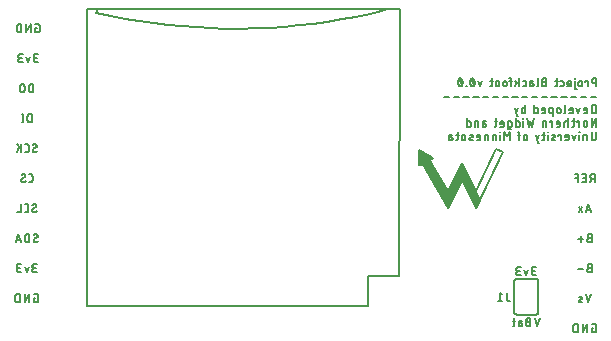
<source format=gbo>
G75*
%MOIN*%
%OFA0B0*%
%FSLAX25Y25*%
%IPPOS*%
%LPD*%
%AMOC8*
5,1,8,0,0,1.08239X$1,22.5*
%
%ADD10C,0.00500*%
%ADD11C,0.00600*%
%ADD12C,0.00787*%
%ADD13C,0.00000*%
%ADD14C,0.00001*%
D10*
X0034531Y0031214D02*
X0128232Y0031214D01*
X0128232Y0041057D01*
X0138469Y0041057D01*
X0138862Y0130033D01*
X0134531Y0130033D01*
X0133744Y0129640D01*
X0134531Y0130033D02*
X0038075Y0130033D01*
X0037681Y0128852D01*
X0038075Y0130033D02*
X0034531Y0130033D01*
X0034531Y0031214D01*
X0018322Y0032964D02*
X0018322Y0034464D01*
X0018320Y0034511D01*
X0018315Y0034558D01*
X0018305Y0034604D01*
X0018293Y0034649D01*
X0018276Y0034694D01*
X0018257Y0034736D01*
X0018234Y0034777D01*
X0018207Y0034817D01*
X0018178Y0034854D01*
X0018146Y0034888D01*
X0018112Y0034920D01*
X0018075Y0034949D01*
X0018035Y0034976D01*
X0017994Y0034999D01*
X0017952Y0035018D01*
X0017907Y0035035D01*
X0017862Y0035047D01*
X0017816Y0035057D01*
X0017769Y0035062D01*
X0017722Y0035064D01*
X0016822Y0035064D01*
X0016822Y0033864D02*
X0016822Y0032364D01*
X0017722Y0032364D01*
X0017769Y0032366D01*
X0017816Y0032371D01*
X0017862Y0032381D01*
X0017907Y0032393D01*
X0017952Y0032410D01*
X0017994Y0032429D01*
X0018035Y0032452D01*
X0018075Y0032479D01*
X0018112Y0032508D01*
X0018146Y0032540D01*
X0018178Y0032574D01*
X0018207Y0032611D01*
X0018234Y0032651D01*
X0018257Y0032692D01*
X0018276Y0032734D01*
X0018293Y0032779D01*
X0018305Y0032824D01*
X0018315Y0032870D01*
X0018320Y0032917D01*
X0018322Y0032964D01*
X0017272Y0033864D02*
X0016822Y0033864D01*
X0015250Y0035064D02*
X0013750Y0032364D01*
X0013750Y0035064D01*
X0015250Y0035064D02*
X0015250Y0032364D01*
X0012178Y0032364D02*
X0012178Y0035064D01*
X0011428Y0035064D01*
X0011374Y0035062D01*
X0011321Y0035056D01*
X0011269Y0035047D01*
X0011217Y0035034D01*
X0011166Y0035017D01*
X0011116Y0034996D01*
X0011069Y0034972D01*
X0011023Y0034945D01*
X0010979Y0034914D01*
X0010937Y0034881D01*
X0010898Y0034844D01*
X0010861Y0034805D01*
X0010828Y0034763D01*
X0010797Y0034719D01*
X0010770Y0034673D01*
X0010746Y0034626D01*
X0010725Y0034576D01*
X0010708Y0034525D01*
X0010695Y0034473D01*
X0010686Y0034421D01*
X0010680Y0034368D01*
X0010678Y0034314D01*
X0010678Y0033114D01*
X0010680Y0033060D01*
X0010686Y0033007D01*
X0010695Y0032955D01*
X0010708Y0032903D01*
X0010725Y0032852D01*
X0010746Y0032802D01*
X0010770Y0032755D01*
X0010797Y0032709D01*
X0010828Y0032665D01*
X0010861Y0032623D01*
X0010898Y0032584D01*
X0010937Y0032547D01*
X0010979Y0032514D01*
X0011023Y0032483D01*
X0011069Y0032456D01*
X0011116Y0032432D01*
X0011166Y0032411D01*
X0011217Y0032394D01*
X0011269Y0032381D01*
X0011321Y0032372D01*
X0011374Y0032366D01*
X0011428Y0032364D01*
X0012178Y0032364D01*
X0011908Y0042364D02*
X0012658Y0042364D01*
X0011908Y0042364D02*
X0011854Y0042366D01*
X0011801Y0042372D01*
X0011749Y0042381D01*
X0011697Y0042394D01*
X0011646Y0042411D01*
X0011596Y0042432D01*
X0011549Y0042456D01*
X0011503Y0042483D01*
X0011459Y0042514D01*
X0011417Y0042547D01*
X0011378Y0042584D01*
X0011341Y0042623D01*
X0011308Y0042665D01*
X0011277Y0042709D01*
X0011250Y0042755D01*
X0011226Y0042802D01*
X0011205Y0042852D01*
X0011188Y0042903D01*
X0011175Y0042955D01*
X0011166Y0043007D01*
X0011160Y0043060D01*
X0011158Y0043114D01*
X0011160Y0043168D01*
X0011166Y0043221D01*
X0011175Y0043273D01*
X0011188Y0043325D01*
X0011205Y0043376D01*
X0011226Y0043426D01*
X0011250Y0043473D01*
X0011277Y0043519D01*
X0011308Y0043563D01*
X0011341Y0043605D01*
X0011378Y0043644D01*
X0011417Y0043681D01*
X0011459Y0043714D01*
X0011503Y0043745D01*
X0011549Y0043772D01*
X0011596Y0043796D01*
X0011646Y0043817D01*
X0011697Y0043834D01*
X0011749Y0043847D01*
X0011801Y0043856D01*
X0011854Y0043862D01*
X0011908Y0043864D01*
X0011758Y0043864D02*
X0012358Y0043864D01*
X0011758Y0043864D02*
X0011710Y0043866D01*
X0011662Y0043872D01*
X0011614Y0043881D01*
X0011568Y0043895D01*
X0011523Y0043912D01*
X0011479Y0043933D01*
X0011437Y0043957D01*
X0011398Y0043984D01*
X0011360Y0044015D01*
X0011325Y0044048D01*
X0011293Y0044085D01*
X0011264Y0044123D01*
X0011238Y0044164D01*
X0011216Y0044207D01*
X0011197Y0044251D01*
X0011182Y0044297D01*
X0011170Y0044344D01*
X0011162Y0044392D01*
X0011158Y0044440D01*
X0011158Y0044488D01*
X0011162Y0044536D01*
X0011170Y0044584D01*
X0011182Y0044631D01*
X0011197Y0044677D01*
X0011216Y0044721D01*
X0011238Y0044764D01*
X0011264Y0044805D01*
X0011293Y0044843D01*
X0011325Y0044880D01*
X0011360Y0044913D01*
X0011398Y0044944D01*
X0011437Y0044971D01*
X0011479Y0044995D01*
X0011523Y0045016D01*
X0011568Y0045033D01*
X0011614Y0045047D01*
X0011662Y0045056D01*
X0011710Y0045062D01*
X0011758Y0045064D01*
X0012658Y0045064D01*
X0013900Y0044164D02*
X0014500Y0042364D01*
X0015100Y0044164D01*
X0016942Y0043864D02*
X0017542Y0043864D01*
X0016942Y0043864D02*
X0016894Y0043866D01*
X0016846Y0043872D01*
X0016798Y0043881D01*
X0016752Y0043895D01*
X0016707Y0043912D01*
X0016663Y0043933D01*
X0016621Y0043957D01*
X0016582Y0043984D01*
X0016544Y0044015D01*
X0016509Y0044048D01*
X0016477Y0044085D01*
X0016448Y0044123D01*
X0016422Y0044164D01*
X0016400Y0044207D01*
X0016381Y0044251D01*
X0016366Y0044297D01*
X0016354Y0044344D01*
X0016346Y0044392D01*
X0016342Y0044440D01*
X0016342Y0044488D01*
X0016346Y0044536D01*
X0016354Y0044584D01*
X0016366Y0044631D01*
X0016381Y0044677D01*
X0016400Y0044721D01*
X0016422Y0044764D01*
X0016448Y0044805D01*
X0016477Y0044843D01*
X0016509Y0044880D01*
X0016544Y0044913D01*
X0016582Y0044944D01*
X0016621Y0044971D01*
X0016663Y0044995D01*
X0016707Y0045016D01*
X0016752Y0045033D01*
X0016798Y0045047D01*
X0016846Y0045056D01*
X0016894Y0045062D01*
X0016942Y0045064D01*
X0017842Y0045064D01*
X0017092Y0043864D02*
X0017038Y0043862D01*
X0016985Y0043856D01*
X0016933Y0043847D01*
X0016881Y0043834D01*
X0016830Y0043817D01*
X0016780Y0043796D01*
X0016733Y0043772D01*
X0016687Y0043745D01*
X0016643Y0043714D01*
X0016601Y0043681D01*
X0016562Y0043644D01*
X0016525Y0043605D01*
X0016492Y0043563D01*
X0016461Y0043519D01*
X0016434Y0043473D01*
X0016410Y0043426D01*
X0016389Y0043376D01*
X0016372Y0043325D01*
X0016359Y0043273D01*
X0016350Y0043221D01*
X0016344Y0043168D01*
X0016342Y0043114D01*
X0016344Y0043060D01*
X0016350Y0043007D01*
X0016359Y0042955D01*
X0016372Y0042903D01*
X0016389Y0042852D01*
X0016410Y0042802D01*
X0016434Y0042755D01*
X0016461Y0042709D01*
X0016492Y0042665D01*
X0016525Y0042623D01*
X0016562Y0042584D01*
X0016601Y0042547D01*
X0016643Y0042514D01*
X0016687Y0042483D01*
X0016733Y0042456D01*
X0016780Y0042432D01*
X0016830Y0042411D01*
X0016881Y0042394D01*
X0016933Y0042381D01*
X0016985Y0042372D01*
X0017038Y0042366D01*
X0017092Y0042364D01*
X0017842Y0042364D01*
X0015373Y0052364D02*
X0014623Y0052364D01*
X0015373Y0052364D02*
X0015373Y0055064D01*
X0014623Y0055064D01*
X0014569Y0055062D01*
X0014516Y0055056D01*
X0014464Y0055047D01*
X0014412Y0055034D01*
X0014361Y0055017D01*
X0014311Y0054996D01*
X0014264Y0054972D01*
X0014218Y0054945D01*
X0014174Y0054914D01*
X0014132Y0054881D01*
X0014093Y0054844D01*
X0014056Y0054805D01*
X0014023Y0054763D01*
X0013992Y0054719D01*
X0013965Y0054673D01*
X0013941Y0054626D01*
X0013920Y0054576D01*
X0013903Y0054525D01*
X0013890Y0054473D01*
X0013881Y0054421D01*
X0013875Y0054368D01*
X0013873Y0054314D01*
X0013873Y0053114D01*
X0013875Y0053060D01*
X0013881Y0053007D01*
X0013890Y0052955D01*
X0013903Y0052903D01*
X0013920Y0052852D01*
X0013941Y0052802D01*
X0013965Y0052755D01*
X0013992Y0052709D01*
X0014023Y0052665D01*
X0014056Y0052623D01*
X0014093Y0052584D01*
X0014132Y0052547D01*
X0014174Y0052514D01*
X0014218Y0052483D01*
X0014264Y0052456D01*
X0014311Y0052432D01*
X0014361Y0052411D01*
X0014412Y0052394D01*
X0014464Y0052381D01*
X0014516Y0052372D01*
X0014569Y0052366D01*
X0014623Y0052364D01*
X0012547Y0052364D02*
X0011647Y0055064D01*
X0010747Y0052364D01*
X0010972Y0053039D02*
X0012322Y0053039D01*
X0017053Y0053489D02*
X0017878Y0053939D01*
X0017578Y0055064D02*
X0017512Y0055062D01*
X0017447Y0055056D01*
X0017382Y0055047D01*
X0017317Y0055033D01*
X0017254Y0055016D01*
X0017191Y0054995D01*
X0017130Y0054971D01*
X0017071Y0054943D01*
X0017013Y0054912D01*
X0016957Y0054877D01*
X0016903Y0054839D01*
X0017878Y0053939D02*
X0017919Y0053966D01*
X0017958Y0053995D01*
X0017994Y0054028D01*
X0018027Y0054063D01*
X0018058Y0054101D01*
X0018085Y0054141D01*
X0018109Y0054183D01*
X0018130Y0054227D01*
X0018147Y0054273D01*
X0018161Y0054319D01*
X0018170Y0054367D01*
X0018176Y0054415D01*
X0018178Y0054464D01*
X0018176Y0054511D01*
X0018171Y0054558D01*
X0018161Y0054604D01*
X0018149Y0054649D01*
X0018132Y0054694D01*
X0018113Y0054736D01*
X0018090Y0054777D01*
X0018063Y0054817D01*
X0018034Y0054854D01*
X0018002Y0054888D01*
X0017968Y0054920D01*
X0017931Y0054949D01*
X0017891Y0054976D01*
X0017850Y0054999D01*
X0017808Y0055018D01*
X0017763Y0055035D01*
X0017718Y0055047D01*
X0017672Y0055057D01*
X0017625Y0055062D01*
X0017578Y0055064D01*
X0018253Y0052740D02*
X0018204Y0052694D01*
X0018154Y0052650D01*
X0018101Y0052609D01*
X0018046Y0052572D01*
X0017990Y0052537D01*
X0017931Y0052505D01*
X0017871Y0052476D01*
X0017809Y0052450D01*
X0017747Y0052428D01*
X0017683Y0052409D01*
X0017618Y0052393D01*
X0017552Y0052381D01*
X0017486Y0052372D01*
X0017420Y0052367D01*
X0017353Y0052365D01*
X0017353Y0052364D02*
X0017306Y0052366D01*
X0017259Y0052371D01*
X0017213Y0052381D01*
X0017168Y0052393D01*
X0017123Y0052410D01*
X0017081Y0052429D01*
X0017040Y0052452D01*
X0017000Y0052479D01*
X0016963Y0052508D01*
X0016929Y0052540D01*
X0016897Y0052574D01*
X0016868Y0052611D01*
X0016841Y0052651D01*
X0016818Y0052692D01*
X0016799Y0052734D01*
X0016782Y0052779D01*
X0016770Y0052824D01*
X0016760Y0052870D01*
X0016755Y0052917D01*
X0016753Y0052964D01*
X0016755Y0053013D01*
X0016761Y0053061D01*
X0016770Y0053109D01*
X0016784Y0053155D01*
X0016801Y0053201D01*
X0016822Y0053245D01*
X0016846Y0053287D01*
X0016873Y0053327D01*
X0016904Y0053365D01*
X0016937Y0053400D01*
X0016973Y0053433D01*
X0017012Y0053462D01*
X0017053Y0053489D01*
X0014373Y0062364D02*
X0013773Y0062364D01*
X0014373Y0062364D02*
X0014420Y0062366D01*
X0014467Y0062371D01*
X0014513Y0062381D01*
X0014558Y0062393D01*
X0014603Y0062410D01*
X0014645Y0062429D01*
X0014686Y0062452D01*
X0014726Y0062479D01*
X0014763Y0062508D01*
X0014797Y0062540D01*
X0014829Y0062574D01*
X0014858Y0062611D01*
X0014885Y0062651D01*
X0014908Y0062692D01*
X0014927Y0062734D01*
X0014944Y0062779D01*
X0014956Y0062824D01*
X0014966Y0062870D01*
X0014971Y0062917D01*
X0014973Y0062964D01*
X0014973Y0064464D01*
X0014971Y0064511D01*
X0014966Y0064558D01*
X0014956Y0064604D01*
X0014944Y0064649D01*
X0014927Y0064694D01*
X0014908Y0064736D01*
X0014885Y0064777D01*
X0014858Y0064817D01*
X0014829Y0064854D01*
X0014797Y0064888D01*
X0014763Y0064920D01*
X0014726Y0064949D01*
X0014686Y0064976D01*
X0014645Y0064999D01*
X0014603Y0065018D01*
X0014558Y0065035D01*
X0014513Y0065047D01*
X0014467Y0065057D01*
X0014420Y0065062D01*
X0014373Y0065064D01*
X0013773Y0065064D01*
X0012456Y0065064D02*
X0012456Y0062364D01*
X0011256Y0062364D01*
X0016544Y0063489D02*
X0017369Y0063939D01*
X0017069Y0065064D02*
X0017003Y0065062D01*
X0016938Y0065056D01*
X0016873Y0065047D01*
X0016808Y0065033D01*
X0016745Y0065016D01*
X0016682Y0064995D01*
X0016621Y0064971D01*
X0016562Y0064943D01*
X0016504Y0064912D01*
X0016448Y0064877D01*
X0016394Y0064839D01*
X0017369Y0063939D02*
X0017410Y0063966D01*
X0017449Y0063995D01*
X0017485Y0064028D01*
X0017518Y0064063D01*
X0017549Y0064101D01*
X0017576Y0064141D01*
X0017600Y0064183D01*
X0017621Y0064227D01*
X0017638Y0064273D01*
X0017652Y0064319D01*
X0017661Y0064367D01*
X0017667Y0064415D01*
X0017669Y0064464D01*
X0017667Y0064511D01*
X0017662Y0064558D01*
X0017652Y0064604D01*
X0017640Y0064649D01*
X0017623Y0064694D01*
X0017604Y0064736D01*
X0017581Y0064777D01*
X0017554Y0064817D01*
X0017525Y0064854D01*
X0017493Y0064888D01*
X0017459Y0064920D01*
X0017422Y0064949D01*
X0017382Y0064976D01*
X0017341Y0064999D01*
X0017299Y0065018D01*
X0017254Y0065035D01*
X0017209Y0065047D01*
X0017163Y0065057D01*
X0017116Y0065062D01*
X0017069Y0065064D01*
X0017744Y0062740D02*
X0017695Y0062694D01*
X0017645Y0062650D01*
X0017592Y0062609D01*
X0017537Y0062572D01*
X0017481Y0062537D01*
X0017422Y0062505D01*
X0017362Y0062476D01*
X0017300Y0062450D01*
X0017238Y0062428D01*
X0017174Y0062409D01*
X0017109Y0062393D01*
X0017043Y0062381D01*
X0016977Y0062372D01*
X0016911Y0062367D01*
X0016844Y0062365D01*
X0016844Y0062364D02*
X0016797Y0062366D01*
X0016750Y0062371D01*
X0016704Y0062381D01*
X0016659Y0062393D01*
X0016614Y0062410D01*
X0016572Y0062429D01*
X0016531Y0062452D01*
X0016491Y0062479D01*
X0016454Y0062508D01*
X0016420Y0062540D01*
X0016388Y0062574D01*
X0016359Y0062611D01*
X0016332Y0062651D01*
X0016309Y0062692D01*
X0016290Y0062734D01*
X0016273Y0062779D01*
X0016261Y0062824D01*
X0016251Y0062870D01*
X0016246Y0062917D01*
X0016244Y0062964D01*
X0016245Y0062964D02*
X0016247Y0063013D01*
X0016253Y0063061D01*
X0016262Y0063109D01*
X0016276Y0063155D01*
X0016293Y0063201D01*
X0016314Y0063245D01*
X0016338Y0063287D01*
X0016365Y0063327D01*
X0016396Y0063365D01*
X0016429Y0063400D01*
X0016465Y0063433D01*
X0016504Y0063462D01*
X0016545Y0063489D01*
X0015808Y0072364D02*
X0015208Y0072364D01*
X0015808Y0072364D02*
X0015855Y0072366D01*
X0015902Y0072371D01*
X0015948Y0072381D01*
X0015993Y0072393D01*
X0016038Y0072410D01*
X0016080Y0072429D01*
X0016121Y0072452D01*
X0016161Y0072479D01*
X0016198Y0072508D01*
X0016232Y0072540D01*
X0016264Y0072574D01*
X0016293Y0072611D01*
X0016320Y0072651D01*
X0016343Y0072692D01*
X0016362Y0072734D01*
X0016379Y0072779D01*
X0016391Y0072824D01*
X0016401Y0072870D01*
X0016406Y0072917D01*
X0016408Y0072964D01*
X0016408Y0074464D01*
X0016406Y0074511D01*
X0016401Y0074558D01*
X0016391Y0074604D01*
X0016379Y0074649D01*
X0016362Y0074694D01*
X0016343Y0074736D01*
X0016320Y0074777D01*
X0016293Y0074817D01*
X0016264Y0074854D01*
X0016232Y0074888D01*
X0016198Y0074920D01*
X0016161Y0074949D01*
X0016121Y0074976D01*
X0016080Y0074999D01*
X0016038Y0075018D01*
X0015993Y0075035D01*
X0015948Y0075047D01*
X0015902Y0075057D01*
X0015855Y0075062D01*
X0015808Y0075064D01*
X0015208Y0075064D01*
X0013717Y0073939D02*
X0012892Y0073489D01*
X0013192Y0072365D02*
X0013259Y0072367D01*
X0013325Y0072372D01*
X0013391Y0072381D01*
X0013457Y0072393D01*
X0013522Y0072409D01*
X0013586Y0072428D01*
X0013648Y0072450D01*
X0013710Y0072476D01*
X0013770Y0072505D01*
X0013829Y0072537D01*
X0013885Y0072572D01*
X0013940Y0072609D01*
X0013993Y0072650D01*
X0014043Y0072694D01*
X0014092Y0072740D01*
X0012892Y0073489D02*
X0012851Y0073462D01*
X0012812Y0073433D01*
X0012776Y0073400D01*
X0012743Y0073365D01*
X0012712Y0073327D01*
X0012685Y0073287D01*
X0012661Y0073245D01*
X0012640Y0073201D01*
X0012623Y0073155D01*
X0012609Y0073109D01*
X0012600Y0073061D01*
X0012594Y0073013D01*
X0012592Y0072964D01*
X0012594Y0072917D01*
X0012599Y0072870D01*
X0012609Y0072824D01*
X0012621Y0072779D01*
X0012638Y0072734D01*
X0012657Y0072692D01*
X0012680Y0072651D01*
X0012707Y0072611D01*
X0012736Y0072574D01*
X0012768Y0072540D01*
X0012802Y0072508D01*
X0012839Y0072479D01*
X0012879Y0072452D01*
X0012920Y0072429D01*
X0012962Y0072410D01*
X0013007Y0072393D01*
X0013052Y0072381D01*
X0013098Y0072371D01*
X0013145Y0072366D01*
X0013192Y0072364D01*
X0012742Y0074839D02*
X0012796Y0074877D01*
X0012852Y0074912D01*
X0012910Y0074943D01*
X0012969Y0074971D01*
X0013030Y0074995D01*
X0013093Y0075016D01*
X0013156Y0075033D01*
X0013221Y0075047D01*
X0013286Y0075056D01*
X0013351Y0075062D01*
X0013417Y0075064D01*
X0013464Y0075062D01*
X0013511Y0075057D01*
X0013557Y0075047D01*
X0013602Y0075035D01*
X0013647Y0075018D01*
X0013689Y0074999D01*
X0013730Y0074976D01*
X0013770Y0074949D01*
X0013807Y0074920D01*
X0013841Y0074888D01*
X0013873Y0074854D01*
X0013902Y0074817D01*
X0013929Y0074777D01*
X0013952Y0074736D01*
X0013971Y0074694D01*
X0013988Y0074649D01*
X0014000Y0074604D01*
X0014010Y0074558D01*
X0014015Y0074511D01*
X0014017Y0074464D01*
X0014016Y0074464D02*
X0014014Y0074415D01*
X0014008Y0074367D01*
X0013999Y0074319D01*
X0013985Y0074273D01*
X0013968Y0074227D01*
X0013947Y0074183D01*
X0013923Y0074141D01*
X0013896Y0074101D01*
X0013865Y0074063D01*
X0013832Y0074028D01*
X0013796Y0073995D01*
X0013757Y0073966D01*
X0013716Y0073939D01*
X0013950Y0082364D02*
X0014550Y0082364D01*
X0014597Y0082366D01*
X0014644Y0082371D01*
X0014690Y0082381D01*
X0014735Y0082393D01*
X0014780Y0082410D01*
X0014822Y0082429D01*
X0014863Y0082452D01*
X0014903Y0082479D01*
X0014940Y0082508D01*
X0014974Y0082540D01*
X0015006Y0082574D01*
X0015035Y0082611D01*
X0015062Y0082651D01*
X0015085Y0082692D01*
X0015104Y0082734D01*
X0015121Y0082779D01*
X0015133Y0082824D01*
X0015143Y0082870D01*
X0015148Y0082917D01*
X0015150Y0082964D01*
X0015150Y0084464D01*
X0015148Y0084511D01*
X0015143Y0084558D01*
X0015133Y0084604D01*
X0015121Y0084649D01*
X0015104Y0084694D01*
X0015085Y0084736D01*
X0015062Y0084777D01*
X0015035Y0084817D01*
X0015006Y0084854D01*
X0014974Y0084888D01*
X0014940Y0084920D01*
X0014903Y0084949D01*
X0014863Y0084976D01*
X0014822Y0084999D01*
X0014780Y0085018D01*
X0014735Y0085035D01*
X0014690Y0085047D01*
X0014644Y0085057D01*
X0014597Y0085062D01*
X0014550Y0085064D01*
X0013950Y0085064D01*
X0012579Y0085064D02*
X0012579Y0082364D01*
X0012579Y0083414D02*
X0011079Y0085064D01*
X0011979Y0084014D02*
X0011079Y0082364D01*
X0016721Y0083489D02*
X0017546Y0083939D01*
X0017246Y0085064D02*
X0017180Y0085062D01*
X0017115Y0085056D01*
X0017050Y0085047D01*
X0016985Y0085033D01*
X0016922Y0085016D01*
X0016859Y0084995D01*
X0016798Y0084971D01*
X0016739Y0084943D01*
X0016681Y0084912D01*
X0016625Y0084877D01*
X0016571Y0084839D01*
X0017546Y0083939D02*
X0017587Y0083966D01*
X0017626Y0083995D01*
X0017662Y0084028D01*
X0017695Y0084063D01*
X0017726Y0084101D01*
X0017753Y0084141D01*
X0017777Y0084183D01*
X0017798Y0084227D01*
X0017815Y0084273D01*
X0017829Y0084319D01*
X0017838Y0084367D01*
X0017844Y0084415D01*
X0017846Y0084464D01*
X0017844Y0084511D01*
X0017839Y0084558D01*
X0017829Y0084604D01*
X0017817Y0084649D01*
X0017800Y0084694D01*
X0017781Y0084736D01*
X0017758Y0084777D01*
X0017731Y0084817D01*
X0017702Y0084854D01*
X0017670Y0084888D01*
X0017636Y0084920D01*
X0017599Y0084949D01*
X0017559Y0084976D01*
X0017518Y0084999D01*
X0017476Y0085018D01*
X0017431Y0085035D01*
X0017386Y0085047D01*
X0017340Y0085057D01*
X0017293Y0085062D01*
X0017246Y0085064D01*
X0017921Y0082740D02*
X0017872Y0082694D01*
X0017822Y0082650D01*
X0017769Y0082609D01*
X0017714Y0082572D01*
X0017658Y0082537D01*
X0017599Y0082505D01*
X0017539Y0082476D01*
X0017477Y0082450D01*
X0017415Y0082428D01*
X0017351Y0082409D01*
X0017286Y0082393D01*
X0017220Y0082381D01*
X0017154Y0082372D01*
X0017088Y0082367D01*
X0017021Y0082365D01*
X0017021Y0082364D02*
X0016974Y0082366D01*
X0016927Y0082371D01*
X0016881Y0082381D01*
X0016836Y0082393D01*
X0016791Y0082410D01*
X0016749Y0082429D01*
X0016708Y0082452D01*
X0016668Y0082479D01*
X0016631Y0082508D01*
X0016597Y0082540D01*
X0016565Y0082574D01*
X0016536Y0082611D01*
X0016509Y0082651D01*
X0016486Y0082692D01*
X0016467Y0082734D01*
X0016450Y0082779D01*
X0016438Y0082824D01*
X0016428Y0082870D01*
X0016423Y0082917D01*
X0016421Y0082964D01*
X0016422Y0082964D02*
X0016424Y0083013D01*
X0016430Y0083061D01*
X0016439Y0083109D01*
X0016453Y0083155D01*
X0016470Y0083201D01*
X0016491Y0083245D01*
X0016515Y0083287D01*
X0016542Y0083327D01*
X0016573Y0083365D01*
X0016606Y0083400D01*
X0016642Y0083433D01*
X0016681Y0083462D01*
X0016722Y0083489D01*
X0016225Y0092364D02*
X0015475Y0092364D01*
X0016225Y0092364D02*
X0016225Y0095064D01*
X0015475Y0095064D01*
X0015421Y0095062D01*
X0015368Y0095056D01*
X0015316Y0095047D01*
X0015264Y0095034D01*
X0015213Y0095017D01*
X0015163Y0094996D01*
X0015116Y0094972D01*
X0015070Y0094945D01*
X0015026Y0094914D01*
X0014984Y0094881D01*
X0014945Y0094844D01*
X0014908Y0094805D01*
X0014875Y0094763D01*
X0014844Y0094719D01*
X0014817Y0094673D01*
X0014793Y0094626D01*
X0014772Y0094576D01*
X0014755Y0094525D01*
X0014742Y0094473D01*
X0014733Y0094421D01*
X0014727Y0094368D01*
X0014725Y0094314D01*
X0014725Y0093114D01*
X0014727Y0093060D01*
X0014733Y0093007D01*
X0014742Y0092955D01*
X0014755Y0092903D01*
X0014772Y0092852D01*
X0014793Y0092802D01*
X0014817Y0092755D01*
X0014844Y0092709D01*
X0014875Y0092665D01*
X0014908Y0092623D01*
X0014945Y0092584D01*
X0014984Y0092547D01*
X0015026Y0092514D01*
X0015070Y0092483D01*
X0015116Y0092456D01*
X0015163Y0092432D01*
X0015213Y0092411D01*
X0015264Y0092394D01*
X0015316Y0092381D01*
X0015368Y0092372D01*
X0015421Y0092366D01*
X0015475Y0092364D01*
X0013375Y0092364D02*
X0012775Y0092364D01*
X0013075Y0092364D02*
X0013075Y0095064D01*
X0013375Y0095064D02*
X0012775Y0095064D01*
X0015988Y0102364D02*
X0016738Y0102364D01*
X0016738Y0105064D01*
X0015988Y0105064D01*
X0015934Y0105062D01*
X0015881Y0105056D01*
X0015829Y0105047D01*
X0015777Y0105034D01*
X0015726Y0105017D01*
X0015676Y0104996D01*
X0015629Y0104972D01*
X0015583Y0104945D01*
X0015539Y0104914D01*
X0015497Y0104881D01*
X0015458Y0104844D01*
X0015421Y0104805D01*
X0015388Y0104763D01*
X0015357Y0104719D01*
X0015330Y0104673D01*
X0015306Y0104626D01*
X0015285Y0104576D01*
X0015268Y0104525D01*
X0015255Y0104473D01*
X0015246Y0104421D01*
X0015240Y0104368D01*
X0015238Y0104314D01*
X0015238Y0103114D01*
X0015240Y0103060D01*
X0015246Y0103007D01*
X0015255Y0102955D01*
X0015268Y0102903D01*
X0015285Y0102852D01*
X0015306Y0102802D01*
X0015330Y0102755D01*
X0015357Y0102709D01*
X0015388Y0102665D01*
X0015421Y0102623D01*
X0015458Y0102584D01*
X0015497Y0102547D01*
X0015539Y0102514D01*
X0015583Y0102483D01*
X0015629Y0102456D01*
X0015676Y0102432D01*
X0015726Y0102411D01*
X0015777Y0102394D01*
X0015829Y0102381D01*
X0015881Y0102372D01*
X0015934Y0102366D01*
X0015988Y0102364D01*
X0013762Y0103114D02*
X0013762Y0104314D01*
X0013760Y0104368D01*
X0013754Y0104421D01*
X0013745Y0104473D01*
X0013732Y0104525D01*
X0013715Y0104576D01*
X0013694Y0104626D01*
X0013670Y0104673D01*
X0013643Y0104719D01*
X0013612Y0104763D01*
X0013579Y0104805D01*
X0013542Y0104844D01*
X0013503Y0104881D01*
X0013461Y0104914D01*
X0013417Y0104945D01*
X0013371Y0104972D01*
X0013324Y0104996D01*
X0013274Y0105017D01*
X0013223Y0105034D01*
X0013171Y0105047D01*
X0013119Y0105056D01*
X0013066Y0105062D01*
X0013012Y0105064D01*
X0012958Y0105062D01*
X0012905Y0105056D01*
X0012853Y0105047D01*
X0012801Y0105034D01*
X0012750Y0105017D01*
X0012700Y0104996D01*
X0012653Y0104972D01*
X0012607Y0104945D01*
X0012563Y0104914D01*
X0012521Y0104881D01*
X0012482Y0104844D01*
X0012445Y0104805D01*
X0012412Y0104763D01*
X0012381Y0104719D01*
X0012354Y0104673D01*
X0012330Y0104626D01*
X0012309Y0104576D01*
X0012292Y0104525D01*
X0012279Y0104473D01*
X0012270Y0104421D01*
X0012264Y0104368D01*
X0012262Y0104314D01*
X0012262Y0103114D01*
X0012264Y0103060D01*
X0012270Y0103007D01*
X0012279Y0102955D01*
X0012292Y0102903D01*
X0012309Y0102852D01*
X0012330Y0102802D01*
X0012354Y0102755D01*
X0012381Y0102709D01*
X0012412Y0102665D01*
X0012445Y0102623D01*
X0012482Y0102584D01*
X0012521Y0102547D01*
X0012563Y0102514D01*
X0012607Y0102483D01*
X0012653Y0102456D01*
X0012700Y0102432D01*
X0012750Y0102411D01*
X0012801Y0102394D01*
X0012853Y0102381D01*
X0012905Y0102372D01*
X0012958Y0102366D01*
X0013012Y0102364D01*
X0013066Y0102366D01*
X0013119Y0102372D01*
X0013171Y0102381D01*
X0013223Y0102394D01*
X0013274Y0102411D01*
X0013324Y0102432D01*
X0013371Y0102456D01*
X0013417Y0102483D01*
X0013461Y0102514D01*
X0013503Y0102547D01*
X0013542Y0102584D01*
X0013579Y0102623D01*
X0013612Y0102665D01*
X0013643Y0102709D01*
X0013670Y0102755D01*
X0013694Y0102802D01*
X0013715Y0102852D01*
X0013732Y0102903D01*
X0013745Y0102955D01*
X0013754Y0103007D01*
X0013760Y0103060D01*
X0013762Y0103114D01*
X0013158Y0112364D02*
X0012408Y0112364D01*
X0012354Y0112366D01*
X0012301Y0112372D01*
X0012249Y0112381D01*
X0012197Y0112394D01*
X0012146Y0112411D01*
X0012096Y0112432D01*
X0012049Y0112456D01*
X0012003Y0112483D01*
X0011959Y0112514D01*
X0011917Y0112547D01*
X0011878Y0112584D01*
X0011841Y0112623D01*
X0011808Y0112665D01*
X0011777Y0112709D01*
X0011750Y0112755D01*
X0011726Y0112802D01*
X0011705Y0112852D01*
X0011688Y0112903D01*
X0011675Y0112955D01*
X0011666Y0113007D01*
X0011660Y0113060D01*
X0011658Y0113114D01*
X0011660Y0113168D01*
X0011666Y0113221D01*
X0011675Y0113273D01*
X0011688Y0113325D01*
X0011705Y0113376D01*
X0011726Y0113426D01*
X0011750Y0113473D01*
X0011777Y0113519D01*
X0011808Y0113563D01*
X0011841Y0113605D01*
X0011878Y0113644D01*
X0011917Y0113681D01*
X0011959Y0113714D01*
X0012003Y0113745D01*
X0012049Y0113772D01*
X0012096Y0113796D01*
X0012146Y0113817D01*
X0012197Y0113834D01*
X0012249Y0113847D01*
X0012301Y0113856D01*
X0012354Y0113862D01*
X0012408Y0113864D01*
X0012258Y0113864D02*
X0012858Y0113864D01*
X0012258Y0113864D02*
X0012210Y0113866D01*
X0012162Y0113872D01*
X0012114Y0113881D01*
X0012068Y0113895D01*
X0012023Y0113912D01*
X0011979Y0113933D01*
X0011937Y0113957D01*
X0011898Y0113984D01*
X0011860Y0114015D01*
X0011825Y0114048D01*
X0011793Y0114085D01*
X0011764Y0114123D01*
X0011738Y0114164D01*
X0011716Y0114207D01*
X0011697Y0114251D01*
X0011682Y0114297D01*
X0011670Y0114344D01*
X0011662Y0114392D01*
X0011658Y0114440D01*
X0011658Y0114488D01*
X0011662Y0114536D01*
X0011670Y0114584D01*
X0011682Y0114631D01*
X0011697Y0114677D01*
X0011716Y0114721D01*
X0011738Y0114764D01*
X0011764Y0114805D01*
X0011793Y0114843D01*
X0011825Y0114880D01*
X0011860Y0114913D01*
X0011898Y0114944D01*
X0011937Y0114971D01*
X0011979Y0114995D01*
X0012023Y0115016D01*
X0012068Y0115033D01*
X0012114Y0115047D01*
X0012162Y0115056D01*
X0012210Y0115062D01*
X0012258Y0115064D01*
X0013158Y0115064D01*
X0014400Y0114164D02*
X0015000Y0112364D01*
X0015600Y0114164D01*
X0017442Y0113864D02*
X0018042Y0113864D01*
X0017442Y0113864D02*
X0017394Y0113866D01*
X0017346Y0113872D01*
X0017298Y0113881D01*
X0017252Y0113895D01*
X0017207Y0113912D01*
X0017163Y0113933D01*
X0017121Y0113957D01*
X0017082Y0113984D01*
X0017044Y0114015D01*
X0017009Y0114048D01*
X0016977Y0114085D01*
X0016948Y0114123D01*
X0016922Y0114164D01*
X0016900Y0114207D01*
X0016881Y0114251D01*
X0016866Y0114297D01*
X0016854Y0114344D01*
X0016846Y0114392D01*
X0016842Y0114440D01*
X0016842Y0114488D01*
X0016846Y0114536D01*
X0016854Y0114584D01*
X0016866Y0114631D01*
X0016881Y0114677D01*
X0016900Y0114721D01*
X0016922Y0114764D01*
X0016948Y0114805D01*
X0016977Y0114843D01*
X0017009Y0114880D01*
X0017044Y0114913D01*
X0017082Y0114944D01*
X0017121Y0114971D01*
X0017163Y0114995D01*
X0017207Y0115016D01*
X0017252Y0115033D01*
X0017298Y0115047D01*
X0017346Y0115056D01*
X0017394Y0115062D01*
X0017442Y0115064D01*
X0018342Y0115064D01*
X0017592Y0113864D02*
X0017538Y0113862D01*
X0017485Y0113856D01*
X0017433Y0113847D01*
X0017381Y0113834D01*
X0017330Y0113817D01*
X0017280Y0113796D01*
X0017233Y0113772D01*
X0017187Y0113745D01*
X0017143Y0113714D01*
X0017101Y0113681D01*
X0017062Y0113644D01*
X0017025Y0113605D01*
X0016992Y0113563D01*
X0016961Y0113519D01*
X0016934Y0113473D01*
X0016910Y0113426D01*
X0016889Y0113376D01*
X0016872Y0113325D01*
X0016859Y0113273D01*
X0016850Y0113221D01*
X0016844Y0113168D01*
X0016842Y0113114D01*
X0016844Y0113060D01*
X0016850Y0113007D01*
X0016859Y0112955D01*
X0016872Y0112903D01*
X0016889Y0112852D01*
X0016910Y0112802D01*
X0016934Y0112755D01*
X0016961Y0112709D01*
X0016992Y0112665D01*
X0017025Y0112623D01*
X0017062Y0112584D01*
X0017101Y0112547D01*
X0017143Y0112514D01*
X0017187Y0112483D01*
X0017233Y0112456D01*
X0017280Y0112432D01*
X0017330Y0112411D01*
X0017381Y0112394D01*
X0017433Y0112381D01*
X0017485Y0112372D01*
X0017538Y0112366D01*
X0017592Y0112364D01*
X0018342Y0112364D01*
X0018222Y0122364D02*
X0017322Y0122364D01*
X0017322Y0123864D01*
X0017772Y0123864D01*
X0018822Y0124464D02*
X0018820Y0124511D01*
X0018815Y0124558D01*
X0018805Y0124604D01*
X0018793Y0124649D01*
X0018776Y0124694D01*
X0018757Y0124736D01*
X0018734Y0124777D01*
X0018707Y0124817D01*
X0018678Y0124854D01*
X0018646Y0124888D01*
X0018612Y0124920D01*
X0018575Y0124949D01*
X0018535Y0124976D01*
X0018494Y0124999D01*
X0018452Y0125018D01*
X0018407Y0125035D01*
X0018362Y0125047D01*
X0018316Y0125057D01*
X0018269Y0125062D01*
X0018222Y0125064D01*
X0017322Y0125064D01*
X0015750Y0125064D02*
X0014250Y0122364D01*
X0014250Y0125064D01*
X0015750Y0125064D02*
X0015750Y0122364D01*
X0018222Y0122364D02*
X0018269Y0122366D01*
X0018316Y0122371D01*
X0018362Y0122381D01*
X0018407Y0122393D01*
X0018452Y0122410D01*
X0018494Y0122429D01*
X0018535Y0122452D01*
X0018575Y0122479D01*
X0018612Y0122508D01*
X0018646Y0122540D01*
X0018678Y0122574D01*
X0018707Y0122611D01*
X0018734Y0122651D01*
X0018757Y0122692D01*
X0018776Y0122734D01*
X0018793Y0122779D01*
X0018805Y0122824D01*
X0018815Y0122870D01*
X0018820Y0122917D01*
X0018822Y0122964D01*
X0018822Y0124464D01*
X0012678Y0125064D02*
X0012678Y0122364D01*
X0011928Y0122364D01*
X0011874Y0122366D01*
X0011821Y0122372D01*
X0011769Y0122381D01*
X0011717Y0122394D01*
X0011666Y0122411D01*
X0011616Y0122432D01*
X0011569Y0122456D01*
X0011523Y0122483D01*
X0011479Y0122514D01*
X0011437Y0122547D01*
X0011398Y0122584D01*
X0011361Y0122623D01*
X0011328Y0122665D01*
X0011297Y0122709D01*
X0011270Y0122755D01*
X0011246Y0122802D01*
X0011225Y0122852D01*
X0011208Y0122903D01*
X0011195Y0122955D01*
X0011186Y0123007D01*
X0011180Y0123060D01*
X0011178Y0123114D01*
X0011178Y0124314D01*
X0011180Y0124368D01*
X0011186Y0124421D01*
X0011195Y0124473D01*
X0011208Y0124525D01*
X0011225Y0124576D01*
X0011246Y0124626D01*
X0011270Y0124673D01*
X0011297Y0124719D01*
X0011328Y0124763D01*
X0011361Y0124805D01*
X0011398Y0124844D01*
X0011437Y0124881D01*
X0011479Y0124914D01*
X0011523Y0124945D01*
X0011569Y0124972D01*
X0011616Y0124996D01*
X0011666Y0125017D01*
X0011717Y0125034D01*
X0011769Y0125047D01*
X0011821Y0125056D01*
X0011874Y0125062D01*
X0011928Y0125064D01*
X0012678Y0125064D01*
X0037681Y0128852D02*
X0042416Y0127811D01*
X0047175Y0126882D01*
X0051954Y0126066D01*
X0056751Y0125363D01*
X0061563Y0124774D01*
X0066388Y0124299D01*
X0071223Y0123937D01*
X0076065Y0123691D01*
X0080911Y0123558D01*
X0085760Y0123541D01*
X0090607Y0123638D01*
X0095451Y0123850D01*
X0100288Y0124176D01*
X0105116Y0124616D01*
X0109932Y0125170D01*
X0114734Y0125839D01*
X0119519Y0126620D01*
X0124284Y0127514D01*
X0129027Y0128521D01*
X0133744Y0129640D01*
X0158419Y0106424D02*
X0159619Y0104924D01*
X0159019Y0104324D02*
X0158973Y0104326D01*
X0158928Y0104332D01*
X0158883Y0104341D01*
X0158839Y0104354D01*
X0158796Y0104371D01*
X0158755Y0104391D01*
X0158715Y0104414D01*
X0158678Y0104441D01*
X0158643Y0104471D01*
X0158611Y0104503D01*
X0158581Y0104538D01*
X0158554Y0104576D01*
X0158531Y0104615D01*
X0158511Y0104656D01*
X0158494Y0104699D01*
X0159019Y0104324D02*
X0159065Y0104326D01*
X0159110Y0104332D01*
X0159155Y0104341D01*
X0159199Y0104354D01*
X0159242Y0104371D01*
X0159283Y0104391D01*
X0159323Y0104414D01*
X0159360Y0104441D01*
X0159395Y0104471D01*
X0159427Y0104503D01*
X0159457Y0104538D01*
X0159484Y0104576D01*
X0159507Y0104615D01*
X0159527Y0104656D01*
X0159544Y0104699D01*
X0158494Y0104699D02*
X0158456Y0104782D01*
X0158420Y0104867D01*
X0158389Y0104953D01*
X0158361Y0105041D01*
X0158337Y0105129D01*
X0158316Y0105218D01*
X0158299Y0105309D01*
X0158286Y0105399D01*
X0158277Y0105491D01*
X0158271Y0105582D01*
X0158269Y0105674D01*
X0159769Y0105674D02*
X0159767Y0105582D01*
X0159761Y0105491D01*
X0159752Y0105399D01*
X0159739Y0105309D01*
X0159722Y0105218D01*
X0159701Y0105129D01*
X0159677Y0105041D01*
X0159649Y0104953D01*
X0159618Y0104867D01*
X0159582Y0104782D01*
X0159544Y0104699D01*
X0158269Y0105674D02*
X0158271Y0105766D01*
X0158277Y0105857D01*
X0158286Y0105949D01*
X0158299Y0106039D01*
X0158316Y0106130D01*
X0158337Y0106219D01*
X0158361Y0106307D01*
X0158389Y0106395D01*
X0158420Y0106481D01*
X0158456Y0106566D01*
X0158494Y0106649D01*
X0158511Y0106692D01*
X0158531Y0106733D01*
X0158554Y0106772D01*
X0158581Y0106810D01*
X0158611Y0106845D01*
X0158643Y0106877D01*
X0158678Y0106907D01*
X0158715Y0106934D01*
X0158755Y0106957D01*
X0158796Y0106977D01*
X0158839Y0106994D01*
X0158883Y0107007D01*
X0158928Y0107016D01*
X0158973Y0107022D01*
X0159019Y0107024D01*
X0159065Y0107022D01*
X0159110Y0107016D01*
X0159155Y0107007D01*
X0159199Y0106994D01*
X0159242Y0106977D01*
X0159283Y0106957D01*
X0159323Y0106934D01*
X0159360Y0106907D01*
X0159395Y0106877D01*
X0159427Y0106845D01*
X0159457Y0106810D01*
X0159484Y0106772D01*
X0159507Y0106733D01*
X0159527Y0106692D01*
X0159544Y0106649D01*
X0159582Y0106566D01*
X0159618Y0106481D01*
X0159649Y0106395D01*
X0159677Y0106307D01*
X0159701Y0106219D01*
X0159722Y0106130D01*
X0159739Y0106039D01*
X0159752Y0105949D01*
X0159761Y0105857D01*
X0159767Y0105766D01*
X0159769Y0105674D01*
X0160960Y0104474D02*
X0160960Y0104324D01*
X0161110Y0104324D01*
X0161110Y0104474D01*
X0160960Y0104474D01*
X0163576Y0104699D02*
X0163614Y0104782D01*
X0163650Y0104867D01*
X0163681Y0104953D01*
X0163709Y0105041D01*
X0163733Y0105129D01*
X0163754Y0105218D01*
X0163771Y0105309D01*
X0163784Y0105399D01*
X0163793Y0105491D01*
X0163799Y0105582D01*
X0163801Y0105674D01*
X0162301Y0105674D02*
X0162303Y0105582D01*
X0162309Y0105491D01*
X0162318Y0105399D01*
X0162331Y0105309D01*
X0162348Y0105218D01*
X0162369Y0105129D01*
X0162393Y0105041D01*
X0162421Y0104953D01*
X0162452Y0104867D01*
X0162488Y0104782D01*
X0162526Y0104699D01*
X0162543Y0104656D01*
X0162563Y0104615D01*
X0162586Y0104576D01*
X0162613Y0104538D01*
X0162643Y0104503D01*
X0162675Y0104471D01*
X0162710Y0104441D01*
X0162747Y0104414D01*
X0162787Y0104391D01*
X0162828Y0104371D01*
X0162871Y0104354D01*
X0162915Y0104341D01*
X0162960Y0104332D01*
X0163005Y0104326D01*
X0163051Y0104324D01*
X0163097Y0104326D01*
X0163142Y0104332D01*
X0163187Y0104341D01*
X0163231Y0104354D01*
X0163274Y0104371D01*
X0163315Y0104391D01*
X0163355Y0104414D01*
X0163392Y0104441D01*
X0163427Y0104471D01*
X0163459Y0104503D01*
X0163489Y0104538D01*
X0163516Y0104576D01*
X0163539Y0104615D01*
X0163559Y0104656D01*
X0163576Y0104699D01*
X0163651Y0104924D02*
X0162451Y0106424D01*
X0162526Y0106649D02*
X0162543Y0106692D01*
X0162563Y0106733D01*
X0162586Y0106772D01*
X0162613Y0106810D01*
X0162643Y0106845D01*
X0162675Y0106877D01*
X0162710Y0106907D01*
X0162747Y0106934D01*
X0162787Y0106957D01*
X0162828Y0106977D01*
X0162871Y0106994D01*
X0162915Y0107007D01*
X0162960Y0107016D01*
X0163005Y0107022D01*
X0163051Y0107024D01*
X0163097Y0107022D01*
X0163142Y0107016D01*
X0163187Y0107007D01*
X0163231Y0106994D01*
X0163274Y0106977D01*
X0163315Y0106957D01*
X0163355Y0106934D01*
X0163392Y0106907D01*
X0163427Y0106877D01*
X0163459Y0106845D01*
X0163489Y0106810D01*
X0163516Y0106772D01*
X0163539Y0106733D01*
X0163559Y0106692D01*
X0163576Y0106649D01*
X0162526Y0106649D02*
X0162488Y0106566D01*
X0162452Y0106481D01*
X0162421Y0106395D01*
X0162393Y0106307D01*
X0162369Y0106219D01*
X0162348Y0106130D01*
X0162331Y0106039D01*
X0162318Y0105949D01*
X0162309Y0105857D01*
X0162303Y0105766D01*
X0162301Y0105674D01*
X0163801Y0105674D02*
X0163799Y0105766D01*
X0163793Y0105857D01*
X0163784Y0105949D01*
X0163771Y0106039D01*
X0163754Y0106130D01*
X0163733Y0106219D01*
X0163709Y0106307D01*
X0163681Y0106395D01*
X0163650Y0106481D01*
X0163614Y0106566D01*
X0163576Y0106649D01*
X0165043Y0106124D02*
X0165643Y0104324D01*
X0166243Y0106124D01*
X0168876Y0106124D02*
X0169776Y0106124D01*
X0169476Y0107024D02*
X0169476Y0104774D01*
X0169474Y0104732D01*
X0169468Y0104691D01*
X0169459Y0104651D01*
X0169446Y0104611D01*
X0169429Y0104573D01*
X0169409Y0104537D01*
X0169385Y0104503D01*
X0169359Y0104471D01*
X0169329Y0104441D01*
X0169297Y0104415D01*
X0169263Y0104391D01*
X0169227Y0104371D01*
X0169189Y0104354D01*
X0169149Y0104341D01*
X0169109Y0104332D01*
X0169068Y0104326D01*
X0169026Y0104324D01*
X0168876Y0104324D01*
X0170803Y0104924D02*
X0170803Y0105524D01*
X0170805Y0105572D01*
X0170811Y0105620D01*
X0170820Y0105668D01*
X0170834Y0105714D01*
X0170851Y0105759D01*
X0170872Y0105803D01*
X0170896Y0105845D01*
X0170923Y0105884D01*
X0170954Y0105922D01*
X0170987Y0105957D01*
X0171024Y0105989D01*
X0171062Y0106018D01*
X0171103Y0106044D01*
X0171146Y0106066D01*
X0171190Y0106085D01*
X0171236Y0106100D01*
X0171283Y0106112D01*
X0171331Y0106120D01*
X0171379Y0106124D01*
X0171427Y0106124D01*
X0171475Y0106120D01*
X0171523Y0106112D01*
X0171570Y0106100D01*
X0171616Y0106085D01*
X0171660Y0106066D01*
X0171703Y0106044D01*
X0171744Y0106018D01*
X0171782Y0105989D01*
X0171819Y0105957D01*
X0171852Y0105922D01*
X0171883Y0105884D01*
X0171910Y0105845D01*
X0171934Y0105803D01*
X0171955Y0105759D01*
X0171972Y0105714D01*
X0171986Y0105668D01*
X0171995Y0105620D01*
X0172001Y0105572D01*
X0172003Y0105524D01*
X0172003Y0104924D01*
X0172001Y0104876D01*
X0171995Y0104828D01*
X0171986Y0104780D01*
X0171972Y0104734D01*
X0171955Y0104689D01*
X0171934Y0104645D01*
X0171910Y0104603D01*
X0171883Y0104564D01*
X0171852Y0104526D01*
X0171819Y0104491D01*
X0171782Y0104459D01*
X0171744Y0104430D01*
X0171703Y0104404D01*
X0171660Y0104382D01*
X0171616Y0104363D01*
X0171570Y0104348D01*
X0171523Y0104336D01*
X0171475Y0104328D01*
X0171427Y0104324D01*
X0171379Y0104324D01*
X0171331Y0104328D01*
X0171283Y0104336D01*
X0171236Y0104348D01*
X0171190Y0104363D01*
X0171146Y0104382D01*
X0171103Y0104404D01*
X0171062Y0104430D01*
X0171024Y0104459D01*
X0170987Y0104491D01*
X0170954Y0104526D01*
X0170923Y0104564D01*
X0170896Y0104603D01*
X0170872Y0104645D01*
X0170851Y0104689D01*
X0170834Y0104734D01*
X0170820Y0104780D01*
X0170811Y0104828D01*
X0170805Y0104876D01*
X0170803Y0104924D01*
X0173299Y0104924D02*
X0173299Y0105524D01*
X0173301Y0105572D01*
X0173307Y0105620D01*
X0173316Y0105668D01*
X0173330Y0105714D01*
X0173347Y0105759D01*
X0173368Y0105803D01*
X0173392Y0105845D01*
X0173419Y0105884D01*
X0173450Y0105922D01*
X0173483Y0105957D01*
X0173520Y0105989D01*
X0173558Y0106018D01*
X0173599Y0106044D01*
X0173642Y0106066D01*
X0173686Y0106085D01*
X0173732Y0106100D01*
X0173779Y0106112D01*
X0173827Y0106120D01*
X0173875Y0106124D01*
X0173923Y0106124D01*
X0173971Y0106120D01*
X0174019Y0106112D01*
X0174066Y0106100D01*
X0174112Y0106085D01*
X0174156Y0106066D01*
X0174199Y0106044D01*
X0174240Y0106018D01*
X0174278Y0105989D01*
X0174315Y0105957D01*
X0174348Y0105922D01*
X0174379Y0105884D01*
X0174406Y0105845D01*
X0174430Y0105803D01*
X0174451Y0105759D01*
X0174468Y0105714D01*
X0174482Y0105668D01*
X0174491Y0105620D01*
X0174497Y0105572D01*
X0174499Y0105524D01*
X0174499Y0104924D01*
X0174497Y0104876D01*
X0174491Y0104828D01*
X0174482Y0104780D01*
X0174468Y0104734D01*
X0174451Y0104689D01*
X0174430Y0104645D01*
X0174406Y0104603D01*
X0174379Y0104564D01*
X0174348Y0104526D01*
X0174315Y0104491D01*
X0174278Y0104459D01*
X0174240Y0104430D01*
X0174199Y0104404D01*
X0174156Y0104382D01*
X0174112Y0104363D01*
X0174066Y0104348D01*
X0174019Y0104336D01*
X0173971Y0104328D01*
X0173923Y0104324D01*
X0173875Y0104324D01*
X0173827Y0104328D01*
X0173779Y0104336D01*
X0173732Y0104348D01*
X0173686Y0104363D01*
X0173642Y0104382D01*
X0173599Y0104404D01*
X0173558Y0104430D01*
X0173520Y0104459D01*
X0173483Y0104491D01*
X0173450Y0104526D01*
X0173419Y0104564D01*
X0173392Y0104603D01*
X0173368Y0104645D01*
X0173347Y0104689D01*
X0173330Y0104734D01*
X0173316Y0104780D01*
X0173307Y0104828D01*
X0173301Y0104876D01*
X0173299Y0104924D01*
X0175390Y0106124D02*
X0176290Y0106124D01*
X0175990Y0106574D02*
X0175990Y0104324D01*
X0177281Y0104324D02*
X0177956Y0105599D01*
X0178481Y0105224D02*
X0177281Y0106124D01*
X0178481Y0107024D02*
X0178481Y0104324D01*
X0179780Y0104324D02*
X0180380Y0104324D01*
X0180422Y0104326D01*
X0180463Y0104332D01*
X0180503Y0104341D01*
X0180543Y0104354D01*
X0180581Y0104371D01*
X0180617Y0104391D01*
X0180651Y0104415D01*
X0180683Y0104441D01*
X0180713Y0104471D01*
X0180739Y0104503D01*
X0180763Y0104537D01*
X0180783Y0104573D01*
X0180800Y0104611D01*
X0180813Y0104651D01*
X0180822Y0104691D01*
X0180828Y0104732D01*
X0180830Y0104774D01*
X0180830Y0105674D01*
X0180828Y0105716D01*
X0180822Y0105757D01*
X0180813Y0105797D01*
X0180800Y0105837D01*
X0180783Y0105875D01*
X0180763Y0105911D01*
X0180739Y0105945D01*
X0180713Y0105977D01*
X0180683Y0106007D01*
X0180651Y0106033D01*
X0180617Y0106057D01*
X0180581Y0106077D01*
X0180543Y0106094D01*
X0180503Y0106107D01*
X0180463Y0106116D01*
X0180422Y0106122D01*
X0180380Y0106124D01*
X0179780Y0106124D01*
X0182249Y0105674D02*
X0182249Y0104324D01*
X0182924Y0104324D01*
X0182969Y0104326D01*
X0183013Y0104332D01*
X0183056Y0104341D01*
X0183099Y0104354D01*
X0183140Y0104371D01*
X0183180Y0104391D01*
X0183218Y0104414D01*
X0183254Y0104441D01*
X0183287Y0104470D01*
X0183318Y0104502D01*
X0183346Y0104537D01*
X0183371Y0104574D01*
X0183393Y0104613D01*
X0183411Y0104653D01*
X0183426Y0104695D01*
X0183437Y0104738D01*
X0183445Y0104782D01*
X0183449Y0104827D01*
X0183449Y0104871D01*
X0183445Y0104916D01*
X0183437Y0104960D01*
X0183426Y0105003D01*
X0183411Y0105045D01*
X0183393Y0105085D01*
X0183371Y0105124D01*
X0183346Y0105161D01*
X0183318Y0105196D01*
X0183287Y0105228D01*
X0183254Y0105257D01*
X0183218Y0105284D01*
X0183180Y0105307D01*
X0183140Y0105327D01*
X0183099Y0105344D01*
X0183056Y0105357D01*
X0183013Y0105366D01*
X0182969Y0105372D01*
X0182924Y0105374D01*
X0182249Y0105374D01*
X0182249Y0105674D02*
X0182251Y0105716D01*
X0182257Y0105757D01*
X0182266Y0105797D01*
X0182279Y0105837D01*
X0182296Y0105875D01*
X0182316Y0105911D01*
X0182340Y0105945D01*
X0182366Y0105977D01*
X0182396Y0106007D01*
X0182428Y0106033D01*
X0182462Y0106057D01*
X0182498Y0106077D01*
X0182536Y0106094D01*
X0182576Y0106107D01*
X0182616Y0106116D01*
X0182657Y0106122D01*
X0182699Y0106124D01*
X0183299Y0106124D01*
X0184953Y0104774D02*
X0184951Y0104732D01*
X0184945Y0104691D01*
X0184936Y0104651D01*
X0184923Y0104611D01*
X0184906Y0104573D01*
X0184886Y0104537D01*
X0184862Y0104503D01*
X0184836Y0104471D01*
X0184806Y0104441D01*
X0184774Y0104415D01*
X0184740Y0104391D01*
X0184704Y0104371D01*
X0184666Y0104354D01*
X0184626Y0104341D01*
X0184586Y0104332D01*
X0184545Y0104326D01*
X0184503Y0104324D01*
X0184953Y0104774D02*
X0184953Y0107024D01*
X0186892Y0107024D02*
X0187642Y0107024D01*
X0187642Y0104324D01*
X0186892Y0104324D01*
X0186838Y0104326D01*
X0186785Y0104332D01*
X0186733Y0104341D01*
X0186681Y0104354D01*
X0186630Y0104371D01*
X0186580Y0104392D01*
X0186533Y0104416D01*
X0186487Y0104443D01*
X0186443Y0104474D01*
X0186401Y0104507D01*
X0186362Y0104544D01*
X0186325Y0104583D01*
X0186292Y0104625D01*
X0186261Y0104669D01*
X0186234Y0104715D01*
X0186210Y0104762D01*
X0186189Y0104812D01*
X0186172Y0104863D01*
X0186159Y0104915D01*
X0186150Y0104967D01*
X0186144Y0105020D01*
X0186142Y0105074D01*
X0186144Y0105128D01*
X0186150Y0105181D01*
X0186159Y0105233D01*
X0186172Y0105285D01*
X0186189Y0105336D01*
X0186210Y0105386D01*
X0186234Y0105433D01*
X0186261Y0105479D01*
X0186292Y0105523D01*
X0186325Y0105565D01*
X0186362Y0105604D01*
X0186401Y0105641D01*
X0186443Y0105674D01*
X0186487Y0105705D01*
X0186533Y0105732D01*
X0186580Y0105756D01*
X0186630Y0105777D01*
X0186681Y0105794D01*
X0186733Y0105807D01*
X0186785Y0105816D01*
X0186838Y0105822D01*
X0186892Y0105824D01*
X0187642Y0105824D01*
X0186892Y0105824D02*
X0186844Y0105826D01*
X0186796Y0105832D01*
X0186748Y0105841D01*
X0186702Y0105855D01*
X0186657Y0105872D01*
X0186613Y0105893D01*
X0186571Y0105917D01*
X0186532Y0105944D01*
X0186494Y0105975D01*
X0186459Y0106008D01*
X0186427Y0106045D01*
X0186398Y0106083D01*
X0186372Y0106124D01*
X0186350Y0106167D01*
X0186331Y0106211D01*
X0186316Y0106257D01*
X0186304Y0106304D01*
X0186296Y0106352D01*
X0186292Y0106400D01*
X0186292Y0106448D01*
X0186296Y0106496D01*
X0186304Y0106544D01*
X0186316Y0106591D01*
X0186331Y0106637D01*
X0186350Y0106681D01*
X0186372Y0106724D01*
X0186398Y0106765D01*
X0186427Y0106803D01*
X0186459Y0106840D01*
X0186494Y0106873D01*
X0186532Y0106904D01*
X0186571Y0106931D01*
X0186613Y0106955D01*
X0186657Y0106976D01*
X0186702Y0106993D01*
X0186748Y0107007D01*
X0186796Y0107016D01*
X0186844Y0107022D01*
X0186892Y0107024D01*
X0190571Y0106124D02*
X0191471Y0106124D01*
X0192356Y0106124D02*
X0192956Y0106124D01*
X0192998Y0106122D01*
X0193039Y0106116D01*
X0193079Y0106107D01*
X0193119Y0106094D01*
X0193157Y0106077D01*
X0193193Y0106057D01*
X0193227Y0106033D01*
X0193259Y0106007D01*
X0193289Y0105977D01*
X0193315Y0105945D01*
X0193339Y0105911D01*
X0193359Y0105875D01*
X0193376Y0105837D01*
X0193389Y0105797D01*
X0193398Y0105757D01*
X0193404Y0105716D01*
X0193406Y0105674D01*
X0193406Y0104774D01*
X0193404Y0104732D01*
X0193398Y0104691D01*
X0193389Y0104651D01*
X0193376Y0104611D01*
X0193359Y0104573D01*
X0193339Y0104537D01*
X0193315Y0104503D01*
X0193289Y0104471D01*
X0193259Y0104441D01*
X0193227Y0104415D01*
X0193193Y0104391D01*
X0193157Y0104371D01*
X0193119Y0104354D01*
X0193079Y0104341D01*
X0193039Y0104332D01*
X0192998Y0104326D01*
X0192956Y0104324D01*
X0192356Y0104324D01*
X0191171Y0104774D02*
X0191171Y0107024D01*
X0191171Y0104774D02*
X0191169Y0104732D01*
X0191163Y0104691D01*
X0191154Y0104651D01*
X0191141Y0104611D01*
X0191124Y0104573D01*
X0191104Y0104537D01*
X0191080Y0104503D01*
X0191054Y0104471D01*
X0191024Y0104441D01*
X0190992Y0104415D01*
X0190958Y0104391D01*
X0190922Y0104371D01*
X0190884Y0104354D01*
X0190844Y0104341D01*
X0190804Y0104332D01*
X0190763Y0104326D01*
X0190721Y0104324D01*
X0190571Y0104324D01*
X0191194Y0100894D02*
X0189394Y0100894D01*
X0187930Y0100894D02*
X0186130Y0100894D01*
X0184666Y0100894D02*
X0182866Y0100894D01*
X0181402Y0100894D02*
X0179602Y0100894D01*
X0178138Y0100894D02*
X0176338Y0100894D01*
X0174874Y0100894D02*
X0173074Y0100894D01*
X0171610Y0100894D02*
X0169810Y0100894D01*
X0168346Y0100894D02*
X0166546Y0100894D01*
X0165082Y0100894D02*
X0163282Y0100894D01*
X0161818Y0100894D02*
X0160018Y0100894D01*
X0158554Y0100894D02*
X0156754Y0100894D01*
X0155290Y0100894D02*
X0153490Y0100894D01*
X0161258Y0093584D02*
X0161258Y0090884D01*
X0162008Y0090884D01*
X0162050Y0090886D01*
X0162091Y0090892D01*
X0162131Y0090901D01*
X0162171Y0090914D01*
X0162209Y0090931D01*
X0162245Y0090951D01*
X0162279Y0090975D01*
X0162311Y0091001D01*
X0162341Y0091031D01*
X0162367Y0091063D01*
X0162391Y0091097D01*
X0162411Y0091133D01*
X0162428Y0091171D01*
X0162441Y0091211D01*
X0162450Y0091251D01*
X0162456Y0091292D01*
X0162458Y0091334D01*
X0162458Y0092234D01*
X0162456Y0092276D01*
X0162450Y0092317D01*
X0162441Y0092357D01*
X0162428Y0092397D01*
X0162411Y0092435D01*
X0162391Y0092471D01*
X0162367Y0092505D01*
X0162341Y0092537D01*
X0162311Y0092567D01*
X0162279Y0092593D01*
X0162245Y0092617D01*
X0162209Y0092637D01*
X0162171Y0092654D01*
X0162131Y0092667D01*
X0162091Y0092676D01*
X0162050Y0092682D01*
X0162008Y0092684D01*
X0161258Y0092684D01*
X0163828Y0092234D02*
X0163828Y0090884D01*
X0165028Y0090884D02*
X0165028Y0092684D01*
X0164278Y0092684D01*
X0164236Y0092682D01*
X0164195Y0092676D01*
X0164155Y0092667D01*
X0164115Y0092654D01*
X0164077Y0092637D01*
X0164041Y0092617D01*
X0164007Y0092593D01*
X0163975Y0092567D01*
X0163945Y0092537D01*
X0163919Y0092505D01*
X0163895Y0092471D01*
X0163875Y0092435D01*
X0163858Y0092397D01*
X0163845Y0092357D01*
X0163836Y0092317D01*
X0163830Y0092276D01*
X0163828Y0092234D01*
X0166538Y0092234D02*
X0166538Y0090884D01*
X0167213Y0090884D01*
X0167258Y0090886D01*
X0167302Y0090892D01*
X0167345Y0090901D01*
X0167388Y0090914D01*
X0167429Y0090931D01*
X0167469Y0090951D01*
X0167507Y0090974D01*
X0167543Y0091001D01*
X0167576Y0091030D01*
X0167607Y0091062D01*
X0167635Y0091097D01*
X0167660Y0091134D01*
X0167682Y0091173D01*
X0167700Y0091213D01*
X0167715Y0091255D01*
X0167726Y0091298D01*
X0167734Y0091342D01*
X0167738Y0091387D01*
X0167738Y0091431D01*
X0167734Y0091476D01*
X0167726Y0091520D01*
X0167715Y0091563D01*
X0167700Y0091605D01*
X0167682Y0091645D01*
X0167660Y0091684D01*
X0167635Y0091721D01*
X0167607Y0091756D01*
X0167576Y0091788D01*
X0167543Y0091817D01*
X0167507Y0091844D01*
X0167469Y0091867D01*
X0167429Y0091887D01*
X0167388Y0091904D01*
X0167345Y0091917D01*
X0167302Y0091926D01*
X0167258Y0091932D01*
X0167213Y0091934D01*
X0166538Y0091934D01*
X0166538Y0092234D02*
X0166540Y0092276D01*
X0166546Y0092317D01*
X0166555Y0092357D01*
X0166568Y0092397D01*
X0166585Y0092435D01*
X0166605Y0092471D01*
X0166629Y0092505D01*
X0166655Y0092537D01*
X0166685Y0092567D01*
X0166717Y0092593D01*
X0166751Y0092617D01*
X0166787Y0092637D01*
X0166825Y0092654D01*
X0166865Y0092667D01*
X0166905Y0092676D01*
X0166946Y0092682D01*
X0166988Y0092684D01*
X0167588Y0092684D01*
X0170445Y0092684D02*
X0171345Y0092684D01*
X0171045Y0093584D02*
X0171045Y0091334D01*
X0171043Y0091292D01*
X0171037Y0091251D01*
X0171028Y0091211D01*
X0171015Y0091171D01*
X0170998Y0091133D01*
X0170978Y0091097D01*
X0170954Y0091063D01*
X0170928Y0091031D01*
X0170898Y0091001D01*
X0170866Y0090975D01*
X0170832Y0090951D01*
X0170796Y0090931D01*
X0170758Y0090914D01*
X0170718Y0090901D01*
X0170678Y0090892D01*
X0170637Y0090886D01*
X0170595Y0090884D01*
X0170445Y0090884D01*
X0172372Y0090884D02*
X0173122Y0090884D01*
X0173164Y0090886D01*
X0173205Y0090892D01*
X0173245Y0090901D01*
X0173285Y0090914D01*
X0173323Y0090931D01*
X0173359Y0090951D01*
X0173393Y0090975D01*
X0173425Y0091001D01*
X0173455Y0091031D01*
X0173481Y0091063D01*
X0173505Y0091097D01*
X0173525Y0091133D01*
X0173542Y0091171D01*
X0173555Y0091211D01*
X0173564Y0091251D01*
X0173570Y0091292D01*
X0173572Y0091334D01*
X0173572Y0092084D01*
X0173572Y0091784D02*
X0172372Y0091784D01*
X0172372Y0092084D01*
X0172374Y0092132D01*
X0172380Y0092180D01*
X0172389Y0092228D01*
X0172403Y0092274D01*
X0172420Y0092319D01*
X0172441Y0092363D01*
X0172465Y0092405D01*
X0172492Y0092444D01*
X0172523Y0092482D01*
X0172556Y0092517D01*
X0172593Y0092549D01*
X0172631Y0092578D01*
X0172672Y0092604D01*
X0172715Y0092626D01*
X0172759Y0092645D01*
X0172805Y0092660D01*
X0172852Y0092672D01*
X0172900Y0092680D01*
X0172948Y0092684D01*
X0172996Y0092684D01*
X0173044Y0092680D01*
X0173092Y0092672D01*
X0173139Y0092660D01*
X0173185Y0092645D01*
X0173229Y0092626D01*
X0173272Y0092604D01*
X0173313Y0092578D01*
X0173351Y0092549D01*
X0173388Y0092517D01*
X0173421Y0092482D01*
X0173452Y0092444D01*
X0173479Y0092405D01*
X0173503Y0092363D01*
X0173524Y0092319D01*
X0173541Y0092274D01*
X0173555Y0092228D01*
X0173564Y0092180D01*
X0173570Y0092132D01*
X0173572Y0092084D01*
X0174986Y0092684D02*
X0174986Y0090434D01*
X0174988Y0090392D01*
X0174994Y0090351D01*
X0175003Y0090311D01*
X0175016Y0090271D01*
X0175033Y0090233D01*
X0175053Y0090197D01*
X0175077Y0090163D01*
X0175103Y0090131D01*
X0175133Y0090101D01*
X0175165Y0090075D01*
X0175199Y0090051D01*
X0175235Y0090031D01*
X0175273Y0090014D01*
X0175313Y0090001D01*
X0175353Y0089992D01*
X0175394Y0089986D01*
X0175436Y0089984D01*
X0176036Y0089984D01*
X0175736Y0090884D02*
X0174986Y0090884D01*
X0175736Y0090884D02*
X0175778Y0090886D01*
X0175819Y0090892D01*
X0175859Y0090901D01*
X0175899Y0090914D01*
X0175937Y0090931D01*
X0175973Y0090951D01*
X0176007Y0090975D01*
X0176039Y0091001D01*
X0176069Y0091031D01*
X0176095Y0091063D01*
X0176119Y0091097D01*
X0176139Y0091133D01*
X0176156Y0091171D01*
X0176169Y0091211D01*
X0176178Y0091251D01*
X0176184Y0091292D01*
X0176186Y0091334D01*
X0176186Y0092234D01*
X0176184Y0092276D01*
X0176178Y0092317D01*
X0176169Y0092357D01*
X0176156Y0092397D01*
X0176139Y0092435D01*
X0176119Y0092471D01*
X0176095Y0092505D01*
X0176069Y0092537D01*
X0176039Y0092567D01*
X0176007Y0092593D01*
X0175973Y0092617D01*
X0175937Y0092637D01*
X0175899Y0092654D01*
X0175859Y0092667D01*
X0175819Y0092676D01*
X0175778Y0092682D01*
X0175736Y0092684D01*
X0174986Y0092684D01*
X0177578Y0092684D02*
X0178328Y0092684D01*
X0178370Y0092682D01*
X0178411Y0092676D01*
X0178451Y0092667D01*
X0178491Y0092654D01*
X0178529Y0092637D01*
X0178565Y0092617D01*
X0178599Y0092593D01*
X0178631Y0092567D01*
X0178661Y0092537D01*
X0178687Y0092505D01*
X0178711Y0092471D01*
X0178731Y0092435D01*
X0178748Y0092397D01*
X0178761Y0092357D01*
X0178770Y0092317D01*
X0178776Y0092276D01*
X0178778Y0092234D01*
X0178778Y0091334D01*
X0178776Y0091292D01*
X0178770Y0091251D01*
X0178761Y0091211D01*
X0178748Y0091171D01*
X0178731Y0091133D01*
X0178711Y0091097D01*
X0178687Y0091063D01*
X0178661Y0091031D01*
X0178631Y0091001D01*
X0178599Y0090975D01*
X0178565Y0090951D01*
X0178529Y0090931D01*
X0178491Y0090914D01*
X0178451Y0090901D01*
X0178411Y0090892D01*
X0178370Y0090886D01*
X0178328Y0090884D01*
X0177578Y0090884D01*
X0177578Y0093584D01*
X0177976Y0094464D02*
X0177076Y0097164D01*
X0178276Y0097164D02*
X0177676Y0095364D01*
X0177976Y0094464D02*
X0178276Y0094464D01*
X0179454Y0095814D02*
X0179454Y0096714D01*
X0179456Y0096756D01*
X0179462Y0096797D01*
X0179471Y0096837D01*
X0179484Y0096877D01*
X0179501Y0096915D01*
X0179521Y0096951D01*
X0179545Y0096985D01*
X0179571Y0097017D01*
X0179601Y0097047D01*
X0179633Y0097073D01*
X0179667Y0097097D01*
X0179703Y0097117D01*
X0179741Y0097134D01*
X0179781Y0097147D01*
X0179821Y0097156D01*
X0179862Y0097162D01*
X0179904Y0097164D01*
X0180654Y0097164D01*
X0180654Y0098064D02*
X0180654Y0095364D01*
X0179904Y0095364D01*
X0179862Y0095366D01*
X0179821Y0095372D01*
X0179781Y0095381D01*
X0179741Y0095394D01*
X0179703Y0095411D01*
X0179667Y0095431D01*
X0179633Y0095455D01*
X0179601Y0095481D01*
X0179571Y0095511D01*
X0179545Y0095543D01*
X0179521Y0095577D01*
X0179501Y0095613D01*
X0179484Y0095651D01*
X0179471Y0095691D01*
X0179462Y0095731D01*
X0179456Y0095772D01*
X0179454Y0095814D01*
X0179905Y0093584D02*
X0179905Y0093434D01*
X0180055Y0093434D01*
X0180055Y0093584D01*
X0179905Y0093584D01*
X0179980Y0092684D02*
X0179980Y0090884D01*
X0181780Y0090884D02*
X0181180Y0093584D01*
X0182380Y0092684D02*
X0181780Y0090884D01*
X0182980Y0090884D02*
X0182380Y0092684D01*
X0183580Y0093584D02*
X0182980Y0090884D01*
X0184084Y0088204D02*
X0184984Y0085504D01*
X0185284Y0085504D01*
X0184684Y0086404D02*
X0185284Y0088204D01*
X0186380Y0088204D02*
X0187280Y0088204D01*
X0186980Y0089104D02*
X0186980Y0086854D01*
X0186978Y0086812D01*
X0186972Y0086771D01*
X0186963Y0086731D01*
X0186950Y0086691D01*
X0186933Y0086653D01*
X0186913Y0086617D01*
X0186889Y0086583D01*
X0186863Y0086551D01*
X0186833Y0086521D01*
X0186801Y0086495D01*
X0186767Y0086471D01*
X0186731Y0086451D01*
X0186693Y0086434D01*
X0186653Y0086421D01*
X0186613Y0086412D01*
X0186572Y0086406D01*
X0186530Y0086404D01*
X0186380Y0086404D01*
X0188236Y0086404D02*
X0188236Y0088204D01*
X0188161Y0088954D02*
X0188311Y0088954D01*
X0188311Y0089104D01*
X0188161Y0089104D01*
X0188161Y0088954D01*
X0189835Y0086404D02*
X0189929Y0086407D01*
X0190022Y0086414D01*
X0190115Y0086424D01*
X0190208Y0086437D01*
X0190300Y0086454D01*
X0190391Y0086474D01*
X0190482Y0086497D01*
X0190572Y0086524D01*
X0190660Y0086554D01*
X0190285Y0088205D02*
X0190207Y0088202D01*
X0190130Y0088196D01*
X0190053Y0088186D01*
X0189977Y0088172D01*
X0189902Y0088156D01*
X0189827Y0088135D01*
X0189753Y0088112D01*
X0189681Y0088085D01*
X0189609Y0088055D01*
X0190285Y0088204D02*
X0190324Y0088203D01*
X0190362Y0088197D01*
X0190400Y0088189D01*
X0190436Y0088176D01*
X0190471Y0088160D01*
X0190504Y0088140D01*
X0190535Y0088118D01*
X0190564Y0088092D01*
X0190590Y0088064D01*
X0190613Y0088033D01*
X0190633Y0088000D01*
X0190650Y0087965D01*
X0190663Y0087929D01*
X0190672Y0087891D01*
X0190678Y0087853D01*
X0190680Y0087815D01*
X0190678Y0087776D01*
X0190672Y0087738D01*
X0190663Y0087701D01*
X0190650Y0087664D01*
X0190633Y0087630D01*
X0190613Y0087597D01*
X0190590Y0087566D01*
X0190564Y0087538D01*
X0190535Y0087512D01*
X0190504Y0087489D01*
X0190470Y0087470D01*
X0190435Y0087454D01*
X0189685Y0087154D01*
X0189686Y0087154D02*
X0189651Y0087138D01*
X0189617Y0087119D01*
X0189586Y0087096D01*
X0189557Y0087070D01*
X0189531Y0087042D01*
X0189508Y0087011D01*
X0189488Y0086978D01*
X0189471Y0086944D01*
X0189458Y0086907D01*
X0189449Y0086870D01*
X0189443Y0086832D01*
X0189441Y0086793D01*
X0189443Y0086755D01*
X0189449Y0086717D01*
X0189458Y0086679D01*
X0189471Y0086643D01*
X0189488Y0086608D01*
X0189508Y0086575D01*
X0189531Y0086544D01*
X0189557Y0086516D01*
X0189586Y0086490D01*
X0189617Y0086468D01*
X0189650Y0086448D01*
X0189685Y0086432D01*
X0189721Y0086419D01*
X0189759Y0086411D01*
X0189797Y0086405D01*
X0189836Y0086404D01*
X0191655Y0087904D02*
X0191655Y0088204D01*
X0192555Y0088204D01*
X0192555Y0086404D01*
X0193972Y0086404D02*
X0194722Y0086404D01*
X0194764Y0086406D01*
X0194805Y0086412D01*
X0194845Y0086421D01*
X0194885Y0086434D01*
X0194923Y0086451D01*
X0194959Y0086471D01*
X0194993Y0086495D01*
X0195025Y0086521D01*
X0195055Y0086551D01*
X0195081Y0086583D01*
X0195105Y0086617D01*
X0195125Y0086653D01*
X0195142Y0086691D01*
X0195155Y0086731D01*
X0195164Y0086771D01*
X0195170Y0086812D01*
X0195172Y0086854D01*
X0195172Y0087604D01*
X0195172Y0087304D02*
X0193972Y0087304D01*
X0193972Y0087604D01*
X0193974Y0087652D01*
X0193980Y0087700D01*
X0193989Y0087748D01*
X0194003Y0087794D01*
X0194020Y0087839D01*
X0194041Y0087883D01*
X0194065Y0087925D01*
X0194092Y0087964D01*
X0194123Y0088002D01*
X0194156Y0088037D01*
X0194193Y0088069D01*
X0194231Y0088098D01*
X0194272Y0088124D01*
X0194315Y0088146D01*
X0194359Y0088165D01*
X0194405Y0088180D01*
X0194452Y0088192D01*
X0194500Y0088200D01*
X0194548Y0088204D01*
X0194596Y0088204D01*
X0194644Y0088200D01*
X0194692Y0088192D01*
X0194739Y0088180D01*
X0194785Y0088165D01*
X0194829Y0088146D01*
X0194872Y0088124D01*
X0194913Y0088098D01*
X0194951Y0088069D01*
X0194988Y0088037D01*
X0195021Y0088002D01*
X0195052Y0087964D01*
X0195079Y0087925D01*
X0195103Y0087883D01*
X0195124Y0087839D01*
X0195141Y0087794D01*
X0195155Y0087748D01*
X0195164Y0087700D01*
X0195170Y0087652D01*
X0195172Y0087604D01*
X0196372Y0088204D02*
X0196972Y0086404D01*
X0197572Y0088204D01*
X0198700Y0088204D02*
X0198700Y0086404D01*
X0200020Y0086404D02*
X0200020Y0087754D01*
X0200022Y0087796D01*
X0200028Y0087837D01*
X0200037Y0087877D01*
X0200050Y0087917D01*
X0200067Y0087955D01*
X0200087Y0087991D01*
X0200111Y0088025D01*
X0200137Y0088057D01*
X0200167Y0088087D01*
X0200199Y0088113D01*
X0200233Y0088137D01*
X0200269Y0088157D01*
X0200307Y0088174D01*
X0200347Y0088187D01*
X0200387Y0088196D01*
X0200428Y0088202D01*
X0200470Y0088204D01*
X0201220Y0088204D01*
X0201220Y0086404D01*
X0202750Y0087154D02*
X0202750Y0089104D01*
X0204250Y0089104D02*
X0204250Y0087154D01*
X0204248Y0087100D01*
X0204242Y0087047D01*
X0204233Y0086995D01*
X0204220Y0086943D01*
X0204203Y0086892D01*
X0204182Y0086842D01*
X0204158Y0086795D01*
X0204131Y0086749D01*
X0204100Y0086705D01*
X0204067Y0086663D01*
X0204030Y0086624D01*
X0203991Y0086587D01*
X0203949Y0086554D01*
X0203905Y0086523D01*
X0203859Y0086496D01*
X0203812Y0086472D01*
X0203762Y0086451D01*
X0203711Y0086434D01*
X0203659Y0086421D01*
X0203607Y0086412D01*
X0203554Y0086406D01*
X0203500Y0086404D01*
X0203446Y0086406D01*
X0203393Y0086412D01*
X0203341Y0086421D01*
X0203289Y0086434D01*
X0203238Y0086451D01*
X0203188Y0086472D01*
X0203141Y0086496D01*
X0203095Y0086523D01*
X0203051Y0086554D01*
X0203009Y0086587D01*
X0202970Y0086624D01*
X0202933Y0086663D01*
X0202900Y0086705D01*
X0202869Y0086749D01*
X0202842Y0086795D01*
X0202818Y0086842D01*
X0202797Y0086892D01*
X0202780Y0086943D01*
X0202767Y0086995D01*
X0202758Y0087047D01*
X0202752Y0087100D01*
X0202750Y0087154D01*
X0198775Y0088954D02*
X0198625Y0088954D01*
X0198625Y0089104D01*
X0198775Y0089104D01*
X0198775Y0088954D01*
X0198699Y0090884D02*
X0198699Y0092684D01*
X0197799Y0092684D01*
X0197799Y0092384D01*
X0197072Y0092684D02*
X0196172Y0092684D01*
X0196772Y0093584D02*
X0196772Y0091334D01*
X0196770Y0091292D01*
X0196764Y0091251D01*
X0196755Y0091211D01*
X0196742Y0091171D01*
X0196725Y0091133D01*
X0196705Y0091097D01*
X0196681Y0091063D01*
X0196655Y0091031D01*
X0196625Y0091001D01*
X0196593Y0090975D01*
X0196559Y0090951D01*
X0196523Y0090931D01*
X0196485Y0090914D01*
X0196445Y0090901D01*
X0196405Y0090892D01*
X0196364Y0090886D01*
X0196322Y0090884D01*
X0196172Y0090884D01*
X0194884Y0090884D02*
X0194884Y0093584D01*
X0194884Y0092684D02*
X0194134Y0092684D01*
X0194092Y0092682D01*
X0194051Y0092676D01*
X0194011Y0092667D01*
X0193971Y0092654D01*
X0193933Y0092637D01*
X0193897Y0092617D01*
X0193863Y0092593D01*
X0193831Y0092567D01*
X0193801Y0092537D01*
X0193775Y0092505D01*
X0193751Y0092471D01*
X0193731Y0092435D01*
X0193714Y0092397D01*
X0193701Y0092357D01*
X0193692Y0092317D01*
X0193686Y0092276D01*
X0193684Y0092234D01*
X0193684Y0090884D01*
X0192292Y0091334D02*
X0192292Y0092084D01*
X0192292Y0091784D02*
X0191092Y0091784D01*
X0191092Y0092084D01*
X0191094Y0092132D01*
X0191100Y0092180D01*
X0191109Y0092228D01*
X0191123Y0092274D01*
X0191140Y0092319D01*
X0191161Y0092363D01*
X0191185Y0092405D01*
X0191212Y0092444D01*
X0191243Y0092482D01*
X0191276Y0092517D01*
X0191313Y0092549D01*
X0191351Y0092578D01*
X0191392Y0092604D01*
X0191435Y0092626D01*
X0191479Y0092645D01*
X0191525Y0092660D01*
X0191572Y0092672D01*
X0191620Y0092680D01*
X0191668Y0092684D01*
X0191716Y0092684D01*
X0191764Y0092680D01*
X0191812Y0092672D01*
X0191859Y0092660D01*
X0191905Y0092645D01*
X0191949Y0092626D01*
X0191992Y0092604D01*
X0192033Y0092578D01*
X0192071Y0092549D01*
X0192108Y0092517D01*
X0192141Y0092482D01*
X0192172Y0092444D01*
X0192199Y0092405D01*
X0192223Y0092363D01*
X0192244Y0092319D01*
X0192261Y0092274D01*
X0192275Y0092228D01*
X0192284Y0092180D01*
X0192290Y0092132D01*
X0192292Y0092084D01*
X0192292Y0091334D02*
X0192290Y0091292D01*
X0192284Y0091251D01*
X0192275Y0091211D01*
X0192262Y0091171D01*
X0192245Y0091133D01*
X0192225Y0091097D01*
X0192201Y0091063D01*
X0192175Y0091031D01*
X0192145Y0091001D01*
X0192113Y0090975D01*
X0192079Y0090951D01*
X0192043Y0090931D01*
X0192005Y0090914D01*
X0191965Y0090901D01*
X0191925Y0090892D01*
X0191884Y0090886D01*
X0191842Y0090884D01*
X0191092Y0090884D01*
X0189675Y0090884D02*
X0189675Y0092684D01*
X0188775Y0092684D01*
X0188775Y0092384D01*
X0187684Y0092684D02*
X0187684Y0090884D01*
X0186484Y0090884D02*
X0186484Y0092234D01*
X0186486Y0092276D01*
X0186492Y0092317D01*
X0186501Y0092357D01*
X0186514Y0092397D01*
X0186531Y0092435D01*
X0186551Y0092471D01*
X0186575Y0092505D01*
X0186601Y0092537D01*
X0186631Y0092567D01*
X0186663Y0092593D01*
X0186697Y0092617D01*
X0186733Y0092637D01*
X0186771Y0092654D01*
X0186811Y0092667D01*
X0186851Y0092676D01*
X0186892Y0092682D01*
X0186934Y0092684D01*
X0187684Y0092684D01*
X0189870Y0094464D02*
X0189870Y0097164D01*
X0189120Y0097164D01*
X0189078Y0097162D01*
X0189037Y0097156D01*
X0188997Y0097147D01*
X0188957Y0097134D01*
X0188919Y0097117D01*
X0188883Y0097097D01*
X0188849Y0097073D01*
X0188817Y0097047D01*
X0188787Y0097017D01*
X0188761Y0096985D01*
X0188737Y0096951D01*
X0188717Y0096915D01*
X0188700Y0096877D01*
X0188687Y0096837D01*
X0188678Y0096797D01*
X0188672Y0096756D01*
X0188670Y0096714D01*
X0188670Y0095814D01*
X0188672Y0095772D01*
X0188678Y0095731D01*
X0188687Y0095691D01*
X0188700Y0095651D01*
X0188717Y0095613D01*
X0188737Y0095577D01*
X0188761Y0095543D01*
X0188787Y0095511D01*
X0188817Y0095481D01*
X0188849Y0095455D01*
X0188883Y0095431D01*
X0188919Y0095411D01*
X0188957Y0095394D01*
X0188997Y0095381D01*
X0189037Y0095372D01*
X0189078Y0095366D01*
X0189120Y0095364D01*
X0189870Y0095364D01*
X0191284Y0095964D02*
X0191284Y0096564D01*
X0191286Y0096612D01*
X0191292Y0096660D01*
X0191301Y0096708D01*
X0191315Y0096754D01*
X0191332Y0096799D01*
X0191353Y0096843D01*
X0191377Y0096885D01*
X0191404Y0096924D01*
X0191435Y0096962D01*
X0191468Y0096997D01*
X0191505Y0097029D01*
X0191543Y0097058D01*
X0191584Y0097084D01*
X0191627Y0097106D01*
X0191671Y0097125D01*
X0191717Y0097140D01*
X0191764Y0097152D01*
X0191812Y0097160D01*
X0191860Y0097164D01*
X0191908Y0097164D01*
X0191956Y0097160D01*
X0192004Y0097152D01*
X0192051Y0097140D01*
X0192097Y0097125D01*
X0192141Y0097106D01*
X0192184Y0097084D01*
X0192225Y0097058D01*
X0192263Y0097029D01*
X0192300Y0096997D01*
X0192333Y0096962D01*
X0192364Y0096924D01*
X0192391Y0096885D01*
X0192415Y0096843D01*
X0192436Y0096799D01*
X0192453Y0096754D01*
X0192467Y0096708D01*
X0192476Y0096660D01*
X0192482Y0096612D01*
X0192484Y0096564D01*
X0192484Y0095964D01*
X0192482Y0095916D01*
X0192476Y0095868D01*
X0192467Y0095820D01*
X0192453Y0095774D01*
X0192436Y0095729D01*
X0192415Y0095685D01*
X0192391Y0095643D01*
X0192364Y0095604D01*
X0192333Y0095566D01*
X0192300Y0095531D01*
X0192263Y0095499D01*
X0192225Y0095470D01*
X0192184Y0095444D01*
X0192141Y0095422D01*
X0192097Y0095403D01*
X0192051Y0095388D01*
X0192004Y0095376D01*
X0191956Y0095368D01*
X0191908Y0095364D01*
X0191860Y0095364D01*
X0191812Y0095368D01*
X0191764Y0095376D01*
X0191717Y0095388D01*
X0191671Y0095403D01*
X0191627Y0095422D01*
X0191584Y0095444D01*
X0191543Y0095470D01*
X0191505Y0095499D01*
X0191468Y0095531D01*
X0191435Y0095566D01*
X0191404Y0095604D01*
X0191377Y0095643D01*
X0191353Y0095685D01*
X0191332Y0095729D01*
X0191315Y0095774D01*
X0191301Y0095820D01*
X0191292Y0095868D01*
X0191286Y0095916D01*
X0191284Y0095964D01*
X0193560Y0095364D02*
X0193602Y0095366D01*
X0193643Y0095372D01*
X0193683Y0095381D01*
X0193723Y0095394D01*
X0193761Y0095411D01*
X0193797Y0095431D01*
X0193831Y0095455D01*
X0193863Y0095481D01*
X0193893Y0095511D01*
X0193919Y0095543D01*
X0193943Y0095577D01*
X0193963Y0095613D01*
X0193980Y0095651D01*
X0193993Y0095691D01*
X0194002Y0095731D01*
X0194008Y0095772D01*
X0194010Y0095814D01*
X0194010Y0098064D01*
X0195316Y0096564D02*
X0195316Y0096264D01*
X0196516Y0096264D01*
X0196516Y0096564D02*
X0196516Y0095814D01*
X0196514Y0095772D01*
X0196508Y0095731D01*
X0196499Y0095691D01*
X0196486Y0095651D01*
X0196469Y0095613D01*
X0196449Y0095577D01*
X0196425Y0095543D01*
X0196399Y0095511D01*
X0196369Y0095481D01*
X0196337Y0095455D01*
X0196303Y0095431D01*
X0196267Y0095411D01*
X0196229Y0095394D01*
X0196189Y0095381D01*
X0196149Y0095372D01*
X0196108Y0095366D01*
X0196066Y0095364D01*
X0195316Y0095364D01*
X0195316Y0096564D02*
X0195318Y0096612D01*
X0195324Y0096660D01*
X0195333Y0096708D01*
X0195347Y0096754D01*
X0195364Y0096799D01*
X0195385Y0096843D01*
X0195409Y0096885D01*
X0195436Y0096924D01*
X0195467Y0096962D01*
X0195500Y0096997D01*
X0195537Y0097029D01*
X0195575Y0097058D01*
X0195616Y0097084D01*
X0195659Y0097106D01*
X0195703Y0097125D01*
X0195749Y0097140D01*
X0195796Y0097152D01*
X0195844Y0097160D01*
X0195892Y0097164D01*
X0195940Y0097164D01*
X0195988Y0097160D01*
X0196036Y0097152D01*
X0196083Y0097140D01*
X0196129Y0097125D01*
X0196173Y0097106D01*
X0196216Y0097084D01*
X0196257Y0097058D01*
X0196295Y0097029D01*
X0196332Y0096997D01*
X0196365Y0096962D01*
X0196396Y0096924D01*
X0196423Y0096885D01*
X0196447Y0096843D01*
X0196468Y0096799D01*
X0196485Y0096754D01*
X0196499Y0096708D01*
X0196508Y0096660D01*
X0196514Y0096612D01*
X0196516Y0096564D01*
X0197716Y0097164D02*
X0198316Y0095364D01*
X0198916Y0097164D01*
X0200116Y0096564D02*
X0200116Y0096264D01*
X0201316Y0096264D01*
X0201316Y0096564D02*
X0201316Y0095814D01*
X0201314Y0095772D01*
X0201308Y0095731D01*
X0201299Y0095691D01*
X0201286Y0095651D01*
X0201269Y0095613D01*
X0201249Y0095577D01*
X0201225Y0095543D01*
X0201199Y0095511D01*
X0201169Y0095481D01*
X0201137Y0095455D01*
X0201103Y0095431D01*
X0201067Y0095411D01*
X0201029Y0095394D01*
X0200989Y0095381D01*
X0200949Y0095372D01*
X0200908Y0095366D01*
X0200866Y0095364D01*
X0200116Y0095364D01*
X0200116Y0096564D02*
X0200118Y0096612D01*
X0200124Y0096660D01*
X0200133Y0096708D01*
X0200147Y0096754D01*
X0200164Y0096799D01*
X0200185Y0096843D01*
X0200209Y0096885D01*
X0200236Y0096924D01*
X0200267Y0096962D01*
X0200300Y0096997D01*
X0200337Y0097029D01*
X0200375Y0097058D01*
X0200416Y0097084D01*
X0200459Y0097106D01*
X0200503Y0097125D01*
X0200549Y0097140D01*
X0200596Y0097152D01*
X0200644Y0097160D01*
X0200692Y0097164D01*
X0200740Y0097164D01*
X0200788Y0097160D01*
X0200836Y0097152D01*
X0200883Y0097140D01*
X0200929Y0097125D01*
X0200973Y0097106D01*
X0201016Y0097084D01*
X0201057Y0097058D01*
X0201095Y0097029D01*
X0201132Y0096997D01*
X0201165Y0096962D01*
X0201196Y0096924D01*
X0201223Y0096885D01*
X0201247Y0096843D01*
X0201268Y0096799D01*
X0201285Y0096754D01*
X0201299Y0096708D01*
X0201308Y0096660D01*
X0201314Y0096612D01*
X0201316Y0096564D01*
X0202750Y0096114D02*
X0202750Y0097314D01*
X0202752Y0097368D01*
X0202758Y0097421D01*
X0202767Y0097473D01*
X0202780Y0097525D01*
X0202797Y0097576D01*
X0202818Y0097626D01*
X0202842Y0097673D01*
X0202869Y0097719D01*
X0202900Y0097763D01*
X0202933Y0097805D01*
X0202970Y0097844D01*
X0203009Y0097881D01*
X0203051Y0097914D01*
X0203095Y0097945D01*
X0203141Y0097972D01*
X0203188Y0097996D01*
X0203238Y0098017D01*
X0203289Y0098034D01*
X0203341Y0098047D01*
X0203393Y0098056D01*
X0203446Y0098062D01*
X0203500Y0098064D01*
X0204250Y0098064D01*
X0204250Y0095364D01*
X0203500Y0095364D01*
X0203446Y0095366D01*
X0203393Y0095372D01*
X0203341Y0095381D01*
X0203289Y0095394D01*
X0203238Y0095411D01*
X0203188Y0095432D01*
X0203141Y0095456D01*
X0203095Y0095483D01*
X0203051Y0095514D01*
X0203009Y0095547D01*
X0202970Y0095584D01*
X0202933Y0095623D01*
X0202900Y0095665D01*
X0202869Y0095709D01*
X0202842Y0095755D01*
X0202818Y0095802D01*
X0202797Y0095852D01*
X0202780Y0095903D01*
X0202767Y0095955D01*
X0202758Y0096007D01*
X0202752Y0096060D01*
X0202750Y0096114D01*
X0202750Y0093584D02*
X0202750Y0090884D01*
X0204250Y0093584D01*
X0204250Y0090884D01*
X0201316Y0091484D02*
X0201316Y0092084D01*
X0201314Y0092132D01*
X0201308Y0092180D01*
X0201299Y0092228D01*
X0201285Y0092274D01*
X0201268Y0092319D01*
X0201247Y0092363D01*
X0201223Y0092405D01*
X0201196Y0092444D01*
X0201165Y0092482D01*
X0201132Y0092517D01*
X0201095Y0092549D01*
X0201057Y0092578D01*
X0201016Y0092604D01*
X0200973Y0092626D01*
X0200929Y0092645D01*
X0200883Y0092660D01*
X0200836Y0092672D01*
X0200788Y0092680D01*
X0200740Y0092684D01*
X0200692Y0092684D01*
X0200644Y0092680D01*
X0200596Y0092672D01*
X0200549Y0092660D01*
X0200503Y0092645D01*
X0200459Y0092626D01*
X0200416Y0092604D01*
X0200375Y0092578D01*
X0200337Y0092549D01*
X0200300Y0092517D01*
X0200267Y0092482D01*
X0200236Y0092444D01*
X0200209Y0092405D01*
X0200185Y0092363D01*
X0200164Y0092319D01*
X0200147Y0092274D01*
X0200133Y0092228D01*
X0200124Y0092180D01*
X0200118Y0092132D01*
X0200116Y0092084D01*
X0200116Y0091484D01*
X0200118Y0091436D01*
X0200124Y0091388D01*
X0200133Y0091340D01*
X0200147Y0091294D01*
X0200164Y0091249D01*
X0200185Y0091205D01*
X0200209Y0091163D01*
X0200236Y0091124D01*
X0200267Y0091086D01*
X0200300Y0091051D01*
X0200337Y0091019D01*
X0200375Y0090990D01*
X0200416Y0090964D01*
X0200459Y0090942D01*
X0200503Y0090923D01*
X0200549Y0090908D01*
X0200596Y0090896D01*
X0200644Y0090888D01*
X0200692Y0090884D01*
X0200740Y0090884D01*
X0200788Y0090888D01*
X0200836Y0090896D01*
X0200883Y0090908D01*
X0200929Y0090923D01*
X0200973Y0090942D01*
X0201016Y0090964D01*
X0201057Y0090990D01*
X0201095Y0091019D01*
X0201132Y0091051D01*
X0201165Y0091086D01*
X0201196Y0091124D01*
X0201223Y0091163D01*
X0201247Y0091205D01*
X0201268Y0091249D01*
X0201285Y0091294D01*
X0201299Y0091340D01*
X0201308Y0091388D01*
X0201314Y0091436D01*
X0201316Y0091484D01*
X0200986Y0100894D02*
X0199186Y0100894D01*
X0197722Y0100894D02*
X0195922Y0100894D01*
X0194458Y0100894D02*
X0192658Y0100894D01*
X0194707Y0104324D02*
X0195457Y0104324D01*
X0195499Y0104326D01*
X0195540Y0104332D01*
X0195580Y0104341D01*
X0195620Y0104354D01*
X0195658Y0104371D01*
X0195694Y0104391D01*
X0195728Y0104415D01*
X0195760Y0104441D01*
X0195790Y0104471D01*
X0195816Y0104503D01*
X0195840Y0104537D01*
X0195860Y0104573D01*
X0195877Y0104611D01*
X0195890Y0104651D01*
X0195899Y0104691D01*
X0195905Y0104732D01*
X0195907Y0104774D01*
X0195907Y0105524D01*
X0195907Y0105224D02*
X0194707Y0105224D01*
X0194707Y0105524D01*
X0194709Y0105572D01*
X0194715Y0105620D01*
X0194724Y0105668D01*
X0194738Y0105714D01*
X0194755Y0105759D01*
X0194776Y0105803D01*
X0194800Y0105845D01*
X0194827Y0105884D01*
X0194858Y0105922D01*
X0194891Y0105957D01*
X0194928Y0105989D01*
X0194966Y0106018D01*
X0195007Y0106044D01*
X0195050Y0106066D01*
X0195094Y0106085D01*
X0195140Y0106100D01*
X0195187Y0106112D01*
X0195235Y0106120D01*
X0195283Y0106124D01*
X0195331Y0106124D01*
X0195379Y0106120D01*
X0195427Y0106112D01*
X0195474Y0106100D01*
X0195520Y0106085D01*
X0195564Y0106066D01*
X0195607Y0106044D01*
X0195648Y0106018D01*
X0195686Y0105989D01*
X0195723Y0105957D01*
X0195756Y0105922D01*
X0195787Y0105884D01*
X0195814Y0105845D01*
X0195838Y0105803D01*
X0195859Y0105759D01*
X0195876Y0105714D01*
X0195890Y0105668D01*
X0195899Y0105620D01*
X0195905Y0105572D01*
X0195907Y0105524D01*
X0197205Y0106124D02*
X0197205Y0103874D01*
X0197207Y0103832D01*
X0197213Y0103791D01*
X0197222Y0103751D01*
X0197235Y0103711D01*
X0197252Y0103673D01*
X0197272Y0103637D01*
X0197296Y0103603D01*
X0197322Y0103571D01*
X0197352Y0103541D01*
X0197384Y0103515D01*
X0197418Y0103491D01*
X0197454Y0103471D01*
X0197492Y0103454D01*
X0197532Y0103441D01*
X0197572Y0103432D01*
X0197613Y0103426D01*
X0197655Y0103424D01*
X0197805Y0103424D01*
X0198355Y0104924D02*
X0198355Y0105524D01*
X0198357Y0105572D01*
X0198363Y0105620D01*
X0198372Y0105668D01*
X0198386Y0105714D01*
X0198403Y0105759D01*
X0198424Y0105803D01*
X0198448Y0105845D01*
X0198475Y0105884D01*
X0198506Y0105922D01*
X0198539Y0105957D01*
X0198576Y0105989D01*
X0198614Y0106018D01*
X0198655Y0106044D01*
X0198698Y0106066D01*
X0198742Y0106085D01*
X0198788Y0106100D01*
X0198835Y0106112D01*
X0198883Y0106120D01*
X0198931Y0106124D01*
X0198979Y0106124D01*
X0199027Y0106120D01*
X0199075Y0106112D01*
X0199122Y0106100D01*
X0199168Y0106085D01*
X0199212Y0106066D01*
X0199255Y0106044D01*
X0199296Y0106018D01*
X0199334Y0105989D01*
X0199371Y0105957D01*
X0199404Y0105922D01*
X0199435Y0105884D01*
X0199462Y0105845D01*
X0199486Y0105803D01*
X0199507Y0105759D01*
X0199524Y0105714D01*
X0199538Y0105668D01*
X0199547Y0105620D01*
X0199553Y0105572D01*
X0199555Y0105524D01*
X0199555Y0104924D01*
X0199553Y0104876D01*
X0199547Y0104828D01*
X0199538Y0104780D01*
X0199524Y0104734D01*
X0199507Y0104689D01*
X0199486Y0104645D01*
X0199462Y0104603D01*
X0199435Y0104564D01*
X0199404Y0104526D01*
X0199371Y0104491D01*
X0199334Y0104459D01*
X0199296Y0104430D01*
X0199255Y0104404D01*
X0199212Y0104382D01*
X0199168Y0104363D01*
X0199122Y0104348D01*
X0199075Y0104336D01*
X0199027Y0104328D01*
X0198979Y0104324D01*
X0198931Y0104324D01*
X0198883Y0104328D01*
X0198835Y0104336D01*
X0198788Y0104348D01*
X0198742Y0104363D01*
X0198698Y0104382D01*
X0198655Y0104404D01*
X0198614Y0104430D01*
X0198576Y0104459D01*
X0198539Y0104491D01*
X0198506Y0104526D01*
X0198475Y0104564D01*
X0198448Y0104603D01*
X0198424Y0104645D01*
X0198403Y0104689D01*
X0198386Y0104734D01*
X0198372Y0104780D01*
X0198363Y0104828D01*
X0198357Y0104876D01*
X0198355Y0104924D01*
X0200550Y0105824D02*
X0200550Y0106124D01*
X0201450Y0106124D01*
X0201450Y0104324D01*
X0203500Y0105524D02*
X0204250Y0105524D01*
X0203500Y0105524D02*
X0203446Y0105526D01*
X0203393Y0105532D01*
X0203341Y0105541D01*
X0203289Y0105554D01*
X0203238Y0105571D01*
X0203188Y0105592D01*
X0203141Y0105616D01*
X0203095Y0105643D01*
X0203051Y0105674D01*
X0203009Y0105707D01*
X0202970Y0105744D01*
X0202933Y0105783D01*
X0202900Y0105825D01*
X0202869Y0105869D01*
X0202842Y0105915D01*
X0202818Y0105962D01*
X0202797Y0106012D01*
X0202780Y0106063D01*
X0202767Y0106115D01*
X0202758Y0106167D01*
X0202752Y0106220D01*
X0202750Y0106274D01*
X0202752Y0106328D01*
X0202758Y0106381D01*
X0202767Y0106433D01*
X0202780Y0106485D01*
X0202797Y0106536D01*
X0202818Y0106586D01*
X0202842Y0106633D01*
X0202869Y0106679D01*
X0202900Y0106723D01*
X0202933Y0106765D01*
X0202970Y0106804D01*
X0203009Y0106841D01*
X0203051Y0106874D01*
X0203095Y0106905D01*
X0203141Y0106932D01*
X0203188Y0106956D01*
X0203238Y0106977D01*
X0203289Y0106994D01*
X0203341Y0107007D01*
X0203393Y0107016D01*
X0203446Y0107022D01*
X0203500Y0107024D01*
X0204250Y0107024D01*
X0204250Y0104324D01*
X0204250Y0100894D02*
X0202450Y0100894D01*
X0197280Y0106874D02*
X0197130Y0106874D01*
X0197130Y0107024D01*
X0197280Y0107024D01*
X0197280Y0106874D01*
X0183722Y0098064D02*
X0183722Y0095364D01*
X0184472Y0095364D01*
X0184514Y0095366D01*
X0184555Y0095372D01*
X0184595Y0095381D01*
X0184635Y0095394D01*
X0184673Y0095411D01*
X0184709Y0095431D01*
X0184743Y0095455D01*
X0184775Y0095481D01*
X0184805Y0095511D01*
X0184831Y0095543D01*
X0184855Y0095577D01*
X0184875Y0095613D01*
X0184892Y0095651D01*
X0184905Y0095691D01*
X0184914Y0095731D01*
X0184920Y0095772D01*
X0184922Y0095814D01*
X0184922Y0096714D01*
X0184920Y0096756D01*
X0184914Y0096797D01*
X0184905Y0096837D01*
X0184892Y0096877D01*
X0184875Y0096915D01*
X0184855Y0096951D01*
X0184831Y0096985D01*
X0184805Y0097017D01*
X0184775Y0097047D01*
X0184743Y0097073D01*
X0184709Y0097097D01*
X0184673Y0097117D01*
X0184635Y0097134D01*
X0184595Y0097147D01*
X0184555Y0097156D01*
X0184514Y0097162D01*
X0184472Y0097164D01*
X0183722Y0097164D01*
X0186196Y0096564D02*
X0186196Y0096264D01*
X0187396Y0096264D01*
X0187396Y0096564D02*
X0187396Y0095814D01*
X0187394Y0095772D01*
X0187388Y0095731D01*
X0187379Y0095691D01*
X0187366Y0095651D01*
X0187349Y0095613D01*
X0187329Y0095577D01*
X0187305Y0095543D01*
X0187279Y0095511D01*
X0187249Y0095481D01*
X0187217Y0095455D01*
X0187183Y0095431D01*
X0187147Y0095411D01*
X0187109Y0095394D01*
X0187069Y0095381D01*
X0187029Y0095372D01*
X0186988Y0095366D01*
X0186946Y0095364D01*
X0186196Y0095364D01*
X0186196Y0096564D02*
X0186198Y0096612D01*
X0186204Y0096660D01*
X0186213Y0096708D01*
X0186227Y0096754D01*
X0186244Y0096799D01*
X0186265Y0096843D01*
X0186289Y0096885D01*
X0186316Y0096924D01*
X0186347Y0096962D01*
X0186380Y0096997D01*
X0186417Y0097029D01*
X0186455Y0097058D01*
X0186496Y0097084D01*
X0186539Y0097106D01*
X0186583Y0097125D01*
X0186629Y0097140D01*
X0186676Y0097152D01*
X0186724Y0097160D01*
X0186772Y0097164D01*
X0186820Y0097164D01*
X0186868Y0097160D01*
X0186916Y0097152D01*
X0186963Y0097140D01*
X0187009Y0097125D01*
X0187053Y0097106D01*
X0187096Y0097084D01*
X0187137Y0097058D01*
X0187175Y0097029D01*
X0187212Y0096997D01*
X0187245Y0096962D01*
X0187276Y0096924D01*
X0187303Y0096885D01*
X0187327Y0096843D01*
X0187348Y0096799D01*
X0187365Y0096754D01*
X0187379Y0096708D01*
X0187388Y0096660D01*
X0187394Y0096612D01*
X0187396Y0096564D01*
X0178711Y0088654D02*
X0178711Y0086404D01*
X0180148Y0087004D02*
X0180148Y0087604D01*
X0180150Y0087652D01*
X0180156Y0087700D01*
X0180165Y0087748D01*
X0180179Y0087794D01*
X0180196Y0087839D01*
X0180217Y0087883D01*
X0180241Y0087925D01*
X0180268Y0087964D01*
X0180299Y0088002D01*
X0180332Y0088037D01*
X0180369Y0088069D01*
X0180407Y0088098D01*
X0180448Y0088124D01*
X0180491Y0088146D01*
X0180535Y0088165D01*
X0180581Y0088180D01*
X0180628Y0088192D01*
X0180676Y0088200D01*
X0180724Y0088204D01*
X0180772Y0088204D01*
X0180820Y0088200D01*
X0180868Y0088192D01*
X0180915Y0088180D01*
X0180961Y0088165D01*
X0181005Y0088146D01*
X0181048Y0088124D01*
X0181089Y0088098D01*
X0181127Y0088069D01*
X0181164Y0088037D01*
X0181197Y0088002D01*
X0181228Y0087964D01*
X0181255Y0087925D01*
X0181279Y0087883D01*
X0181300Y0087839D01*
X0181317Y0087794D01*
X0181331Y0087748D01*
X0181340Y0087700D01*
X0181346Y0087652D01*
X0181348Y0087604D01*
X0181348Y0087004D01*
X0181346Y0086956D01*
X0181340Y0086908D01*
X0181331Y0086860D01*
X0181317Y0086814D01*
X0181300Y0086769D01*
X0181279Y0086725D01*
X0181255Y0086683D01*
X0181228Y0086644D01*
X0181197Y0086606D01*
X0181164Y0086571D01*
X0181127Y0086539D01*
X0181089Y0086510D01*
X0181048Y0086484D01*
X0181005Y0086462D01*
X0180961Y0086443D01*
X0180915Y0086428D01*
X0180868Y0086416D01*
X0180820Y0086408D01*
X0180772Y0086404D01*
X0180724Y0086404D01*
X0180676Y0086408D01*
X0180628Y0086416D01*
X0180581Y0086428D01*
X0180535Y0086443D01*
X0180491Y0086462D01*
X0180448Y0086484D01*
X0180407Y0086510D01*
X0180369Y0086539D01*
X0180332Y0086571D01*
X0180299Y0086606D01*
X0180268Y0086644D01*
X0180241Y0086683D01*
X0180217Y0086725D01*
X0180196Y0086769D01*
X0180179Y0086814D01*
X0180165Y0086860D01*
X0180156Y0086908D01*
X0180150Y0086956D01*
X0180148Y0087004D01*
X0179011Y0088204D02*
X0178111Y0088204D01*
X0178711Y0088654D02*
X0178709Y0088696D01*
X0178703Y0088737D01*
X0178694Y0088777D01*
X0178681Y0088817D01*
X0178664Y0088855D01*
X0178644Y0088891D01*
X0178620Y0088925D01*
X0178594Y0088957D01*
X0178564Y0088987D01*
X0178532Y0089013D01*
X0178498Y0089037D01*
X0178462Y0089057D01*
X0178424Y0089074D01*
X0178384Y0089087D01*
X0178344Y0089096D01*
X0178303Y0089102D01*
X0178261Y0089104D01*
X0178111Y0089104D01*
X0175504Y0089104D02*
X0174604Y0087604D01*
X0173704Y0089104D01*
X0173704Y0086404D01*
X0172300Y0086404D02*
X0172300Y0088204D01*
X0172225Y0088954D02*
X0172375Y0088954D01*
X0172375Y0089104D01*
X0172225Y0089104D01*
X0172225Y0088954D01*
X0170980Y0088204D02*
X0170230Y0088204D01*
X0170188Y0088202D01*
X0170147Y0088196D01*
X0170107Y0088187D01*
X0170067Y0088174D01*
X0170029Y0088157D01*
X0169993Y0088137D01*
X0169959Y0088113D01*
X0169927Y0088087D01*
X0169897Y0088057D01*
X0169871Y0088025D01*
X0169847Y0087991D01*
X0169827Y0087955D01*
X0169810Y0087917D01*
X0169797Y0087877D01*
X0169788Y0087837D01*
X0169782Y0087796D01*
X0169780Y0087754D01*
X0169780Y0086404D01*
X0170980Y0086404D02*
X0170980Y0088204D01*
X0168292Y0088204D02*
X0168292Y0086404D01*
X0167092Y0086404D02*
X0167092Y0087754D01*
X0167094Y0087796D01*
X0167100Y0087837D01*
X0167109Y0087877D01*
X0167122Y0087917D01*
X0167139Y0087955D01*
X0167159Y0087991D01*
X0167183Y0088025D01*
X0167209Y0088057D01*
X0167239Y0088087D01*
X0167271Y0088113D01*
X0167305Y0088137D01*
X0167341Y0088157D01*
X0167379Y0088174D01*
X0167419Y0088187D01*
X0167459Y0088196D01*
X0167500Y0088202D01*
X0167542Y0088204D01*
X0168292Y0088204D01*
X0165700Y0087604D02*
X0165700Y0086854D01*
X0165698Y0086812D01*
X0165692Y0086771D01*
X0165683Y0086731D01*
X0165670Y0086691D01*
X0165653Y0086653D01*
X0165633Y0086617D01*
X0165609Y0086583D01*
X0165583Y0086551D01*
X0165553Y0086521D01*
X0165521Y0086495D01*
X0165487Y0086471D01*
X0165451Y0086451D01*
X0165413Y0086434D01*
X0165373Y0086421D01*
X0165333Y0086412D01*
X0165292Y0086406D01*
X0165250Y0086404D01*
X0164500Y0086404D01*
X0164500Y0087304D02*
X0165700Y0087304D01*
X0165700Y0087604D02*
X0165698Y0087652D01*
X0165692Y0087700D01*
X0165683Y0087748D01*
X0165669Y0087794D01*
X0165652Y0087839D01*
X0165631Y0087883D01*
X0165607Y0087925D01*
X0165580Y0087964D01*
X0165549Y0088002D01*
X0165516Y0088037D01*
X0165479Y0088069D01*
X0165441Y0088098D01*
X0165400Y0088124D01*
X0165357Y0088146D01*
X0165313Y0088165D01*
X0165267Y0088180D01*
X0165220Y0088192D01*
X0165172Y0088200D01*
X0165124Y0088204D01*
X0165076Y0088204D01*
X0165028Y0088200D01*
X0164980Y0088192D01*
X0164933Y0088180D01*
X0164887Y0088165D01*
X0164843Y0088146D01*
X0164800Y0088124D01*
X0164759Y0088098D01*
X0164721Y0088069D01*
X0164684Y0088037D01*
X0164651Y0088002D01*
X0164620Y0087964D01*
X0164593Y0087925D01*
X0164569Y0087883D01*
X0164548Y0087839D01*
X0164531Y0087794D01*
X0164517Y0087748D01*
X0164508Y0087700D01*
X0164502Y0087652D01*
X0164500Y0087604D01*
X0164500Y0087304D01*
X0162979Y0087454D02*
X0162229Y0087154D01*
X0162230Y0087154D02*
X0162195Y0087138D01*
X0162161Y0087119D01*
X0162130Y0087096D01*
X0162101Y0087070D01*
X0162075Y0087042D01*
X0162052Y0087011D01*
X0162032Y0086978D01*
X0162015Y0086944D01*
X0162002Y0086907D01*
X0161993Y0086870D01*
X0161987Y0086832D01*
X0161985Y0086793D01*
X0161987Y0086755D01*
X0161993Y0086717D01*
X0162002Y0086679D01*
X0162015Y0086643D01*
X0162032Y0086608D01*
X0162052Y0086575D01*
X0162075Y0086544D01*
X0162101Y0086516D01*
X0162130Y0086490D01*
X0162161Y0086468D01*
X0162194Y0086448D01*
X0162229Y0086432D01*
X0162265Y0086419D01*
X0162303Y0086411D01*
X0162341Y0086405D01*
X0162380Y0086404D01*
X0162154Y0088055D02*
X0162226Y0088085D01*
X0162298Y0088112D01*
X0162372Y0088135D01*
X0162447Y0088156D01*
X0162522Y0088172D01*
X0162598Y0088186D01*
X0162675Y0088196D01*
X0162752Y0088202D01*
X0162830Y0088205D01*
X0162829Y0088204D02*
X0162868Y0088203D01*
X0162906Y0088197D01*
X0162944Y0088189D01*
X0162980Y0088176D01*
X0163015Y0088160D01*
X0163048Y0088140D01*
X0163079Y0088118D01*
X0163108Y0088092D01*
X0163134Y0088064D01*
X0163157Y0088033D01*
X0163177Y0088000D01*
X0163194Y0087965D01*
X0163207Y0087929D01*
X0163216Y0087891D01*
X0163222Y0087853D01*
X0163224Y0087815D01*
X0163222Y0087776D01*
X0163216Y0087738D01*
X0163207Y0087701D01*
X0163194Y0087664D01*
X0163177Y0087630D01*
X0163157Y0087597D01*
X0163134Y0087566D01*
X0163108Y0087538D01*
X0163079Y0087512D01*
X0163048Y0087489D01*
X0163014Y0087470D01*
X0162979Y0087454D01*
X0163204Y0086554D02*
X0163116Y0086524D01*
X0163026Y0086497D01*
X0162935Y0086474D01*
X0162844Y0086454D01*
X0162752Y0086437D01*
X0162659Y0086424D01*
X0162566Y0086414D01*
X0162473Y0086407D01*
X0162379Y0086404D01*
X0160708Y0087004D02*
X0160708Y0087604D01*
X0160706Y0087652D01*
X0160700Y0087700D01*
X0160691Y0087748D01*
X0160677Y0087794D01*
X0160660Y0087839D01*
X0160639Y0087883D01*
X0160615Y0087925D01*
X0160588Y0087964D01*
X0160557Y0088002D01*
X0160524Y0088037D01*
X0160487Y0088069D01*
X0160449Y0088098D01*
X0160408Y0088124D01*
X0160365Y0088146D01*
X0160321Y0088165D01*
X0160275Y0088180D01*
X0160228Y0088192D01*
X0160180Y0088200D01*
X0160132Y0088204D01*
X0160084Y0088204D01*
X0160036Y0088200D01*
X0159988Y0088192D01*
X0159941Y0088180D01*
X0159895Y0088165D01*
X0159851Y0088146D01*
X0159808Y0088124D01*
X0159767Y0088098D01*
X0159729Y0088069D01*
X0159692Y0088037D01*
X0159659Y0088002D01*
X0159628Y0087964D01*
X0159601Y0087925D01*
X0159577Y0087883D01*
X0159556Y0087839D01*
X0159539Y0087794D01*
X0159525Y0087748D01*
X0159516Y0087700D01*
X0159510Y0087652D01*
X0159508Y0087604D01*
X0159508Y0087004D01*
X0159510Y0086956D01*
X0159516Y0086908D01*
X0159525Y0086860D01*
X0159539Y0086814D01*
X0159556Y0086769D01*
X0159577Y0086725D01*
X0159601Y0086683D01*
X0159628Y0086644D01*
X0159659Y0086606D01*
X0159692Y0086571D01*
X0159729Y0086539D01*
X0159767Y0086510D01*
X0159808Y0086484D01*
X0159851Y0086462D01*
X0159895Y0086443D01*
X0159941Y0086428D01*
X0159988Y0086416D01*
X0160036Y0086408D01*
X0160084Y0086404D01*
X0160132Y0086404D01*
X0160180Y0086408D01*
X0160228Y0086416D01*
X0160275Y0086428D01*
X0160321Y0086443D01*
X0160365Y0086462D01*
X0160408Y0086484D01*
X0160449Y0086510D01*
X0160487Y0086539D01*
X0160524Y0086571D01*
X0160557Y0086606D01*
X0160588Y0086644D01*
X0160615Y0086683D01*
X0160639Y0086725D01*
X0160660Y0086769D01*
X0160677Y0086814D01*
X0160691Y0086860D01*
X0160700Y0086908D01*
X0160706Y0086956D01*
X0160708Y0087004D01*
X0158481Y0088204D02*
X0157581Y0088204D01*
X0158181Y0089104D02*
X0158181Y0086854D01*
X0158179Y0086812D01*
X0158173Y0086771D01*
X0158164Y0086731D01*
X0158151Y0086691D01*
X0158134Y0086653D01*
X0158114Y0086617D01*
X0158090Y0086583D01*
X0158064Y0086551D01*
X0158034Y0086521D01*
X0158002Y0086495D01*
X0157968Y0086471D01*
X0157932Y0086451D01*
X0157894Y0086434D01*
X0157854Y0086421D01*
X0157814Y0086412D01*
X0157773Y0086406D01*
X0157731Y0086404D01*
X0157581Y0086404D01*
X0155885Y0086404D02*
X0155210Y0086404D01*
X0155210Y0087754D01*
X0155210Y0087454D02*
X0155885Y0087454D01*
X0155210Y0087754D02*
X0155212Y0087796D01*
X0155218Y0087837D01*
X0155227Y0087877D01*
X0155240Y0087917D01*
X0155257Y0087955D01*
X0155277Y0087991D01*
X0155301Y0088025D01*
X0155327Y0088057D01*
X0155357Y0088087D01*
X0155389Y0088113D01*
X0155423Y0088137D01*
X0155459Y0088157D01*
X0155497Y0088174D01*
X0155537Y0088187D01*
X0155577Y0088196D01*
X0155618Y0088202D01*
X0155660Y0088204D01*
X0156260Y0088204D01*
X0155885Y0087454D02*
X0155930Y0087452D01*
X0155974Y0087446D01*
X0156017Y0087437D01*
X0156060Y0087424D01*
X0156101Y0087407D01*
X0156141Y0087387D01*
X0156179Y0087364D01*
X0156215Y0087337D01*
X0156248Y0087308D01*
X0156279Y0087276D01*
X0156307Y0087241D01*
X0156332Y0087204D01*
X0156354Y0087165D01*
X0156372Y0087125D01*
X0156387Y0087083D01*
X0156398Y0087040D01*
X0156406Y0086996D01*
X0156410Y0086951D01*
X0156410Y0086907D01*
X0156406Y0086862D01*
X0156398Y0086818D01*
X0156387Y0086775D01*
X0156372Y0086733D01*
X0156354Y0086693D01*
X0156332Y0086654D01*
X0156307Y0086617D01*
X0156279Y0086582D01*
X0156248Y0086550D01*
X0156215Y0086521D01*
X0156179Y0086494D01*
X0156141Y0086471D01*
X0156101Y0086451D01*
X0156060Y0086434D01*
X0156017Y0086421D01*
X0155974Y0086412D01*
X0155930Y0086406D01*
X0155885Y0086404D01*
X0175504Y0086404D02*
X0175504Y0089104D01*
X0197174Y0075064D02*
X0198374Y0075064D01*
X0198374Y0072364D01*
X0199670Y0072364D02*
X0200870Y0072364D01*
X0200870Y0075064D01*
X0199670Y0075064D01*
X0199970Y0073864D02*
X0200870Y0073864D01*
X0202927Y0073564D02*
X0202327Y0072364D01*
X0203077Y0073564D02*
X0203827Y0073564D01*
X0203077Y0073564D02*
X0203023Y0073566D01*
X0202970Y0073572D01*
X0202918Y0073581D01*
X0202866Y0073594D01*
X0202815Y0073611D01*
X0202765Y0073632D01*
X0202718Y0073656D01*
X0202672Y0073683D01*
X0202628Y0073714D01*
X0202586Y0073747D01*
X0202547Y0073784D01*
X0202510Y0073823D01*
X0202477Y0073865D01*
X0202446Y0073909D01*
X0202419Y0073955D01*
X0202395Y0074002D01*
X0202374Y0074052D01*
X0202357Y0074103D01*
X0202344Y0074155D01*
X0202335Y0074207D01*
X0202329Y0074260D01*
X0202327Y0074314D01*
X0202329Y0074368D01*
X0202335Y0074421D01*
X0202344Y0074473D01*
X0202357Y0074525D01*
X0202374Y0074576D01*
X0202395Y0074626D01*
X0202419Y0074673D01*
X0202446Y0074719D01*
X0202477Y0074763D01*
X0202510Y0074805D01*
X0202547Y0074844D01*
X0202586Y0074881D01*
X0202628Y0074914D01*
X0202672Y0074945D01*
X0202718Y0074972D01*
X0202765Y0074996D01*
X0202815Y0075017D01*
X0202866Y0075034D01*
X0202918Y0075047D01*
X0202970Y0075056D01*
X0203023Y0075062D01*
X0203077Y0075064D01*
X0203827Y0075064D01*
X0203827Y0072364D01*
X0198374Y0073864D02*
X0197174Y0073864D01*
X0201646Y0065064D02*
X0200746Y0062364D01*
X0200971Y0063039D02*
X0202321Y0063039D01*
X0202546Y0062364D02*
X0201646Y0065064D01*
X0199654Y0064164D02*
X0198454Y0062364D01*
X0199654Y0062364D02*
X0198454Y0064164D01*
X0202031Y0055064D02*
X0202781Y0055064D01*
X0202781Y0052364D01*
X0202031Y0052364D01*
X0201977Y0052366D01*
X0201924Y0052372D01*
X0201872Y0052381D01*
X0201820Y0052394D01*
X0201769Y0052411D01*
X0201719Y0052432D01*
X0201672Y0052456D01*
X0201626Y0052483D01*
X0201582Y0052514D01*
X0201540Y0052547D01*
X0201501Y0052584D01*
X0201464Y0052623D01*
X0201431Y0052665D01*
X0201400Y0052709D01*
X0201373Y0052755D01*
X0201349Y0052802D01*
X0201328Y0052852D01*
X0201311Y0052903D01*
X0201298Y0052955D01*
X0201289Y0053007D01*
X0201283Y0053060D01*
X0201281Y0053114D01*
X0201283Y0053168D01*
X0201289Y0053221D01*
X0201298Y0053273D01*
X0201311Y0053325D01*
X0201328Y0053376D01*
X0201349Y0053426D01*
X0201373Y0053473D01*
X0201400Y0053519D01*
X0201431Y0053563D01*
X0201464Y0053605D01*
X0201501Y0053644D01*
X0201540Y0053681D01*
X0201582Y0053714D01*
X0201626Y0053745D01*
X0201672Y0053772D01*
X0201719Y0053796D01*
X0201769Y0053817D01*
X0201820Y0053834D01*
X0201872Y0053847D01*
X0201924Y0053856D01*
X0201977Y0053862D01*
X0202031Y0053864D01*
X0202781Y0053864D01*
X0202031Y0053864D02*
X0201983Y0053866D01*
X0201935Y0053872D01*
X0201887Y0053881D01*
X0201841Y0053895D01*
X0201796Y0053912D01*
X0201752Y0053933D01*
X0201710Y0053957D01*
X0201671Y0053984D01*
X0201633Y0054015D01*
X0201598Y0054048D01*
X0201566Y0054085D01*
X0201537Y0054123D01*
X0201511Y0054164D01*
X0201489Y0054207D01*
X0201470Y0054251D01*
X0201455Y0054297D01*
X0201443Y0054344D01*
X0201435Y0054392D01*
X0201431Y0054440D01*
X0201431Y0054488D01*
X0201435Y0054536D01*
X0201443Y0054584D01*
X0201455Y0054631D01*
X0201470Y0054677D01*
X0201489Y0054721D01*
X0201511Y0054764D01*
X0201537Y0054805D01*
X0201566Y0054843D01*
X0201598Y0054880D01*
X0201633Y0054913D01*
X0201671Y0054944D01*
X0201710Y0054971D01*
X0201752Y0054995D01*
X0201796Y0055016D01*
X0201841Y0055033D01*
X0201887Y0055047D01*
X0201935Y0055056D01*
X0201983Y0055062D01*
X0202031Y0055064D01*
X0200019Y0053414D02*
X0198219Y0053414D01*
X0199119Y0052514D02*
X0199119Y0054314D01*
X0202031Y0045064D02*
X0202781Y0045064D01*
X0202781Y0042364D01*
X0202031Y0042364D01*
X0201977Y0042366D01*
X0201924Y0042372D01*
X0201872Y0042381D01*
X0201820Y0042394D01*
X0201769Y0042411D01*
X0201719Y0042432D01*
X0201672Y0042456D01*
X0201626Y0042483D01*
X0201582Y0042514D01*
X0201540Y0042547D01*
X0201501Y0042584D01*
X0201464Y0042623D01*
X0201431Y0042665D01*
X0201400Y0042709D01*
X0201373Y0042755D01*
X0201349Y0042802D01*
X0201328Y0042852D01*
X0201311Y0042903D01*
X0201298Y0042955D01*
X0201289Y0043007D01*
X0201283Y0043060D01*
X0201281Y0043114D01*
X0201283Y0043168D01*
X0201289Y0043221D01*
X0201298Y0043273D01*
X0201311Y0043325D01*
X0201328Y0043376D01*
X0201349Y0043426D01*
X0201373Y0043473D01*
X0201400Y0043519D01*
X0201431Y0043563D01*
X0201464Y0043605D01*
X0201501Y0043644D01*
X0201540Y0043681D01*
X0201582Y0043714D01*
X0201626Y0043745D01*
X0201672Y0043772D01*
X0201719Y0043796D01*
X0201769Y0043817D01*
X0201820Y0043834D01*
X0201872Y0043847D01*
X0201924Y0043856D01*
X0201977Y0043862D01*
X0202031Y0043864D01*
X0202781Y0043864D01*
X0202031Y0043864D02*
X0201983Y0043866D01*
X0201935Y0043872D01*
X0201887Y0043881D01*
X0201841Y0043895D01*
X0201796Y0043912D01*
X0201752Y0043933D01*
X0201710Y0043957D01*
X0201671Y0043984D01*
X0201633Y0044015D01*
X0201598Y0044048D01*
X0201566Y0044085D01*
X0201537Y0044123D01*
X0201511Y0044164D01*
X0201489Y0044207D01*
X0201470Y0044251D01*
X0201455Y0044297D01*
X0201443Y0044344D01*
X0201435Y0044392D01*
X0201431Y0044440D01*
X0201431Y0044488D01*
X0201435Y0044536D01*
X0201443Y0044584D01*
X0201455Y0044631D01*
X0201470Y0044677D01*
X0201489Y0044721D01*
X0201511Y0044764D01*
X0201537Y0044805D01*
X0201566Y0044843D01*
X0201598Y0044880D01*
X0201633Y0044913D01*
X0201671Y0044944D01*
X0201710Y0044971D01*
X0201752Y0044995D01*
X0201796Y0045016D01*
X0201841Y0045033D01*
X0201887Y0045047D01*
X0201935Y0045056D01*
X0201983Y0045062D01*
X0202031Y0045064D01*
X0200019Y0043414D02*
X0198219Y0043414D01*
X0199643Y0032514D02*
X0199555Y0032484D01*
X0199465Y0032457D01*
X0199374Y0032434D01*
X0199283Y0032414D01*
X0199191Y0032397D01*
X0199098Y0032384D01*
X0199005Y0032374D01*
X0198912Y0032367D01*
X0198818Y0032364D01*
X0198819Y0032364D02*
X0198780Y0032365D01*
X0198742Y0032371D01*
X0198704Y0032379D01*
X0198668Y0032392D01*
X0198633Y0032408D01*
X0198600Y0032428D01*
X0198569Y0032450D01*
X0198540Y0032476D01*
X0198514Y0032504D01*
X0198491Y0032535D01*
X0198471Y0032568D01*
X0198454Y0032603D01*
X0198441Y0032639D01*
X0198432Y0032677D01*
X0198426Y0032715D01*
X0198424Y0032753D01*
X0198426Y0032792D01*
X0198432Y0032830D01*
X0198441Y0032867D01*
X0198454Y0032904D01*
X0198471Y0032938D01*
X0198491Y0032971D01*
X0198514Y0033002D01*
X0198540Y0033030D01*
X0198569Y0033056D01*
X0198600Y0033079D01*
X0198634Y0033098D01*
X0198669Y0033114D01*
X0199419Y0033414D01*
X0199418Y0033414D02*
X0199453Y0033430D01*
X0199487Y0033449D01*
X0199518Y0033472D01*
X0199547Y0033498D01*
X0199573Y0033526D01*
X0199596Y0033557D01*
X0199616Y0033590D01*
X0199633Y0033624D01*
X0199646Y0033661D01*
X0199655Y0033698D01*
X0199661Y0033736D01*
X0199663Y0033775D01*
X0199661Y0033813D01*
X0199655Y0033851D01*
X0199646Y0033889D01*
X0199633Y0033925D01*
X0199616Y0033960D01*
X0199596Y0033993D01*
X0199573Y0034024D01*
X0199547Y0034052D01*
X0199518Y0034078D01*
X0199487Y0034100D01*
X0199454Y0034120D01*
X0199419Y0034136D01*
X0199383Y0034149D01*
X0199345Y0034157D01*
X0199307Y0034163D01*
X0199268Y0034164D01*
X0199269Y0034165D02*
X0199191Y0034162D01*
X0199114Y0034156D01*
X0199037Y0034146D01*
X0198961Y0034132D01*
X0198886Y0034116D01*
X0198811Y0034095D01*
X0198737Y0034072D01*
X0198665Y0034045D01*
X0198593Y0034015D01*
X0200831Y0035064D02*
X0201731Y0032364D01*
X0202631Y0035064D01*
X0202822Y0025064D02*
X0203722Y0025064D01*
X0203769Y0025062D01*
X0203816Y0025057D01*
X0203862Y0025047D01*
X0203907Y0025035D01*
X0203952Y0025018D01*
X0203994Y0024999D01*
X0204035Y0024976D01*
X0204075Y0024949D01*
X0204112Y0024920D01*
X0204146Y0024888D01*
X0204178Y0024854D01*
X0204207Y0024817D01*
X0204234Y0024777D01*
X0204257Y0024736D01*
X0204276Y0024694D01*
X0204293Y0024649D01*
X0204305Y0024604D01*
X0204315Y0024558D01*
X0204320Y0024511D01*
X0204322Y0024464D01*
X0204322Y0022964D01*
X0204320Y0022917D01*
X0204315Y0022870D01*
X0204305Y0022824D01*
X0204293Y0022779D01*
X0204276Y0022734D01*
X0204257Y0022692D01*
X0204234Y0022651D01*
X0204207Y0022611D01*
X0204178Y0022574D01*
X0204146Y0022540D01*
X0204112Y0022508D01*
X0204075Y0022479D01*
X0204035Y0022452D01*
X0203994Y0022429D01*
X0203952Y0022410D01*
X0203907Y0022393D01*
X0203862Y0022381D01*
X0203816Y0022371D01*
X0203769Y0022366D01*
X0203722Y0022364D01*
X0202822Y0022364D01*
X0202822Y0023864D01*
X0203272Y0023864D01*
X0201250Y0025064D02*
X0201250Y0022364D01*
X0199750Y0022364D02*
X0199750Y0025064D01*
X0201250Y0025064D02*
X0199750Y0022364D01*
X0198178Y0022364D02*
X0197428Y0022364D01*
X0198178Y0022364D02*
X0198178Y0025064D01*
X0197428Y0025064D01*
X0197374Y0025062D01*
X0197321Y0025056D01*
X0197269Y0025047D01*
X0197217Y0025034D01*
X0197166Y0025017D01*
X0197116Y0024996D01*
X0197069Y0024972D01*
X0197023Y0024945D01*
X0196979Y0024914D01*
X0196937Y0024881D01*
X0196898Y0024844D01*
X0196861Y0024805D01*
X0196828Y0024763D01*
X0196797Y0024719D01*
X0196770Y0024673D01*
X0196746Y0024626D01*
X0196725Y0024576D01*
X0196708Y0024525D01*
X0196695Y0024473D01*
X0196686Y0024421D01*
X0196680Y0024368D01*
X0196678Y0024314D01*
X0196678Y0023114D01*
X0196680Y0023060D01*
X0196686Y0023007D01*
X0196695Y0022955D01*
X0196708Y0022903D01*
X0196725Y0022852D01*
X0196746Y0022802D01*
X0196770Y0022755D01*
X0196797Y0022709D01*
X0196828Y0022665D01*
X0196861Y0022623D01*
X0196898Y0022584D01*
X0196937Y0022547D01*
X0196979Y0022514D01*
X0197023Y0022483D01*
X0197069Y0022456D01*
X0197116Y0022432D01*
X0197166Y0022411D01*
X0197217Y0022394D01*
X0197269Y0022381D01*
X0197321Y0022372D01*
X0197374Y0022366D01*
X0197428Y0022364D01*
X0185546Y0027064D02*
X0184646Y0024364D01*
X0183746Y0027064D01*
X0182357Y0027064D02*
X0181607Y0027064D01*
X0181559Y0027062D01*
X0181511Y0027056D01*
X0181463Y0027047D01*
X0181417Y0027033D01*
X0181372Y0027016D01*
X0181328Y0026995D01*
X0181286Y0026971D01*
X0181247Y0026944D01*
X0181209Y0026913D01*
X0181174Y0026880D01*
X0181142Y0026843D01*
X0181113Y0026805D01*
X0181087Y0026764D01*
X0181065Y0026721D01*
X0181046Y0026677D01*
X0181031Y0026631D01*
X0181019Y0026584D01*
X0181011Y0026536D01*
X0181007Y0026488D01*
X0181007Y0026440D01*
X0181011Y0026392D01*
X0181019Y0026344D01*
X0181031Y0026297D01*
X0181046Y0026251D01*
X0181065Y0026207D01*
X0181087Y0026164D01*
X0181113Y0026123D01*
X0181142Y0026085D01*
X0181174Y0026048D01*
X0181209Y0026015D01*
X0181247Y0025984D01*
X0181286Y0025957D01*
X0181328Y0025933D01*
X0181372Y0025912D01*
X0181417Y0025895D01*
X0181463Y0025881D01*
X0181511Y0025872D01*
X0181559Y0025866D01*
X0181607Y0025864D01*
X0182357Y0025864D01*
X0181607Y0025864D02*
X0181553Y0025862D01*
X0181500Y0025856D01*
X0181448Y0025847D01*
X0181396Y0025834D01*
X0181345Y0025817D01*
X0181295Y0025796D01*
X0181248Y0025772D01*
X0181202Y0025745D01*
X0181158Y0025714D01*
X0181116Y0025681D01*
X0181077Y0025644D01*
X0181040Y0025605D01*
X0181007Y0025563D01*
X0180976Y0025519D01*
X0180949Y0025473D01*
X0180925Y0025426D01*
X0180904Y0025376D01*
X0180887Y0025325D01*
X0180874Y0025273D01*
X0180865Y0025221D01*
X0180859Y0025168D01*
X0180857Y0025114D01*
X0180859Y0025060D01*
X0180865Y0025007D01*
X0180874Y0024955D01*
X0180887Y0024903D01*
X0180904Y0024852D01*
X0180925Y0024802D01*
X0180949Y0024755D01*
X0180976Y0024709D01*
X0181007Y0024665D01*
X0181040Y0024623D01*
X0181077Y0024584D01*
X0181116Y0024547D01*
X0181158Y0024514D01*
X0181202Y0024483D01*
X0181248Y0024456D01*
X0181295Y0024432D01*
X0181345Y0024411D01*
X0181396Y0024394D01*
X0181448Y0024381D01*
X0181500Y0024372D01*
X0181553Y0024366D01*
X0181607Y0024364D01*
X0182357Y0024364D01*
X0182357Y0027064D01*
X0179550Y0026164D02*
X0178950Y0026164D01*
X0178908Y0026162D01*
X0178867Y0026156D01*
X0178827Y0026147D01*
X0178787Y0026134D01*
X0178749Y0026117D01*
X0178713Y0026097D01*
X0178679Y0026073D01*
X0178647Y0026047D01*
X0178617Y0026017D01*
X0178591Y0025985D01*
X0178567Y0025951D01*
X0178547Y0025915D01*
X0178530Y0025877D01*
X0178517Y0025837D01*
X0178508Y0025797D01*
X0178502Y0025756D01*
X0178500Y0025714D01*
X0178500Y0024364D01*
X0179175Y0024364D01*
X0179220Y0024366D01*
X0179264Y0024372D01*
X0179307Y0024381D01*
X0179350Y0024394D01*
X0179391Y0024411D01*
X0179431Y0024431D01*
X0179469Y0024454D01*
X0179505Y0024481D01*
X0179538Y0024510D01*
X0179569Y0024542D01*
X0179597Y0024577D01*
X0179622Y0024614D01*
X0179644Y0024653D01*
X0179662Y0024693D01*
X0179677Y0024735D01*
X0179688Y0024778D01*
X0179696Y0024822D01*
X0179700Y0024867D01*
X0179700Y0024911D01*
X0179696Y0024956D01*
X0179688Y0025000D01*
X0179677Y0025043D01*
X0179662Y0025085D01*
X0179644Y0025125D01*
X0179622Y0025164D01*
X0179597Y0025201D01*
X0179569Y0025236D01*
X0179538Y0025268D01*
X0179505Y0025297D01*
X0179469Y0025324D01*
X0179431Y0025347D01*
X0179391Y0025367D01*
X0179350Y0025384D01*
X0179307Y0025397D01*
X0179264Y0025406D01*
X0179220Y0025412D01*
X0179175Y0025414D01*
X0178500Y0025414D01*
X0177354Y0026164D02*
X0176454Y0026164D01*
X0177054Y0027064D02*
X0177054Y0024814D01*
X0177052Y0024772D01*
X0177046Y0024731D01*
X0177037Y0024691D01*
X0177024Y0024651D01*
X0177007Y0024613D01*
X0176987Y0024577D01*
X0176963Y0024543D01*
X0176937Y0024511D01*
X0176907Y0024481D01*
X0176875Y0024455D01*
X0176841Y0024431D01*
X0176805Y0024411D01*
X0176767Y0024394D01*
X0176727Y0024381D01*
X0176687Y0024372D01*
X0176646Y0024366D01*
X0176604Y0024364D01*
X0176454Y0024364D01*
X0175429Y0032864D02*
X0175129Y0032864D01*
X0175082Y0032866D01*
X0175035Y0032871D01*
X0174989Y0032881D01*
X0174944Y0032893D01*
X0174899Y0032910D01*
X0174857Y0032929D01*
X0174816Y0032952D01*
X0174776Y0032979D01*
X0174739Y0033008D01*
X0174705Y0033040D01*
X0174673Y0033074D01*
X0174644Y0033111D01*
X0174617Y0033151D01*
X0174594Y0033192D01*
X0174575Y0033234D01*
X0174558Y0033279D01*
X0174546Y0033324D01*
X0174536Y0033370D01*
X0174531Y0033417D01*
X0174529Y0033464D01*
X0174529Y0035564D01*
X0173071Y0034964D02*
X0172321Y0035564D01*
X0172321Y0032864D01*
X0173071Y0032864D02*
X0171571Y0032864D01*
X0178408Y0041364D02*
X0179158Y0041364D01*
X0178408Y0041364D02*
X0178354Y0041366D01*
X0178301Y0041372D01*
X0178249Y0041381D01*
X0178197Y0041394D01*
X0178146Y0041411D01*
X0178096Y0041432D01*
X0178049Y0041456D01*
X0178003Y0041483D01*
X0177959Y0041514D01*
X0177917Y0041547D01*
X0177878Y0041584D01*
X0177841Y0041623D01*
X0177808Y0041665D01*
X0177777Y0041709D01*
X0177750Y0041755D01*
X0177726Y0041802D01*
X0177705Y0041852D01*
X0177688Y0041903D01*
X0177675Y0041955D01*
X0177666Y0042007D01*
X0177660Y0042060D01*
X0177658Y0042114D01*
X0177660Y0042168D01*
X0177666Y0042221D01*
X0177675Y0042273D01*
X0177688Y0042325D01*
X0177705Y0042376D01*
X0177726Y0042426D01*
X0177750Y0042473D01*
X0177777Y0042519D01*
X0177808Y0042563D01*
X0177841Y0042605D01*
X0177878Y0042644D01*
X0177917Y0042681D01*
X0177959Y0042714D01*
X0178003Y0042745D01*
X0178049Y0042772D01*
X0178096Y0042796D01*
X0178146Y0042817D01*
X0178197Y0042834D01*
X0178249Y0042847D01*
X0178301Y0042856D01*
X0178354Y0042862D01*
X0178408Y0042864D01*
X0178258Y0042864D02*
X0178858Y0042864D01*
X0178258Y0042864D02*
X0178210Y0042866D01*
X0178162Y0042872D01*
X0178114Y0042881D01*
X0178068Y0042895D01*
X0178023Y0042912D01*
X0177979Y0042933D01*
X0177937Y0042957D01*
X0177898Y0042984D01*
X0177860Y0043015D01*
X0177825Y0043048D01*
X0177793Y0043085D01*
X0177764Y0043123D01*
X0177738Y0043164D01*
X0177716Y0043207D01*
X0177697Y0043251D01*
X0177682Y0043297D01*
X0177670Y0043344D01*
X0177662Y0043392D01*
X0177658Y0043440D01*
X0177658Y0043488D01*
X0177662Y0043536D01*
X0177670Y0043584D01*
X0177682Y0043631D01*
X0177697Y0043677D01*
X0177716Y0043721D01*
X0177738Y0043764D01*
X0177764Y0043805D01*
X0177793Y0043843D01*
X0177825Y0043880D01*
X0177860Y0043913D01*
X0177898Y0043944D01*
X0177937Y0043971D01*
X0177979Y0043995D01*
X0178023Y0044016D01*
X0178068Y0044033D01*
X0178114Y0044047D01*
X0178162Y0044056D01*
X0178210Y0044062D01*
X0178258Y0044064D01*
X0179158Y0044064D01*
X0180400Y0043164D02*
X0181000Y0041364D01*
X0181600Y0043164D01*
X0183442Y0042864D02*
X0184042Y0042864D01*
X0183442Y0042864D02*
X0183394Y0042866D01*
X0183346Y0042872D01*
X0183298Y0042881D01*
X0183252Y0042895D01*
X0183207Y0042912D01*
X0183163Y0042933D01*
X0183121Y0042957D01*
X0183082Y0042984D01*
X0183044Y0043015D01*
X0183009Y0043048D01*
X0182977Y0043085D01*
X0182948Y0043123D01*
X0182922Y0043164D01*
X0182900Y0043207D01*
X0182881Y0043251D01*
X0182866Y0043297D01*
X0182854Y0043344D01*
X0182846Y0043392D01*
X0182842Y0043440D01*
X0182842Y0043488D01*
X0182846Y0043536D01*
X0182854Y0043584D01*
X0182866Y0043631D01*
X0182881Y0043677D01*
X0182900Y0043721D01*
X0182922Y0043764D01*
X0182948Y0043805D01*
X0182977Y0043843D01*
X0183009Y0043880D01*
X0183044Y0043913D01*
X0183082Y0043944D01*
X0183121Y0043971D01*
X0183163Y0043995D01*
X0183207Y0044016D01*
X0183252Y0044033D01*
X0183298Y0044047D01*
X0183346Y0044056D01*
X0183394Y0044062D01*
X0183442Y0044064D01*
X0184342Y0044064D01*
X0183592Y0042864D02*
X0183538Y0042862D01*
X0183485Y0042856D01*
X0183433Y0042847D01*
X0183381Y0042834D01*
X0183330Y0042817D01*
X0183280Y0042796D01*
X0183233Y0042772D01*
X0183187Y0042745D01*
X0183143Y0042714D01*
X0183101Y0042681D01*
X0183062Y0042644D01*
X0183025Y0042605D01*
X0182992Y0042563D01*
X0182961Y0042519D01*
X0182934Y0042473D01*
X0182910Y0042426D01*
X0182889Y0042376D01*
X0182872Y0042325D01*
X0182859Y0042273D01*
X0182850Y0042221D01*
X0182844Y0042168D01*
X0182842Y0042114D01*
X0182844Y0042060D01*
X0182850Y0042007D01*
X0182859Y0041955D01*
X0182872Y0041903D01*
X0182889Y0041852D01*
X0182910Y0041802D01*
X0182934Y0041755D01*
X0182961Y0041709D01*
X0182992Y0041665D01*
X0183025Y0041623D01*
X0183062Y0041584D01*
X0183101Y0041547D01*
X0183143Y0041514D01*
X0183187Y0041483D01*
X0183233Y0041456D01*
X0183280Y0041432D01*
X0183330Y0041411D01*
X0183381Y0041394D01*
X0183433Y0041381D01*
X0183485Y0041372D01*
X0183538Y0041366D01*
X0183592Y0041364D01*
X0184342Y0041364D01*
X0175990Y0106574D02*
X0175988Y0106616D01*
X0175982Y0106657D01*
X0175973Y0106697D01*
X0175960Y0106737D01*
X0175943Y0106775D01*
X0175923Y0106811D01*
X0175899Y0106845D01*
X0175873Y0106877D01*
X0175843Y0106907D01*
X0175811Y0106933D01*
X0175777Y0106957D01*
X0175741Y0106977D01*
X0175703Y0106994D01*
X0175663Y0107007D01*
X0175623Y0107016D01*
X0175582Y0107022D01*
X0175540Y0107024D01*
X0175390Y0107024D01*
D11*
X0178000Y0040214D02*
X0184000Y0040214D01*
X0184060Y0040212D01*
X0184121Y0040207D01*
X0184180Y0040198D01*
X0184239Y0040185D01*
X0184298Y0040169D01*
X0184355Y0040149D01*
X0184410Y0040126D01*
X0184465Y0040099D01*
X0184517Y0040070D01*
X0184568Y0040037D01*
X0184617Y0040001D01*
X0184663Y0039963D01*
X0184707Y0039921D01*
X0184749Y0039877D01*
X0184787Y0039831D01*
X0184823Y0039782D01*
X0184856Y0039731D01*
X0184885Y0039679D01*
X0184912Y0039624D01*
X0184935Y0039569D01*
X0184955Y0039512D01*
X0184971Y0039453D01*
X0184984Y0039394D01*
X0184993Y0039335D01*
X0184998Y0039274D01*
X0185000Y0039214D01*
X0185000Y0029214D01*
X0184998Y0029154D01*
X0184993Y0029093D01*
X0184984Y0029034D01*
X0184971Y0028975D01*
X0184955Y0028916D01*
X0184935Y0028859D01*
X0184912Y0028804D01*
X0184885Y0028749D01*
X0184856Y0028697D01*
X0184823Y0028646D01*
X0184787Y0028597D01*
X0184749Y0028551D01*
X0184707Y0028507D01*
X0184663Y0028465D01*
X0184617Y0028427D01*
X0184568Y0028391D01*
X0184517Y0028358D01*
X0184465Y0028329D01*
X0184410Y0028302D01*
X0184355Y0028279D01*
X0184298Y0028259D01*
X0184239Y0028243D01*
X0184180Y0028230D01*
X0184121Y0028221D01*
X0184060Y0028216D01*
X0184000Y0028214D01*
X0178000Y0028214D01*
X0177940Y0028216D01*
X0177879Y0028221D01*
X0177820Y0028230D01*
X0177761Y0028243D01*
X0177702Y0028259D01*
X0177645Y0028279D01*
X0177590Y0028302D01*
X0177535Y0028329D01*
X0177483Y0028358D01*
X0177432Y0028391D01*
X0177383Y0028427D01*
X0177337Y0028465D01*
X0177293Y0028507D01*
X0177251Y0028551D01*
X0177213Y0028597D01*
X0177177Y0028646D01*
X0177144Y0028697D01*
X0177115Y0028749D01*
X0177088Y0028804D01*
X0177065Y0028859D01*
X0177045Y0028916D01*
X0177029Y0028975D01*
X0177016Y0029034D01*
X0177007Y0029093D01*
X0177002Y0029154D01*
X0177000Y0029214D01*
X0177000Y0039214D01*
X0177002Y0039274D01*
X0177007Y0039335D01*
X0177016Y0039394D01*
X0177029Y0039453D01*
X0177045Y0039512D01*
X0177065Y0039569D01*
X0177088Y0039624D01*
X0177115Y0039679D01*
X0177144Y0039731D01*
X0177177Y0039782D01*
X0177213Y0039831D01*
X0177251Y0039877D01*
X0177293Y0039921D01*
X0177337Y0039963D01*
X0177383Y0040001D01*
X0177432Y0040037D01*
X0177483Y0040070D01*
X0177535Y0040099D01*
X0177590Y0040126D01*
X0177645Y0040149D01*
X0177702Y0040169D01*
X0177761Y0040185D01*
X0177820Y0040198D01*
X0177879Y0040207D01*
X0177940Y0040212D01*
X0178000Y0040214D01*
D12*
X0164075Y0063637D02*
X0159414Y0072956D01*
X0154755Y0063637D01*
X0146016Y0079365D01*
X0145390Y0077940D02*
X0149824Y0080509D01*
X0145384Y0083061D01*
X0145390Y0077940D01*
X0148347Y0080531D02*
X0154755Y0069460D01*
X0159414Y0078783D01*
X0165533Y0066547D01*
X0164075Y0063637D02*
X0173397Y0082278D01*
X0171067Y0083444D01*
X0164075Y0069460D01*
D13*
X0159414Y0078783D01*
X0165533Y0066547D01*
X0164075Y0063637D01*
X0159414Y0072956D01*
X0154755Y0063637D01*
X0146016Y0079365D01*
X0148347Y0080531D01*
X0154755Y0069460D01*
X0159414Y0078783D01*
X0153298Y0066547D01*
X0154755Y0063637D01*
X0159414Y0072956D01*
X0164075Y0063637D01*
X0164075Y0069460D01*
X0149824Y0080509D02*
X0145384Y0083061D01*
X0149824Y0080509D01*
X0145390Y0077940D01*
X0145384Y0083061D01*
X0145390Y0077940D01*
X0149824Y0080509D01*
D14*
X0145387Y0080509D01*
X0149824Y0080509D01*
X0149822Y0080510D02*
X0145387Y0080510D01*
X0149822Y0080510D01*
X0149820Y0080511D02*
X0145387Y0080511D01*
X0149820Y0080511D01*
X0149819Y0080512D02*
X0145387Y0080512D01*
X0149819Y0080512D01*
X0149817Y0080513D02*
X0145387Y0080513D01*
X0149817Y0080513D01*
X0149815Y0080514D02*
X0145387Y0080514D01*
X0149815Y0080514D01*
X0149813Y0080515D02*
X0145387Y0080515D01*
X0149813Y0080515D01*
X0149812Y0080516D02*
X0145387Y0080516D01*
X0149812Y0080516D01*
X0149810Y0080517D02*
X0145387Y0080517D01*
X0145387Y0080518D02*
X0149808Y0080518D01*
X0145387Y0080518D01*
X0149807Y0080518D01*
X0145387Y0080518D01*
X0145387Y0080519D02*
X0149805Y0080519D01*
X0145387Y0080519D01*
X0145387Y0080520D02*
X0149803Y0080520D01*
X0145387Y0080520D01*
X0145387Y0080521D02*
X0149801Y0080521D01*
X0145387Y0080521D01*
X0145387Y0080522D02*
X0149800Y0080522D01*
X0145387Y0080522D01*
X0145387Y0080523D02*
X0149798Y0080523D01*
X0145387Y0080523D01*
X0145387Y0080524D02*
X0149796Y0080524D01*
X0145387Y0080524D01*
X0145387Y0080525D02*
X0149795Y0080525D01*
X0145387Y0080525D01*
X0145387Y0080526D02*
X0149793Y0080526D01*
X0145387Y0080526D01*
X0145387Y0080527D02*
X0149791Y0080527D01*
X0145387Y0080527D01*
X0145387Y0080528D02*
X0149789Y0080528D01*
X0145387Y0080528D01*
X0145387Y0080529D02*
X0149788Y0080529D01*
X0145387Y0080529D01*
X0145387Y0080530D02*
X0149786Y0080530D01*
X0145387Y0080530D01*
X0145387Y0080531D02*
X0149784Y0080531D01*
X0145387Y0080531D01*
X0145387Y0080532D02*
X0149783Y0080532D01*
X0145387Y0080532D01*
X0145387Y0080533D02*
X0149781Y0080533D01*
X0145387Y0080533D01*
X0145387Y0080534D02*
X0149779Y0080534D01*
X0145387Y0080534D01*
X0145387Y0080535D02*
X0149777Y0080535D01*
X0145387Y0080535D01*
X0145387Y0080536D02*
X0149776Y0080536D01*
X0145387Y0080536D01*
X0145387Y0080537D02*
X0149774Y0080537D01*
X0145387Y0080537D01*
X0145387Y0080538D02*
X0149772Y0080538D01*
X0145387Y0080538D01*
X0145387Y0080539D02*
X0149771Y0080539D01*
X0145387Y0080539D01*
X0145387Y0080540D02*
X0149769Y0080540D01*
X0145387Y0080540D01*
X0145387Y0080541D02*
X0149767Y0080541D01*
X0145387Y0080541D01*
X0145387Y0080542D02*
X0149765Y0080542D01*
X0145387Y0080542D01*
X0145387Y0080543D02*
X0149764Y0080543D01*
X0145387Y0080543D01*
X0145387Y0080544D02*
X0149762Y0080544D01*
X0145387Y0080544D01*
X0145387Y0080545D02*
X0149760Y0080545D01*
X0145387Y0080545D01*
X0145387Y0080546D02*
X0149759Y0080546D01*
X0145387Y0080546D01*
X0145387Y0080547D02*
X0149757Y0080547D01*
X0145387Y0080547D01*
X0145387Y0080548D02*
X0149755Y0080548D01*
X0145387Y0080548D01*
X0145387Y0080549D02*
X0149753Y0080549D01*
X0145387Y0080549D01*
X0145387Y0080550D02*
X0149752Y0080550D01*
X0145387Y0080550D01*
X0145387Y0080551D02*
X0149750Y0080551D01*
X0145387Y0080551D01*
X0145387Y0080552D02*
X0149748Y0080552D01*
X0145387Y0080552D01*
X0145387Y0080553D02*
X0149747Y0080553D01*
X0145387Y0080553D01*
X0145387Y0080554D02*
X0149745Y0080554D01*
X0145387Y0080554D01*
X0145387Y0080555D02*
X0149743Y0080555D01*
X0145387Y0080555D01*
X0145387Y0080556D02*
X0149741Y0080556D01*
X0145387Y0080556D01*
X0145387Y0080557D02*
X0149740Y0080557D01*
X0145387Y0080557D01*
X0145387Y0080558D02*
X0149738Y0080558D01*
X0145387Y0080558D01*
X0145387Y0080559D02*
X0149736Y0080559D01*
X0145387Y0080559D01*
X0145387Y0080560D02*
X0149735Y0080560D01*
X0145387Y0080560D01*
X0145387Y0080561D02*
X0149733Y0080561D01*
X0145387Y0080561D01*
X0145387Y0080562D02*
X0149731Y0080562D01*
X0145387Y0080562D01*
X0145387Y0080563D02*
X0149729Y0080563D01*
X0145387Y0080563D01*
X0145387Y0080564D02*
X0149728Y0080564D01*
X0145387Y0080564D01*
X0145387Y0080565D02*
X0149726Y0080565D01*
X0145387Y0080565D01*
X0145387Y0080566D02*
X0149724Y0080566D01*
X0145387Y0080566D01*
X0145387Y0080567D02*
X0149723Y0080567D01*
X0145387Y0080567D01*
X0145387Y0080568D02*
X0149721Y0080568D01*
X0145387Y0080568D01*
X0145387Y0080569D02*
X0149719Y0080569D01*
X0145387Y0080569D01*
X0145387Y0080570D02*
X0149717Y0080570D01*
X0145387Y0080570D01*
X0145387Y0080571D02*
X0149716Y0080571D01*
X0145387Y0080571D01*
X0145387Y0080572D02*
X0149714Y0080572D01*
X0145387Y0080572D01*
X0145387Y0080573D02*
X0149712Y0080573D01*
X0145387Y0080573D01*
X0145387Y0080574D02*
X0149711Y0080574D01*
X0145387Y0080574D01*
X0145387Y0080575D02*
X0149709Y0080575D01*
X0145387Y0080575D01*
X0145387Y0080576D02*
X0149707Y0080576D01*
X0145387Y0080576D01*
X0145387Y0080577D02*
X0149705Y0080577D01*
X0145387Y0080577D01*
X0145387Y0080578D02*
X0149704Y0080578D01*
X0145387Y0080578D01*
X0145387Y0080579D02*
X0149702Y0080579D01*
X0145387Y0080579D01*
X0145387Y0080580D02*
X0149700Y0080580D01*
X0145387Y0080580D01*
X0149699Y0080580D01*
X0145387Y0080580D01*
X0145387Y0080581D02*
X0149697Y0080581D01*
X0145387Y0080581D01*
X0145387Y0080582D02*
X0149695Y0080582D01*
X0145387Y0080582D01*
X0145387Y0080583D02*
X0149694Y0080583D01*
X0145387Y0080583D01*
X0145387Y0080584D02*
X0149692Y0080584D01*
X0145387Y0080584D01*
X0145387Y0080585D02*
X0149690Y0080585D01*
X0145387Y0080585D01*
X0145387Y0080586D02*
X0149688Y0080586D01*
X0145387Y0080586D01*
X0145387Y0080587D02*
X0149687Y0080587D01*
X0145387Y0080587D01*
X0145387Y0080588D02*
X0149685Y0080588D01*
X0145387Y0080588D01*
X0145387Y0080589D02*
X0149683Y0080589D01*
X0145387Y0080589D01*
X0145387Y0080590D02*
X0149682Y0080590D01*
X0145387Y0080590D01*
X0145387Y0080591D02*
X0149680Y0080591D01*
X0145387Y0080591D01*
X0145387Y0080592D02*
X0149678Y0080592D01*
X0145387Y0080592D01*
X0145387Y0080593D02*
X0149676Y0080593D01*
X0145387Y0080593D01*
X0145387Y0080594D02*
X0149675Y0080594D01*
X0145387Y0080594D01*
X0145387Y0080595D02*
X0149673Y0080595D01*
X0145387Y0080595D01*
X0145387Y0080596D02*
X0149671Y0080596D01*
X0145387Y0080596D01*
X0145387Y0080597D02*
X0149670Y0080597D01*
X0145387Y0080597D01*
X0145387Y0080598D02*
X0149668Y0080598D01*
X0145387Y0080598D01*
X0145387Y0080599D02*
X0149666Y0080599D01*
X0145387Y0080599D01*
X0145387Y0080600D02*
X0149664Y0080600D01*
X0145387Y0080600D01*
X0145387Y0080601D02*
X0149663Y0080601D01*
X0145387Y0080601D01*
X0145387Y0080602D02*
X0149661Y0080602D01*
X0145387Y0080602D01*
X0145387Y0080603D02*
X0149659Y0080603D01*
X0145387Y0080603D01*
X0145387Y0080604D02*
X0149658Y0080604D01*
X0145387Y0080604D01*
X0145387Y0080605D02*
X0149656Y0080605D01*
X0145387Y0080605D01*
X0145387Y0080606D02*
X0149654Y0080606D01*
X0145387Y0080606D01*
X0145387Y0080607D02*
X0149652Y0080607D01*
X0145387Y0080607D01*
X0145387Y0080608D02*
X0149651Y0080608D01*
X0145387Y0080608D01*
X0145387Y0080609D02*
X0149649Y0080609D01*
X0145387Y0080609D01*
X0145387Y0080610D02*
X0149647Y0080610D01*
X0145387Y0080610D01*
X0145387Y0080611D02*
X0149646Y0080611D01*
X0145387Y0080611D01*
X0145387Y0080612D02*
X0149644Y0080612D01*
X0145387Y0080612D01*
X0145387Y0080613D02*
X0149642Y0080613D01*
X0145387Y0080613D01*
X0145387Y0080614D02*
X0149640Y0080614D01*
X0145387Y0080614D01*
X0145387Y0080615D02*
X0149639Y0080615D01*
X0145387Y0080615D01*
X0145387Y0080616D02*
X0149637Y0080616D01*
X0145387Y0080616D01*
X0145387Y0080617D02*
X0149635Y0080617D01*
X0145387Y0080617D01*
X0145387Y0080618D02*
X0149634Y0080618D01*
X0145387Y0080618D01*
X0145387Y0080619D02*
X0149632Y0080619D01*
X0145387Y0080619D01*
X0145387Y0080620D02*
X0149630Y0080620D01*
X0145387Y0080620D01*
X0145387Y0080621D02*
X0149628Y0080621D01*
X0145387Y0080621D01*
X0145387Y0080622D02*
X0149627Y0080622D01*
X0145387Y0080622D01*
X0145387Y0080623D02*
X0149625Y0080623D01*
X0145387Y0080623D01*
X0145387Y0080624D02*
X0149623Y0080624D01*
X0145387Y0080624D01*
X0145387Y0080625D02*
X0149622Y0080625D01*
X0145387Y0080625D01*
X0145387Y0080626D02*
X0149620Y0080626D01*
X0145387Y0080626D01*
X0145387Y0080627D02*
X0149618Y0080627D01*
X0145387Y0080627D01*
X0145387Y0080628D02*
X0149616Y0080628D01*
X0145387Y0080628D01*
X0145387Y0080629D02*
X0149615Y0080629D01*
X0145387Y0080629D01*
X0145387Y0080630D02*
X0149613Y0080630D01*
X0145387Y0080630D01*
X0145387Y0080631D02*
X0149611Y0080631D01*
X0145387Y0080631D01*
X0145387Y0080632D02*
X0149610Y0080632D01*
X0145387Y0080632D01*
X0145387Y0080633D02*
X0149608Y0080633D01*
X0145387Y0080633D01*
X0145387Y0080634D02*
X0149606Y0080634D01*
X0145387Y0080634D01*
X0145387Y0080635D02*
X0149604Y0080635D01*
X0145387Y0080635D01*
X0145387Y0080636D02*
X0149603Y0080636D01*
X0145387Y0080636D01*
X0145387Y0080637D02*
X0149601Y0080637D01*
X0145387Y0080637D01*
X0145387Y0080638D02*
X0149599Y0080638D01*
X0145387Y0080638D01*
X0145387Y0080639D02*
X0149598Y0080639D01*
X0145387Y0080639D01*
X0145387Y0080640D02*
X0149596Y0080640D01*
X0145387Y0080640D01*
X0145387Y0080641D02*
X0149594Y0080641D01*
X0145387Y0080641D01*
X0145387Y0080642D02*
X0149592Y0080642D01*
X0145387Y0080642D01*
X0145387Y0080643D02*
X0149591Y0080643D01*
X0145387Y0080643D01*
X0149589Y0080643D01*
X0145387Y0080643D01*
X0145387Y0080644D02*
X0149587Y0080644D01*
X0145387Y0080644D01*
X0145387Y0080645D02*
X0149586Y0080645D01*
X0145387Y0080645D01*
X0145387Y0080646D02*
X0149584Y0080646D01*
X0145387Y0080646D01*
X0145387Y0080647D02*
X0149582Y0080647D01*
X0145387Y0080647D01*
X0145387Y0080648D02*
X0149581Y0080648D01*
X0145387Y0080648D01*
X0145387Y0080649D02*
X0149579Y0080649D01*
X0145387Y0080649D01*
X0145387Y0080650D02*
X0149577Y0080650D01*
X0145387Y0080650D01*
X0145387Y0080651D02*
X0149575Y0080651D01*
X0145387Y0080651D01*
X0145387Y0080652D02*
X0149574Y0080652D01*
X0145387Y0080652D01*
X0145387Y0080653D02*
X0149572Y0080653D01*
X0145387Y0080653D01*
X0145387Y0080654D02*
X0149570Y0080654D01*
X0145387Y0080654D01*
X0145387Y0080655D02*
X0149569Y0080655D01*
X0145387Y0080655D01*
X0145387Y0080656D02*
X0149567Y0080656D01*
X0145387Y0080656D01*
X0145387Y0080657D02*
X0149565Y0080657D01*
X0145387Y0080657D01*
X0145387Y0080658D02*
X0149563Y0080658D01*
X0145387Y0080658D01*
X0145387Y0080659D02*
X0149562Y0080659D01*
X0145387Y0080659D01*
X0145387Y0080660D02*
X0149560Y0080660D01*
X0145387Y0080660D01*
X0145387Y0080661D02*
X0149558Y0080661D01*
X0145387Y0080661D01*
X0145387Y0080662D02*
X0149557Y0080662D01*
X0145387Y0080662D01*
X0145387Y0080663D02*
X0149555Y0080663D01*
X0145387Y0080663D01*
X0145387Y0080664D02*
X0149553Y0080664D01*
X0145387Y0080664D01*
X0145387Y0080665D02*
X0149551Y0080665D01*
X0145387Y0080665D01*
X0145387Y0080666D02*
X0149550Y0080666D01*
X0145387Y0080666D01*
X0145387Y0080667D02*
X0149548Y0080667D01*
X0145387Y0080667D01*
X0145387Y0080668D02*
X0149546Y0080668D01*
X0145387Y0080668D01*
X0145387Y0080669D02*
X0149545Y0080669D01*
X0145387Y0080669D01*
X0145387Y0080670D02*
X0149543Y0080670D01*
X0145387Y0080670D01*
X0145387Y0080671D02*
X0149541Y0080671D01*
X0145387Y0080671D01*
X0145387Y0080672D02*
X0149539Y0080672D01*
X0145387Y0080672D01*
X0145387Y0080673D02*
X0149538Y0080673D01*
X0145387Y0080673D01*
X0145387Y0080674D02*
X0149536Y0080674D01*
X0145387Y0080674D01*
X0145387Y0080675D02*
X0149534Y0080675D01*
X0145387Y0080675D01*
X0145387Y0080676D02*
X0149533Y0080676D01*
X0145387Y0080676D01*
X0145387Y0080677D02*
X0149531Y0080677D01*
X0145387Y0080677D01*
X0145387Y0080678D02*
X0149529Y0080678D01*
X0145387Y0080678D01*
X0145387Y0080679D02*
X0149527Y0080679D01*
X0145387Y0080679D01*
X0145387Y0080680D02*
X0149526Y0080680D01*
X0145387Y0080680D01*
X0145387Y0080681D02*
X0149524Y0080681D01*
X0145387Y0080681D01*
X0145387Y0080682D02*
X0149522Y0080682D01*
X0145387Y0080682D01*
X0145387Y0080683D02*
X0149521Y0080683D01*
X0145387Y0080683D01*
X0145387Y0080684D02*
X0149519Y0080684D01*
X0145387Y0080684D01*
X0145387Y0080685D02*
X0149517Y0080685D01*
X0145387Y0080685D01*
X0145387Y0080686D02*
X0149515Y0080686D01*
X0145387Y0080686D01*
X0145387Y0080687D02*
X0149514Y0080687D01*
X0145387Y0080687D01*
X0145387Y0080688D02*
X0149512Y0080688D01*
X0145387Y0080688D01*
X0145387Y0080689D02*
X0149510Y0080689D01*
X0145387Y0080689D01*
X0145387Y0080690D02*
X0149509Y0080690D01*
X0145387Y0080690D01*
X0145387Y0080691D02*
X0149507Y0080691D01*
X0145387Y0080691D01*
X0145387Y0080692D02*
X0149505Y0080692D01*
X0145387Y0080692D01*
X0145387Y0080693D02*
X0149503Y0080693D01*
X0145387Y0080693D01*
X0145387Y0080694D02*
X0149502Y0080694D01*
X0145387Y0080694D01*
X0145387Y0080695D02*
X0149500Y0080695D01*
X0145387Y0080695D01*
X0145387Y0080696D02*
X0149498Y0080696D01*
X0145387Y0080696D01*
X0145387Y0080697D02*
X0149497Y0080697D01*
X0145387Y0080697D01*
X0145387Y0080698D02*
X0149495Y0080698D01*
X0145387Y0080698D01*
X0145387Y0080699D02*
X0149493Y0080699D01*
X0145387Y0080699D01*
X0145387Y0080700D02*
X0149491Y0080700D01*
X0145387Y0080700D01*
X0145387Y0080701D02*
X0149490Y0080701D01*
X0145387Y0080701D01*
X0145387Y0080702D02*
X0149488Y0080702D01*
X0145387Y0080702D01*
X0145387Y0080703D02*
X0149486Y0080703D01*
X0145387Y0080703D01*
X0145387Y0080704D02*
X0149485Y0080704D01*
X0145387Y0080704D01*
X0145387Y0080705D02*
X0149483Y0080705D01*
X0145387Y0080705D01*
X0149481Y0080705D01*
X0145387Y0080705D01*
X0145387Y0080706D02*
X0149479Y0080706D01*
X0145387Y0080706D01*
X0145387Y0080707D02*
X0149478Y0080707D01*
X0145387Y0080707D01*
X0145387Y0080708D02*
X0149476Y0080708D01*
X0145387Y0080708D01*
X0145387Y0080709D02*
X0149474Y0080709D01*
X0145387Y0080709D01*
X0145387Y0080710D02*
X0149473Y0080710D01*
X0145387Y0080710D01*
X0145387Y0080711D02*
X0149471Y0080711D01*
X0145387Y0080711D01*
X0145387Y0080712D02*
X0149469Y0080712D01*
X0145387Y0080712D01*
X0145387Y0080713D02*
X0149468Y0080713D01*
X0145387Y0080713D01*
X0145387Y0080714D02*
X0149466Y0080714D01*
X0145387Y0080714D01*
X0145387Y0080715D02*
X0149464Y0080715D01*
X0145387Y0080715D01*
X0145387Y0080716D02*
X0149462Y0080716D01*
X0145387Y0080716D01*
X0145387Y0080717D02*
X0149461Y0080717D01*
X0145387Y0080717D01*
X0145387Y0080718D02*
X0149459Y0080718D01*
X0145387Y0080718D01*
X0145387Y0080719D02*
X0149457Y0080719D01*
X0145387Y0080719D01*
X0145387Y0080720D02*
X0149456Y0080720D01*
X0145387Y0080720D01*
X0145387Y0080721D02*
X0149454Y0080721D01*
X0145387Y0080721D01*
X0145387Y0080722D02*
X0149452Y0080722D01*
X0145387Y0080722D01*
X0145387Y0080723D02*
X0149450Y0080723D01*
X0145387Y0080723D01*
X0145387Y0080724D02*
X0149449Y0080724D01*
X0145387Y0080724D01*
X0145387Y0080725D02*
X0149447Y0080725D01*
X0145387Y0080725D01*
X0145387Y0080726D02*
X0149445Y0080726D01*
X0145387Y0080726D01*
X0145387Y0080727D02*
X0149444Y0080727D01*
X0145387Y0080727D01*
X0145387Y0080728D02*
X0149442Y0080728D01*
X0145387Y0080728D01*
X0145387Y0080729D02*
X0149440Y0080729D01*
X0145387Y0080729D01*
X0145387Y0080730D02*
X0149438Y0080730D01*
X0145387Y0080730D01*
X0145387Y0080731D02*
X0149437Y0080731D01*
X0145387Y0080731D01*
X0145387Y0080732D02*
X0149435Y0080732D01*
X0145387Y0080732D01*
X0145387Y0080733D02*
X0149433Y0080733D01*
X0145387Y0080733D01*
X0145387Y0080734D02*
X0149432Y0080734D01*
X0145387Y0080734D01*
X0145387Y0080735D02*
X0149430Y0080735D01*
X0145387Y0080735D01*
X0145387Y0080736D02*
X0149428Y0080736D01*
X0145387Y0080736D01*
X0145387Y0080737D02*
X0149426Y0080737D01*
X0145387Y0080737D01*
X0145387Y0080738D02*
X0149425Y0080738D01*
X0145387Y0080738D01*
X0145387Y0080739D02*
X0149423Y0080739D01*
X0145387Y0080739D01*
X0145387Y0080740D02*
X0149421Y0080740D01*
X0145387Y0080740D01*
X0145387Y0080741D02*
X0149420Y0080741D01*
X0145387Y0080741D01*
X0145387Y0080742D02*
X0149418Y0080742D01*
X0145387Y0080742D01*
X0145387Y0080743D02*
X0149416Y0080743D01*
X0145387Y0080743D01*
X0145387Y0080744D02*
X0149414Y0080744D01*
X0145387Y0080744D01*
X0145387Y0080745D02*
X0149413Y0080745D01*
X0145387Y0080745D01*
X0145387Y0080746D02*
X0149411Y0080746D01*
X0145387Y0080746D01*
X0145387Y0080747D02*
X0149409Y0080747D01*
X0145387Y0080747D01*
X0145387Y0080748D02*
X0149408Y0080748D01*
X0145387Y0080748D01*
X0145387Y0080749D02*
X0149406Y0080749D01*
X0145387Y0080749D01*
X0145387Y0080750D02*
X0149404Y0080750D01*
X0145387Y0080750D01*
X0145387Y0080751D02*
X0149402Y0080751D01*
X0145387Y0080751D01*
X0145387Y0080752D02*
X0149401Y0080752D01*
X0145387Y0080752D01*
X0145387Y0080753D02*
X0149399Y0080753D01*
X0145387Y0080753D01*
X0145387Y0080754D02*
X0149397Y0080754D01*
X0145387Y0080754D01*
X0145387Y0080755D02*
X0149396Y0080755D01*
X0145387Y0080755D01*
X0145387Y0080756D02*
X0149394Y0080756D01*
X0145387Y0080756D01*
X0145387Y0080757D02*
X0149392Y0080757D01*
X0145387Y0080757D01*
X0145387Y0080758D02*
X0149390Y0080758D01*
X0145387Y0080758D01*
X0145387Y0080759D02*
X0149389Y0080759D01*
X0145387Y0080759D01*
X0145387Y0080760D02*
X0149387Y0080760D01*
X0145387Y0080760D01*
X0145387Y0080761D02*
X0149385Y0080761D01*
X0145387Y0080761D01*
X0145387Y0080762D02*
X0149384Y0080762D01*
X0145387Y0080762D01*
X0145387Y0080763D02*
X0149382Y0080763D01*
X0145387Y0080763D01*
X0145387Y0080764D02*
X0149380Y0080764D01*
X0145387Y0080764D01*
X0145387Y0080765D02*
X0149378Y0080765D01*
X0145387Y0080765D01*
X0145387Y0080766D02*
X0149377Y0080766D01*
X0145387Y0080766D01*
X0145387Y0080767D02*
X0149375Y0080767D01*
X0145387Y0080767D01*
X0145387Y0080768D02*
X0149373Y0080768D01*
X0145387Y0080768D01*
X0149372Y0080768D01*
X0145387Y0080768D01*
X0145387Y0080769D02*
X0149370Y0080769D01*
X0145387Y0080769D01*
X0145387Y0080770D02*
X0149368Y0080770D01*
X0145387Y0080770D01*
X0145387Y0080771D02*
X0149366Y0080771D01*
X0145387Y0080771D01*
X0145387Y0080772D02*
X0149365Y0080772D01*
X0145387Y0080772D01*
X0145387Y0080773D02*
X0149363Y0080773D01*
X0145387Y0080773D01*
X0145387Y0080774D02*
X0149361Y0080774D01*
X0145387Y0080774D01*
X0145387Y0080775D02*
X0149360Y0080775D01*
X0145387Y0080775D01*
X0145387Y0080776D02*
X0149358Y0080776D01*
X0145387Y0080776D01*
X0145387Y0080777D02*
X0149356Y0080777D01*
X0145387Y0080777D01*
X0145387Y0080778D02*
X0149355Y0080778D01*
X0145387Y0080778D01*
X0145387Y0080779D02*
X0149353Y0080779D01*
X0145387Y0080779D01*
X0145387Y0080780D02*
X0149351Y0080780D01*
X0145387Y0080780D01*
X0145387Y0080781D02*
X0149349Y0080781D01*
X0145387Y0080781D01*
X0145387Y0080782D02*
X0149348Y0080782D01*
X0145387Y0080782D01*
X0145387Y0080783D02*
X0149346Y0080783D01*
X0145387Y0080783D01*
X0145387Y0080784D02*
X0149344Y0080784D01*
X0145387Y0080784D01*
X0145387Y0080785D02*
X0149343Y0080785D01*
X0145387Y0080785D01*
X0145387Y0080786D02*
X0149341Y0080786D01*
X0145387Y0080786D01*
X0145387Y0080787D02*
X0149339Y0080787D01*
X0145387Y0080787D01*
X0145387Y0080788D02*
X0149337Y0080788D01*
X0145387Y0080788D01*
X0145387Y0080789D02*
X0149336Y0080789D01*
X0145387Y0080789D01*
X0145387Y0080790D02*
X0149334Y0080790D01*
X0145386Y0080790D01*
X0145386Y0080791D02*
X0149332Y0080791D01*
X0145387Y0080791D01*
X0145387Y0080792D02*
X0149331Y0080792D01*
X0145386Y0080792D01*
X0145386Y0080793D02*
X0149329Y0080793D01*
X0145387Y0080793D01*
X0145387Y0080794D02*
X0149327Y0080794D01*
X0145386Y0080794D01*
X0145386Y0080795D02*
X0149325Y0080795D01*
X0145387Y0080795D01*
X0145387Y0080796D02*
X0149324Y0080796D01*
X0145386Y0080796D01*
X0145386Y0080797D02*
X0149322Y0080797D01*
X0145387Y0080797D01*
X0145387Y0080798D02*
X0149320Y0080798D01*
X0145386Y0080798D01*
X0145386Y0080799D02*
X0149319Y0080799D01*
X0145387Y0080799D01*
X0145387Y0080800D02*
X0149317Y0080800D01*
X0145386Y0080800D01*
X0145386Y0080801D02*
X0149315Y0080801D01*
X0145387Y0080801D01*
X0145387Y0080802D02*
X0149313Y0080802D01*
X0145386Y0080802D01*
X0145386Y0080803D02*
X0149312Y0080803D01*
X0145387Y0080803D01*
X0145387Y0080804D02*
X0149310Y0080804D01*
X0145386Y0080804D01*
X0145386Y0080805D02*
X0149308Y0080805D01*
X0145387Y0080805D01*
X0145387Y0080806D02*
X0149307Y0080806D01*
X0145386Y0080806D01*
X0145386Y0080807D02*
X0149305Y0080807D01*
X0145387Y0080807D01*
X0145387Y0080808D02*
X0149303Y0080808D01*
X0145386Y0080808D01*
X0145386Y0080809D02*
X0149301Y0080809D01*
X0145387Y0080809D01*
X0145387Y0080810D02*
X0149300Y0080810D01*
X0145386Y0080810D01*
X0145386Y0080811D02*
X0149298Y0080811D01*
X0145387Y0080811D01*
X0145387Y0080812D02*
X0149296Y0080812D01*
X0145386Y0080812D01*
X0145386Y0080813D02*
X0149295Y0080813D01*
X0145387Y0080813D01*
X0145387Y0080814D02*
X0149293Y0080814D01*
X0145386Y0080814D01*
X0145386Y0080815D02*
X0149291Y0080815D01*
X0145387Y0080815D01*
X0145387Y0080816D02*
X0149289Y0080816D01*
X0145386Y0080816D01*
X0145386Y0080817D02*
X0149288Y0080817D01*
X0145387Y0080817D01*
X0145387Y0080818D02*
X0149286Y0080818D01*
X0145386Y0080818D01*
X0145386Y0080819D02*
X0149284Y0080819D01*
X0145387Y0080819D01*
X0145387Y0080820D02*
X0149283Y0080820D01*
X0145386Y0080820D01*
X0145386Y0080821D02*
X0149281Y0080821D01*
X0145387Y0080821D01*
X0145387Y0080822D02*
X0149279Y0080822D01*
X0145386Y0080822D01*
X0145386Y0080823D02*
X0149277Y0080823D01*
X0145387Y0080823D01*
X0145387Y0080824D02*
X0149276Y0080824D01*
X0145386Y0080824D01*
X0145386Y0080825D02*
X0149274Y0080825D01*
X0145387Y0080825D01*
X0145387Y0080826D02*
X0149272Y0080826D01*
X0145386Y0080826D01*
X0145386Y0080827D02*
X0149271Y0080827D01*
X0145387Y0080827D01*
X0145387Y0080828D02*
X0149269Y0080828D01*
X0145386Y0080828D01*
X0145386Y0080829D02*
X0149267Y0080829D01*
X0145387Y0080829D01*
X0145387Y0080830D02*
X0149265Y0080830D01*
X0145386Y0080830D01*
X0149264Y0080830D01*
X0145387Y0080830D01*
X0145387Y0080831D02*
X0149262Y0080831D01*
X0145386Y0080831D01*
X0145386Y0080832D02*
X0149260Y0080832D01*
X0145387Y0080832D01*
X0145387Y0080833D02*
X0149259Y0080833D01*
X0145386Y0080833D01*
X0145386Y0080834D02*
X0149257Y0080834D01*
X0145387Y0080834D01*
X0145387Y0080835D02*
X0149255Y0080835D01*
X0145386Y0080835D01*
X0145386Y0080836D02*
X0149253Y0080836D01*
X0145387Y0080836D01*
X0145387Y0080837D02*
X0149252Y0080837D01*
X0145386Y0080837D01*
X0145386Y0080838D02*
X0149250Y0080838D01*
X0145387Y0080838D01*
X0145387Y0080839D02*
X0149248Y0080839D01*
X0145386Y0080839D01*
X0145386Y0080840D02*
X0149247Y0080840D01*
X0145387Y0080840D01*
X0145387Y0080841D02*
X0149245Y0080841D01*
X0145386Y0080841D01*
X0145386Y0080842D02*
X0149243Y0080842D01*
X0145387Y0080842D01*
X0145387Y0080843D02*
X0149241Y0080843D01*
X0145386Y0080843D01*
X0145386Y0080844D02*
X0149240Y0080844D01*
X0145387Y0080844D01*
X0145387Y0080845D02*
X0149238Y0080845D01*
X0145386Y0080845D01*
X0145386Y0080846D02*
X0149236Y0080846D01*
X0145387Y0080846D01*
X0145387Y0080847D02*
X0149235Y0080847D01*
X0145386Y0080847D01*
X0145386Y0080848D02*
X0149233Y0080848D01*
X0145387Y0080848D01*
X0145387Y0080849D02*
X0149231Y0080849D01*
X0145386Y0080849D01*
X0145386Y0080850D02*
X0149230Y0080850D01*
X0145387Y0080850D01*
X0145387Y0080851D02*
X0149228Y0080851D01*
X0145386Y0080851D01*
X0145386Y0080852D02*
X0149226Y0080852D01*
X0145387Y0080852D01*
X0145387Y0080853D02*
X0149224Y0080853D01*
X0145386Y0080853D01*
X0145386Y0080854D02*
X0149223Y0080854D01*
X0145387Y0080854D01*
X0145387Y0080855D02*
X0149221Y0080855D01*
X0145386Y0080855D01*
X0145386Y0080856D02*
X0149219Y0080856D01*
X0145387Y0080856D01*
X0145386Y0080857D02*
X0149218Y0080857D01*
X0145386Y0080857D01*
X0145386Y0080858D02*
X0149216Y0080858D01*
X0145386Y0080858D01*
X0145386Y0080859D02*
X0149214Y0080859D01*
X0145386Y0080859D01*
X0145386Y0080860D02*
X0149212Y0080860D01*
X0145386Y0080860D01*
X0145386Y0080861D02*
X0149211Y0080861D01*
X0145386Y0080861D01*
X0145386Y0080862D02*
X0149209Y0080862D01*
X0145386Y0080862D01*
X0145386Y0080863D02*
X0149207Y0080863D01*
X0145386Y0080863D01*
X0145386Y0080864D02*
X0149206Y0080864D01*
X0145386Y0080864D01*
X0145386Y0080865D02*
X0149204Y0080865D01*
X0145386Y0080865D01*
X0145386Y0080866D02*
X0149202Y0080866D01*
X0145386Y0080866D01*
X0145386Y0080867D02*
X0149200Y0080867D01*
X0145386Y0080867D01*
X0145386Y0080868D02*
X0149199Y0080868D01*
X0145386Y0080868D01*
X0145386Y0080869D02*
X0149197Y0080869D01*
X0145386Y0080869D01*
X0145386Y0080870D02*
X0149195Y0080870D01*
X0145386Y0080870D01*
X0145386Y0080871D02*
X0149194Y0080871D01*
X0145386Y0080871D01*
X0145386Y0080872D02*
X0149192Y0080872D01*
X0145386Y0080872D01*
X0145386Y0080873D02*
X0149190Y0080873D01*
X0145386Y0080873D01*
X0145386Y0080874D02*
X0149188Y0080874D01*
X0145386Y0080874D01*
X0145386Y0080875D02*
X0149187Y0080875D01*
X0145386Y0080875D01*
X0145386Y0080876D02*
X0149185Y0080876D01*
X0145386Y0080876D01*
X0145386Y0080877D02*
X0149183Y0080877D01*
X0145386Y0080877D01*
X0145386Y0080878D02*
X0149182Y0080878D01*
X0145386Y0080878D01*
X0145386Y0080879D02*
X0149180Y0080879D01*
X0145386Y0080879D01*
X0145386Y0080880D02*
X0149178Y0080880D01*
X0145386Y0080880D01*
X0145386Y0080881D02*
X0149176Y0080881D01*
X0145386Y0080881D01*
X0145386Y0080882D02*
X0149175Y0080882D01*
X0145386Y0080882D01*
X0145386Y0080883D02*
X0149173Y0080883D01*
X0145386Y0080883D01*
X0145386Y0080884D02*
X0149171Y0080884D01*
X0145386Y0080884D01*
X0145386Y0080885D02*
X0149170Y0080885D01*
X0145386Y0080885D01*
X0145386Y0080886D02*
X0149168Y0080886D01*
X0145386Y0080886D01*
X0145386Y0080887D02*
X0149166Y0080887D01*
X0145386Y0080887D01*
X0145386Y0080888D02*
X0149164Y0080888D01*
X0145386Y0080888D01*
X0145386Y0080889D02*
X0149163Y0080889D01*
X0145386Y0080889D01*
X0145386Y0080890D02*
X0149161Y0080890D01*
X0145386Y0080890D01*
X0145386Y0080891D02*
X0149159Y0080891D01*
X0145386Y0080891D01*
X0145386Y0080892D02*
X0149158Y0080892D01*
X0145386Y0080892D01*
X0145386Y0080893D02*
X0149156Y0080893D01*
X0145386Y0080893D01*
X0149154Y0080893D01*
X0145386Y0080893D01*
X0145386Y0080894D02*
X0149152Y0080894D01*
X0145386Y0080894D01*
X0145386Y0080895D02*
X0149151Y0080895D01*
X0145386Y0080895D01*
X0145386Y0080896D02*
X0149149Y0080896D01*
X0145386Y0080896D01*
X0145386Y0080897D02*
X0149147Y0080897D01*
X0145386Y0080897D01*
X0145386Y0080898D02*
X0149146Y0080898D01*
X0145386Y0080898D01*
X0145386Y0080899D02*
X0149144Y0080899D01*
X0145386Y0080899D01*
X0145386Y0080900D02*
X0149142Y0080900D01*
X0145386Y0080900D01*
X0145386Y0080901D02*
X0149140Y0080901D01*
X0145386Y0080901D01*
X0145386Y0080902D02*
X0149139Y0080902D01*
X0145386Y0080902D01*
X0145386Y0080903D02*
X0149137Y0080903D01*
X0145386Y0080903D01*
X0145386Y0080904D02*
X0149135Y0080904D01*
X0145386Y0080904D01*
X0145386Y0080905D02*
X0149134Y0080905D01*
X0145386Y0080905D01*
X0145386Y0080906D02*
X0149132Y0080906D01*
X0145386Y0080906D01*
X0145386Y0080907D02*
X0149130Y0080907D01*
X0145386Y0080907D01*
X0145386Y0080908D02*
X0149128Y0080908D01*
X0149129Y0080908D02*
X0145386Y0080908D01*
X0145386Y0080909D02*
X0149127Y0080909D01*
X0145386Y0080909D01*
X0145386Y0080910D02*
X0149125Y0080910D01*
X0145386Y0080910D01*
X0145386Y0080911D02*
X0149123Y0080911D01*
X0145386Y0080911D01*
X0145386Y0080912D02*
X0149122Y0080912D01*
X0145386Y0080912D01*
X0145386Y0080913D02*
X0149120Y0080913D01*
X0145386Y0080913D01*
X0145386Y0080914D02*
X0149118Y0080914D01*
X0145386Y0080914D01*
X0145386Y0080915D02*
X0149117Y0080915D01*
X0145386Y0080915D01*
X0145386Y0080916D02*
X0149115Y0080916D01*
X0145386Y0080916D01*
X0145386Y0080917D02*
X0149113Y0080917D01*
X0145386Y0080917D01*
X0145386Y0080918D02*
X0149111Y0080918D01*
X0145386Y0080918D01*
X0145386Y0080919D02*
X0149110Y0080919D01*
X0145386Y0080919D01*
X0145386Y0080920D02*
X0149108Y0080920D01*
X0145386Y0080920D01*
X0145386Y0080921D02*
X0149106Y0080921D01*
X0145386Y0080921D01*
X0145386Y0080922D02*
X0149105Y0080922D01*
X0145386Y0080922D01*
X0145386Y0080923D02*
X0149103Y0080923D01*
X0145386Y0080923D01*
X0145386Y0080924D02*
X0149101Y0080924D01*
X0145386Y0080924D01*
X0145386Y0080925D02*
X0149099Y0080925D01*
X0145386Y0080925D01*
X0145386Y0080926D02*
X0149098Y0080926D01*
X0145386Y0080926D01*
X0145386Y0080927D02*
X0149096Y0080927D01*
X0145386Y0080927D01*
X0145386Y0080928D02*
X0149094Y0080928D01*
X0145386Y0080928D01*
X0145386Y0080929D02*
X0149093Y0080929D01*
X0145386Y0080929D01*
X0145386Y0080930D02*
X0149091Y0080930D01*
X0145386Y0080930D01*
X0145386Y0080931D02*
X0149089Y0080931D01*
X0145386Y0080931D01*
X0145386Y0080932D02*
X0149087Y0080932D01*
X0145386Y0080932D01*
X0145386Y0080933D02*
X0149086Y0080933D01*
X0145386Y0080933D01*
X0145386Y0080934D02*
X0149084Y0080934D01*
X0145386Y0080934D01*
X0145386Y0080935D02*
X0149082Y0080935D01*
X0145386Y0080935D01*
X0145386Y0080936D02*
X0149081Y0080936D01*
X0145386Y0080936D01*
X0145386Y0080937D02*
X0149079Y0080937D01*
X0145386Y0080937D01*
X0145386Y0080938D02*
X0149077Y0080938D01*
X0145386Y0080938D01*
X0145386Y0080939D02*
X0149075Y0080939D01*
X0145386Y0080939D01*
X0145386Y0080940D02*
X0149074Y0080940D01*
X0145386Y0080940D01*
X0145386Y0080941D02*
X0149072Y0080941D01*
X0145386Y0080941D01*
X0145386Y0080942D02*
X0149070Y0080942D01*
X0145386Y0080942D01*
X0145386Y0080943D02*
X0149069Y0080943D01*
X0145386Y0080943D01*
X0145386Y0080944D02*
X0149067Y0080944D01*
X0145386Y0080944D01*
X0145386Y0080945D02*
X0149065Y0080945D01*
X0145386Y0080945D01*
X0145386Y0080946D02*
X0149063Y0080946D01*
X0145386Y0080946D01*
X0145386Y0080947D02*
X0149062Y0080947D01*
X0145386Y0080947D01*
X0145386Y0080948D02*
X0149060Y0080948D01*
X0145386Y0080948D01*
X0145386Y0080949D02*
X0149058Y0080949D01*
X0145386Y0080949D01*
X0145386Y0080950D02*
X0149057Y0080950D01*
X0145386Y0080950D01*
X0145386Y0080951D02*
X0149055Y0080951D01*
X0145386Y0080951D01*
X0145386Y0080952D02*
X0149053Y0080952D01*
X0145386Y0080952D01*
X0145386Y0080953D02*
X0149051Y0080953D01*
X0145386Y0080953D01*
X0145386Y0080954D02*
X0149050Y0080954D01*
X0145386Y0080954D01*
X0145386Y0080955D02*
X0149048Y0080955D01*
X0145386Y0080955D01*
X0149046Y0080955D01*
X0145386Y0080955D01*
X0145386Y0080956D02*
X0149045Y0080956D01*
X0145386Y0080956D01*
X0145386Y0080957D02*
X0149043Y0080957D01*
X0145386Y0080957D01*
X0145386Y0080958D02*
X0149041Y0080958D01*
X0145386Y0080958D01*
X0145386Y0080959D02*
X0149039Y0080959D01*
X0145386Y0080959D01*
X0145386Y0080960D02*
X0149038Y0080960D01*
X0145386Y0080960D01*
X0145386Y0080961D02*
X0149036Y0080961D01*
X0145386Y0080961D01*
X0145386Y0080962D02*
X0149034Y0080962D01*
X0145386Y0080962D01*
X0145386Y0080963D02*
X0149033Y0080963D01*
X0145386Y0080963D01*
X0145386Y0080964D02*
X0149031Y0080964D01*
X0145386Y0080964D01*
X0145386Y0080965D02*
X0149029Y0080965D01*
X0145386Y0080965D01*
X0145386Y0080966D02*
X0149027Y0080966D01*
X0145386Y0080966D01*
X0145386Y0080967D02*
X0149026Y0080967D01*
X0145386Y0080967D01*
X0145386Y0080968D02*
X0149024Y0080968D01*
X0145386Y0080968D01*
X0145386Y0080969D02*
X0149022Y0080969D01*
X0145386Y0080969D01*
X0145386Y0080970D02*
X0149021Y0080970D01*
X0145386Y0080970D01*
X0145386Y0080971D02*
X0149019Y0080971D01*
X0145386Y0080971D01*
X0145386Y0080972D02*
X0149017Y0080972D01*
X0145386Y0080972D01*
X0145386Y0080973D02*
X0149015Y0080973D01*
X0149016Y0080973D02*
X0145386Y0080973D01*
X0145386Y0080974D02*
X0149014Y0080974D01*
X0145386Y0080974D01*
X0145386Y0080975D02*
X0149012Y0080975D01*
X0145386Y0080975D01*
X0145386Y0080976D02*
X0149010Y0080976D01*
X0145386Y0080976D01*
X0145386Y0080977D02*
X0149009Y0080977D01*
X0145386Y0080977D01*
X0145386Y0080978D02*
X0149007Y0080978D01*
X0145386Y0080978D01*
X0145386Y0080979D02*
X0149005Y0080979D01*
X0145386Y0080979D01*
X0145386Y0080980D02*
X0149004Y0080980D01*
X0145386Y0080980D01*
X0145386Y0080981D02*
X0149002Y0080981D01*
X0145386Y0080981D01*
X0145386Y0080982D02*
X0149000Y0080982D01*
X0145386Y0080982D01*
X0145386Y0080983D02*
X0148998Y0080983D01*
X0145386Y0080983D01*
X0145386Y0080984D02*
X0148997Y0080984D01*
X0145386Y0080984D01*
X0145386Y0080985D02*
X0148995Y0080985D01*
X0145386Y0080985D01*
X0145386Y0080986D02*
X0148993Y0080986D01*
X0145386Y0080986D01*
X0145386Y0080987D02*
X0148992Y0080987D01*
X0145386Y0080987D01*
X0145386Y0080988D02*
X0148990Y0080988D01*
X0145386Y0080988D01*
X0145386Y0080989D02*
X0148988Y0080989D01*
X0145386Y0080989D01*
X0145386Y0080990D02*
X0148986Y0080990D01*
X0145386Y0080990D01*
X0145386Y0080991D02*
X0148985Y0080991D01*
X0145386Y0080991D01*
X0145386Y0080992D02*
X0148983Y0080992D01*
X0145386Y0080992D01*
X0145386Y0080993D02*
X0148981Y0080993D01*
X0145386Y0080993D01*
X0145386Y0080994D02*
X0148980Y0080994D01*
X0145386Y0080994D01*
X0145386Y0080995D02*
X0148978Y0080995D01*
X0145386Y0080995D01*
X0145386Y0080996D02*
X0148976Y0080996D01*
X0145386Y0080996D01*
X0145386Y0080997D02*
X0148974Y0080997D01*
X0145386Y0080997D01*
X0145386Y0080998D02*
X0148973Y0080998D01*
X0145386Y0080998D01*
X0145386Y0080999D02*
X0148971Y0080999D01*
X0145386Y0080999D01*
X0145386Y0081000D02*
X0148969Y0081000D01*
X0145386Y0081000D01*
X0145386Y0081001D02*
X0148968Y0081001D01*
X0145386Y0081001D01*
X0145386Y0081002D02*
X0148966Y0081002D01*
X0145386Y0081002D01*
X0145386Y0081003D02*
X0148964Y0081003D01*
X0145386Y0081003D01*
X0145386Y0081004D02*
X0148962Y0081004D01*
X0145386Y0081004D01*
X0145386Y0081005D02*
X0148961Y0081005D01*
X0145386Y0081005D01*
X0145386Y0081006D02*
X0148959Y0081006D01*
X0145386Y0081006D01*
X0145386Y0081007D02*
X0148957Y0081007D01*
X0145386Y0081007D01*
X0145386Y0081008D02*
X0148956Y0081008D01*
X0145386Y0081008D01*
X0145386Y0081009D02*
X0148954Y0081009D01*
X0145386Y0081009D01*
X0145386Y0081010D02*
X0148952Y0081010D01*
X0145386Y0081010D01*
X0145386Y0081011D02*
X0148950Y0081011D01*
X0145386Y0081011D01*
X0145386Y0081012D02*
X0148949Y0081012D01*
X0145386Y0081012D01*
X0145386Y0081013D02*
X0148947Y0081013D01*
X0145386Y0081013D01*
X0145386Y0081014D02*
X0148945Y0081014D01*
X0145386Y0081014D01*
X0145386Y0081015D02*
X0148944Y0081015D01*
X0145386Y0081015D01*
X0145386Y0081016D02*
X0148942Y0081016D01*
X0145386Y0081016D01*
X0145386Y0081017D02*
X0148940Y0081017D01*
X0145386Y0081017D01*
X0145386Y0081018D02*
X0148938Y0081018D01*
X0145386Y0081018D01*
X0148937Y0081018D01*
X0145386Y0081018D01*
X0145386Y0081019D02*
X0148935Y0081019D01*
X0145386Y0081019D01*
X0145386Y0081020D02*
X0148933Y0081020D01*
X0145386Y0081020D01*
X0145386Y0081021D02*
X0148932Y0081021D01*
X0145386Y0081021D01*
X0145386Y0081022D02*
X0148930Y0081022D01*
X0145386Y0081022D01*
X0145386Y0081023D02*
X0148928Y0081023D01*
X0145386Y0081023D01*
X0145386Y0081024D02*
X0148926Y0081024D01*
X0145386Y0081024D01*
X0145386Y0081025D02*
X0148925Y0081025D01*
X0145386Y0081025D01*
X0145386Y0081026D02*
X0148923Y0081026D01*
X0145386Y0081026D01*
X0145386Y0081027D02*
X0148921Y0081027D01*
X0145386Y0081027D01*
X0145386Y0081028D02*
X0148920Y0081028D01*
X0145386Y0081028D01*
X0145386Y0081029D02*
X0148918Y0081029D01*
X0145386Y0081029D01*
X0145386Y0081030D02*
X0148916Y0081030D01*
X0145386Y0081030D01*
X0145386Y0081031D02*
X0148914Y0081031D01*
X0145386Y0081031D01*
X0145386Y0081032D02*
X0148913Y0081032D01*
X0145386Y0081032D01*
X0145386Y0081033D02*
X0148911Y0081033D01*
X0145386Y0081033D01*
X0145386Y0081034D02*
X0148909Y0081034D01*
X0145386Y0081034D01*
X0145386Y0081035D02*
X0148908Y0081035D01*
X0145386Y0081035D01*
X0145386Y0081036D02*
X0148906Y0081036D01*
X0145386Y0081036D01*
X0145386Y0081037D02*
X0148904Y0081037D01*
X0145386Y0081037D01*
X0145386Y0081038D02*
X0148902Y0081038D01*
X0145386Y0081038D01*
X0145386Y0081039D02*
X0148901Y0081039D01*
X0145386Y0081039D01*
X0145386Y0081040D02*
X0148899Y0081040D01*
X0145386Y0081040D01*
X0145386Y0081041D02*
X0148897Y0081041D01*
X0145386Y0081041D01*
X0145386Y0081042D02*
X0148896Y0081042D01*
X0145386Y0081042D01*
X0145386Y0081043D02*
X0148894Y0081043D01*
X0145386Y0081043D01*
X0145386Y0081044D02*
X0148892Y0081044D01*
X0145386Y0081044D01*
X0145386Y0081045D02*
X0148891Y0081045D01*
X0145386Y0081045D01*
X0145386Y0081046D02*
X0148889Y0081046D01*
X0145386Y0081046D01*
X0145386Y0081047D02*
X0148887Y0081047D01*
X0145386Y0081047D01*
X0145386Y0081048D02*
X0148885Y0081048D01*
X0145386Y0081048D01*
X0145386Y0081049D02*
X0148884Y0081049D01*
X0145386Y0081049D01*
X0145386Y0081050D02*
X0148882Y0081050D01*
X0145386Y0081050D01*
X0145386Y0081051D02*
X0148880Y0081051D01*
X0145386Y0081051D01*
X0145386Y0081052D02*
X0148879Y0081052D01*
X0145386Y0081052D01*
X0145386Y0081053D02*
X0148877Y0081053D01*
X0145386Y0081053D01*
X0145386Y0081054D02*
X0148875Y0081054D01*
X0145386Y0081054D01*
X0145386Y0081055D02*
X0148873Y0081055D01*
X0145386Y0081055D01*
X0145386Y0081056D02*
X0148872Y0081056D01*
X0145386Y0081056D01*
X0145386Y0081057D02*
X0148870Y0081057D01*
X0145386Y0081057D01*
X0145386Y0081058D02*
X0148868Y0081058D01*
X0145386Y0081058D01*
X0145386Y0081059D02*
X0148867Y0081059D01*
X0145386Y0081059D01*
X0145386Y0081060D02*
X0148865Y0081060D01*
X0145386Y0081060D01*
X0145386Y0081061D02*
X0148863Y0081061D01*
X0145386Y0081061D01*
X0145386Y0081062D02*
X0148861Y0081062D01*
X0145386Y0081062D01*
X0145386Y0081063D02*
X0148860Y0081063D01*
X0145386Y0081063D01*
X0145386Y0081064D02*
X0148858Y0081064D01*
X0145386Y0081064D01*
X0145386Y0081065D02*
X0148856Y0081065D01*
X0145386Y0081065D01*
X0145386Y0081066D02*
X0148855Y0081066D01*
X0145386Y0081066D01*
X0145386Y0081067D02*
X0148853Y0081067D01*
X0145386Y0081067D01*
X0145386Y0081068D02*
X0148851Y0081068D01*
X0145386Y0081068D01*
X0145386Y0081069D02*
X0148849Y0081069D01*
X0145386Y0081069D01*
X0145386Y0081070D02*
X0148848Y0081070D01*
X0145386Y0081070D01*
X0145386Y0081071D02*
X0148846Y0081071D01*
X0145386Y0081071D01*
X0145386Y0081072D02*
X0148844Y0081072D01*
X0145386Y0081072D01*
X0145386Y0081073D02*
X0148843Y0081073D01*
X0145386Y0081073D01*
X0145386Y0081074D02*
X0148841Y0081074D01*
X0145386Y0081074D01*
X0145386Y0081075D02*
X0148839Y0081075D01*
X0145386Y0081075D01*
X0145386Y0081076D02*
X0148837Y0081076D01*
X0145386Y0081076D01*
X0145386Y0081077D02*
X0148836Y0081077D01*
X0145386Y0081077D01*
X0145386Y0081078D02*
X0148834Y0081078D01*
X0145386Y0081078D01*
X0145386Y0081079D02*
X0148832Y0081079D01*
X0145386Y0081079D01*
X0145386Y0081080D02*
X0148831Y0081080D01*
X0145386Y0081080D01*
X0148829Y0081080D01*
X0145386Y0081080D01*
X0145386Y0081081D02*
X0148827Y0081081D01*
X0145386Y0081081D01*
X0145386Y0081082D02*
X0148825Y0081082D01*
X0145386Y0081082D01*
X0145386Y0081083D02*
X0148824Y0081083D01*
X0145386Y0081083D01*
X0145386Y0081084D02*
X0148822Y0081084D01*
X0145386Y0081084D01*
X0145386Y0081085D02*
X0148820Y0081085D01*
X0145386Y0081085D01*
X0145386Y0081086D02*
X0148819Y0081086D01*
X0145386Y0081086D01*
X0145386Y0081087D02*
X0148817Y0081087D01*
X0145386Y0081087D01*
X0145386Y0081088D02*
X0148815Y0081088D01*
X0145386Y0081088D01*
X0145386Y0081089D02*
X0148813Y0081089D01*
X0145386Y0081089D01*
X0145386Y0081090D02*
X0148812Y0081090D01*
X0145386Y0081090D01*
X0145386Y0081091D02*
X0148810Y0081091D01*
X0145386Y0081091D01*
X0145386Y0081092D02*
X0148808Y0081092D01*
X0145386Y0081092D01*
X0145386Y0081093D02*
X0148807Y0081093D01*
X0145386Y0081093D01*
X0145386Y0081094D02*
X0148805Y0081094D01*
X0145386Y0081094D01*
X0145386Y0081095D02*
X0148803Y0081095D01*
X0145386Y0081095D01*
X0145386Y0081096D02*
X0148801Y0081096D01*
X0145386Y0081096D01*
X0145386Y0081097D02*
X0148800Y0081097D01*
X0145386Y0081097D01*
X0145386Y0081098D02*
X0148798Y0081098D01*
X0145386Y0081098D01*
X0145386Y0081099D02*
X0148796Y0081099D01*
X0145386Y0081099D01*
X0145386Y0081100D02*
X0148795Y0081100D01*
X0145386Y0081100D01*
X0145386Y0081101D02*
X0148793Y0081101D01*
X0145386Y0081101D01*
X0145386Y0081102D02*
X0148791Y0081102D01*
X0145386Y0081102D01*
X0145386Y0081103D02*
X0148789Y0081103D01*
X0145386Y0081103D01*
X0145386Y0081104D02*
X0148788Y0081104D01*
X0145386Y0081104D01*
X0145386Y0081105D02*
X0148786Y0081105D01*
X0145386Y0081105D01*
X0145386Y0081106D02*
X0148784Y0081106D01*
X0145386Y0081106D01*
X0145386Y0081107D02*
X0148783Y0081107D01*
X0145386Y0081107D01*
X0145386Y0081108D02*
X0148781Y0081108D01*
X0145386Y0081108D01*
X0145386Y0081109D02*
X0148779Y0081109D01*
X0145386Y0081109D01*
X0145386Y0081110D02*
X0148778Y0081110D01*
X0148777Y0081110D02*
X0145386Y0081110D01*
X0145386Y0081111D02*
X0148776Y0081111D01*
X0145386Y0081111D01*
X0145386Y0081112D02*
X0148774Y0081112D01*
X0145386Y0081112D01*
X0145386Y0081113D02*
X0148772Y0081113D01*
X0145386Y0081113D01*
X0145386Y0081114D02*
X0148771Y0081114D01*
X0145386Y0081114D01*
X0145386Y0081115D02*
X0148769Y0081115D01*
X0145386Y0081115D01*
X0145386Y0081116D02*
X0148767Y0081116D01*
X0145386Y0081116D01*
X0145386Y0081117D02*
X0148766Y0081117D01*
X0145386Y0081117D01*
X0145386Y0081118D02*
X0148764Y0081118D01*
X0145386Y0081118D01*
X0145386Y0081119D02*
X0148762Y0081119D01*
X0145386Y0081119D01*
X0145386Y0081120D02*
X0148760Y0081120D01*
X0145386Y0081120D01*
X0145386Y0081121D02*
X0148759Y0081121D01*
X0145386Y0081121D01*
X0145386Y0081122D02*
X0148757Y0081122D01*
X0145386Y0081122D01*
X0145386Y0081123D02*
X0148755Y0081123D01*
X0145386Y0081123D01*
X0145386Y0081124D02*
X0148754Y0081124D01*
X0145386Y0081124D01*
X0145386Y0081125D02*
X0148752Y0081125D01*
X0145386Y0081125D01*
X0145386Y0081126D02*
X0148750Y0081126D01*
X0145386Y0081126D01*
X0145386Y0081127D02*
X0148748Y0081127D01*
X0145386Y0081127D01*
X0145386Y0081128D02*
X0148747Y0081128D01*
X0145386Y0081128D01*
X0145386Y0081129D02*
X0148745Y0081129D01*
X0145386Y0081129D01*
X0145386Y0081130D02*
X0148743Y0081130D01*
X0145386Y0081130D01*
X0145386Y0081131D02*
X0148742Y0081131D01*
X0145386Y0081131D01*
X0145386Y0081132D02*
X0148740Y0081132D01*
X0145386Y0081132D01*
X0145386Y0081133D02*
X0148738Y0081133D01*
X0145386Y0081133D01*
X0145386Y0081134D02*
X0148736Y0081134D01*
X0145386Y0081134D01*
X0145386Y0081135D02*
X0148735Y0081135D01*
X0145386Y0081135D01*
X0145386Y0081136D02*
X0148733Y0081136D01*
X0145386Y0081136D01*
X0145386Y0081137D02*
X0148731Y0081137D01*
X0145386Y0081137D01*
X0145386Y0081138D02*
X0148730Y0081138D01*
X0145386Y0081138D01*
X0145386Y0081139D02*
X0148728Y0081139D01*
X0145386Y0081139D01*
X0145386Y0081140D02*
X0148726Y0081140D01*
X0145386Y0081140D01*
X0145386Y0081141D02*
X0148724Y0081141D01*
X0145386Y0081141D01*
X0145386Y0081142D02*
X0148723Y0081142D01*
X0145386Y0081142D01*
X0145386Y0081143D02*
X0148721Y0081143D01*
X0145386Y0081143D01*
X0148719Y0081143D01*
X0145386Y0081143D01*
X0145386Y0081144D02*
X0148718Y0081144D01*
X0145386Y0081144D01*
X0145386Y0081145D02*
X0148716Y0081145D01*
X0145386Y0081145D01*
X0145386Y0081146D02*
X0148714Y0081146D01*
X0145386Y0081146D01*
X0145386Y0081147D02*
X0148712Y0081147D01*
X0145386Y0081147D01*
X0145386Y0081148D02*
X0148711Y0081148D01*
X0145386Y0081148D01*
X0145386Y0081149D02*
X0148709Y0081149D01*
X0145386Y0081149D01*
X0145386Y0081150D02*
X0148707Y0081150D01*
X0145386Y0081150D01*
X0145386Y0081151D02*
X0148706Y0081151D01*
X0145386Y0081151D01*
X0145386Y0081152D02*
X0148704Y0081152D01*
X0145386Y0081152D01*
X0145386Y0081153D02*
X0148702Y0081153D01*
X0145386Y0081153D01*
X0145386Y0081154D02*
X0148700Y0081154D01*
X0145386Y0081154D01*
X0145386Y0081155D02*
X0148699Y0081155D01*
X0145386Y0081155D01*
X0145386Y0081156D02*
X0148697Y0081156D01*
X0145386Y0081156D01*
X0145386Y0081157D02*
X0148695Y0081157D01*
X0145386Y0081157D01*
X0145386Y0081158D02*
X0148694Y0081158D01*
X0145386Y0081158D01*
X0145386Y0081159D02*
X0148692Y0081159D01*
X0145386Y0081159D01*
X0145386Y0081160D02*
X0148690Y0081160D01*
X0145386Y0081160D01*
X0145386Y0081161D02*
X0148688Y0081161D01*
X0145386Y0081161D01*
X0145386Y0081162D02*
X0148687Y0081162D01*
X0145386Y0081162D01*
X0145386Y0081163D02*
X0148685Y0081163D01*
X0145386Y0081163D01*
X0145386Y0081164D02*
X0148683Y0081164D01*
X0145386Y0081164D01*
X0145386Y0081165D02*
X0148682Y0081165D01*
X0145386Y0081165D01*
X0145386Y0081166D02*
X0148680Y0081166D01*
X0145386Y0081166D01*
X0145386Y0081167D02*
X0148678Y0081167D01*
X0145386Y0081167D01*
X0145386Y0081168D02*
X0148676Y0081168D01*
X0145386Y0081168D01*
X0145386Y0081169D02*
X0148675Y0081169D01*
X0145386Y0081169D01*
X0145386Y0081170D02*
X0148673Y0081170D01*
X0145386Y0081170D01*
X0145386Y0081171D02*
X0148671Y0081171D01*
X0145386Y0081171D01*
X0145386Y0081172D02*
X0148670Y0081172D01*
X0145386Y0081172D01*
X0145386Y0081173D02*
X0148668Y0081173D01*
X0145386Y0081173D01*
X0145386Y0081174D02*
X0148666Y0081174D01*
X0145386Y0081174D01*
X0145386Y0081175D02*
X0148664Y0081175D01*
X0148665Y0081175D02*
X0145386Y0081175D01*
X0145386Y0081176D02*
X0148663Y0081176D01*
X0145386Y0081176D01*
X0145386Y0081177D02*
X0148661Y0081177D01*
X0145386Y0081177D01*
X0145386Y0081178D02*
X0148659Y0081178D01*
X0145386Y0081178D01*
X0145386Y0081179D02*
X0148658Y0081179D01*
X0145386Y0081179D01*
X0145386Y0081180D02*
X0148656Y0081180D01*
X0145386Y0081180D01*
X0145386Y0081181D02*
X0148654Y0081181D01*
X0145386Y0081181D01*
X0145386Y0081182D02*
X0148653Y0081182D01*
X0145386Y0081182D01*
X0145386Y0081183D02*
X0148651Y0081183D01*
X0145386Y0081183D01*
X0145386Y0081184D02*
X0148649Y0081184D01*
X0145386Y0081184D01*
X0145386Y0081185D02*
X0148647Y0081185D01*
X0145386Y0081185D01*
X0145386Y0081186D02*
X0148646Y0081186D01*
X0145386Y0081186D01*
X0145386Y0081187D02*
X0148644Y0081187D01*
X0145386Y0081187D01*
X0145386Y0081188D02*
X0148642Y0081188D01*
X0145386Y0081188D01*
X0145386Y0081189D02*
X0148641Y0081189D01*
X0145386Y0081189D01*
X0145386Y0081190D02*
X0148639Y0081190D01*
X0145386Y0081190D01*
X0145386Y0081191D02*
X0148637Y0081191D01*
X0145386Y0081191D01*
X0145386Y0081192D02*
X0148635Y0081192D01*
X0145386Y0081192D01*
X0145386Y0081193D02*
X0148634Y0081193D01*
X0145386Y0081193D01*
X0145386Y0081194D02*
X0148632Y0081194D01*
X0145386Y0081194D01*
X0145386Y0081195D02*
X0148630Y0081195D01*
X0145386Y0081195D01*
X0145386Y0081196D02*
X0148629Y0081196D01*
X0145386Y0081196D01*
X0145386Y0081197D02*
X0148627Y0081197D01*
X0145386Y0081197D01*
X0145386Y0081198D02*
X0148625Y0081198D01*
X0145386Y0081198D01*
X0145386Y0081199D02*
X0148623Y0081199D01*
X0145386Y0081199D01*
X0145386Y0081200D02*
X0148622Y0081200D01*
X0145386Y0081200D01*
X0145386Y0081201D02*
X0148620Y0081201D01*
X0145386Y0081201D01*
X0145386Y0081202D02*
X0148618Y0081202D01*
X0145386Y0081202D01*
X0145386Y0081203D02*
X0148617Y0081203D01*
X0145386Y0081203D01*
X0145386Y0081204D02*
X0148615Y0081204D01*
X0145386Y0081204D01*
X0145386Y0081205D02*
X0148613Y0081205D01*
X0145386Y0081205D01*
X0148611Y0081205D01*
X0145386Y0081205D01*
X0145386Y0081206D02*
X0148610Y0081206D01*
X0145386Y0081206D01*
X0145386Y0081207D02*
X0148608Y0081207D01*
X0145386Y0081207D01*
X0145386Y0081208D02*
X0148606Y0081208D01*
X0145386Y0081208D01*
X0145386Y0081209D02*
X0148605Y0081209D01*
X0145386Y0081209D01*
X0145386Y0081210D02*
X0148603Y0081210D01*
X0145386Y0081210D01*
X0145386Y0081211D02*
X0148601Y0081211D01*
X0145386Y0081211D01*
X0145386Y0081212D02*
X0148599Y0081212D01*
X0145386Y0081212D01*
X0145386Y0081213D02*
X0148598Y0081213D01*
X0145386Y0081213D01*
X0145386Y0081214D02*
X0148596Y0081214D01*
X0145386Y0081214D01*
X0145386Y0081215D02*
X0148594Y0081215D01*
X0145386Y0081215D01*
X0145386Y0081216D02*
X0148593Y0081216D01*
X0145386Y0081216D01*
X0145386Y0081217D02*
X0148591Y0081217D01*
X0145386Y0081217D01*
X0145386Y0081218D02*
X0148589Y0081218D01*
X0145386Y0081218D01*
X0145386Y0081219D02*
X0148587Y0081219D01*
X0145386Y0081219D01*
X0145386Y0081220D02*
X0148586Y0081220D01*
X0145386Y0081220D01*
X0145386Y0081221D02*
X0148584Y0081221D01*
X0145386Y0081221D01*
X0145386Y0081222D02*
X0148582Y0081222D01*
X0145386Y0081222D01*
X0145386Y0081223D02*
X0148581Y0081223D01*
X0145386Y0081223D01*
X0145386Y0081224D02*
X0148579Y0081224D01*
X0145386Y0081224D01*
X0145386Y0081225D02*
X0148577Y0081225D01*
X0145386Y0081225D01*
X0145386Y0081226D02*
X0148575Y0081226D01*
X0145386Y0081226D01*
X0145386Y0081227D02*
X0148574Y0081227D01*
X0145386Y0081227D01*
X0145386Y0081228D02*
X0148572Y0081228D01*
X0145386Y0081228D01*
X0145386Y0081229D02*
X0148570Y0081229D01*
X0145386Y0081229D01*
X0145386Y0081230D02*
X0148569Y0081230D01*
X0145386Y0081230D01*
X0145386Y0081231D02*
X0148567Y0081231D01*
X0145386Y0081231D01*
X0145386Y0081232D02*
X0148565Y0081232D01*
X0145386Y0081232D01*
X0145386Y0081233D02*
X0148563Y0081233D01*
X0145386Y0081233D01*
X0145386Y0081234D02*
X0148562Y0081234D01*
X0145386Y0081234D01*
X0145386Y0081235D02*
X0148560Y0081235D01*
X0145386Y0081235D01*
X0145386Y0081236D02*
X0148558Y0081236D01*
X0145386Y0081236D01*
X0145386Y0081237D02*
X0148557Y0081237D01*
X0145386Y0081237D01*
X0145386Y0081238D02*
X0148555Y0081238D01*
X0145386Y0081238D01*
X0145386Y0081239D02*
X0148553Y0081239D01*
X0145386Y0081239D01*
X0145386Y0081240D02*
X0148552Y0081240D01*
X0148551Y0081240D02*
X0145386Y0081240D01*
X0145386Y0081241D02*
X0148550Y0081241D01*
X0145386Y0081241D01*
X0145386Y0081242D02*
X0148548Y0081242D01*
X0145386Y0081242D01*
X0145386Y0081243D02*
X0148546Y0081243D01*
X0145386Y0081243D01*
X0145386Y0081244D02*
X0148545Y0081244D01*
X0145386Y0081244D01*
X0145386Y0081245D02*
X0148543Y0081245D01*
X0145386Y0081245D01*
X0145386Y0081246D02*
X0148541Y0081246D01*
X0145386Y0081246D01*
X0145386Y0081247D02*
X0148540Y0081247D01*
X0145386Y0081247D01*
X0145386Y0081248D02*
X0148538Y0081248D01*
X0145386Y0081248D01*
X0145386Y0081249D02*
X0148536Y0081249D01*
X0145386Y0081249D01*
X0145386Y0081250D02*
X0148534Y0081250D01*
X0145386Y0081250D01*
X0145386Y0081251D02*
X0148533Y0081251D01*
X0145386Y0081251D01*
X0145386Y0081252D02*
X0148531Y0081252D01*
X0145386Y0081252D01*
X0145386Y0081253D02*
X0148529Y0081253D01*
X0145386Y0081253D01*
X0145386Y0081254D02*
X0148528Y0081254D01*
X0145386Y0081254D01*
X0145386Y0081255D02*
X0148526Y0081255D01*
X0145386Y0081255D01*
X0145386Y0081256D02*
X0148524Y0081256D01*
X0145386Y0081256D01*
X0145386Y0081257D02*
X0148522Y0081257D01*
X0145386Y0081257D01*
X0145386Y0081258D02*
X0148521Y0081258D01*
X0145386Y0081258D01*
X0145386Y0081259D02*
X0148519Y0081259D01*
X0145386Y0081259D01*
X0145386Y0081260D02*
X0148517Y0081260D01*
X0145386Y0081260D01*
X0145386Y0081261D02*
X0148516Y0081261D01*
X0145386Y0081261D01*
X0145386Y0081262D02*
X0148514Y0081262D01*
X0145386Y0081262D01*
X0145386Y0081263D02*
X0148512Y0081263D01*
X0145386Y0081263D01*
X0145386Y0081264D02*
X0148510Y0081264D01*
X0145386Y0081264D01*
X0145386Y0081265D02*
X0148509Y0081265D01*
X0145386Y0081265D01*
X0145386Y0081266D02*
X0148507Y0081266D01*
X0145386Y0081266D01*
X0145386Y0081267D02*
X0148505Y0081267D01*
X0145386Y0081267D01*
X0145386Y0081268D02*
X0148504Y0081268D01*
X0145386Y0081268D01*
X0148502Y0081268D01*
X0145386Y0081268D01*
X0145386Y0081269D02*
X0148500Y0081269D01*
X0145386Y0081269D01*
X0145386Y0081270D02*
X0148498Y0081270D01*
X0145386Y0081270D01*
X0145386Y0081271D02*
X0148497Y0081271D01*
X0145386Y0081271D01*
X0145386Y0081272D02*
X0148495Y0081272D01*
X0145386Y0081272D01*
X0145386Y0081273D02*
X0148493Y0081273D01*
X0145386Y0081273D01*
X0145386Y0081274D02*
X0148492Y0081274D01*
X0145386Y0081274D01*
X0145386Y0081275D02*
X0148490Y0081275D01*
X0145386Y0081275D01*
X0145386Y0081276D02*
X0148488Y0081276D01*
X0145386Y0081276D01*
X0145386Y0081277D02*
X0148486Y0081277D01*
X0145386Y0081277D01*
X0145386Y0081278D02*
X0148485Y0081278D01*
X0145386Y0081278D01*
X0145386Y0081279D02*
X0148483Y0081279D01*
X0145386Y0081279D01*
X0145386Y0081280D02*
X0148481Y0081280D01*
X0145386Y0081280D01*
X0145386Y0081281D02*
X0148480Y0081281D01*
X0145386Y0081281D01*
X0145386Y0081282D02*
X0148478Y0081282D01*
X0145386Y0081282D01*
X0145386Y0081283D02*
X0148476Y0081283D01*
X0145386Y0081283D01*
X0145386Y0081284D02*
X0148474Y0081284D01*
X0145386Y0081284D01*
X0145386Y0081285D02*
X0148473Y0081285D01*
X0145386Y0081285D01*
X0145386Y0081286D02*
X0148471Y0081286D01*
X0145386Y0081286D01*
X0145386Y0081287D02*
X0148469Y0081287D01*
X0145386Y0081287D01*
X0145386Y0081288D02*
X0148468Y0081288D01*
X0145386Y0081288D01*
X0145386Y0081289D02*
X0148466Y0081289D01*
X0145386Y0081289D01*
X0145386Y0081290D02*
X0148464Y0081290D01*
X0145386Y0081290D01*
X0145386Y0081291D02*
X0148462Y0081291D01*
X0145386Y0081291D01*
X0145386Y0081292D02*
X0148461Y0081292D01*
X0145386Y0081292D01*
X0145386Y0081293D02*
X0148459Y0081293D01*
X0145386Y0081293D01*
X0145386Y0081294D02*
X0148457Y0081294D01*
X0145386Y0081294D01*
X0145386Y0081295D02*
X0148456Y0081295D01*
X0145386Y0081295D01*
X0145386Y0081296D02*
X0148454Y0081296D01*
X0145386Y0081296D01*
X0145386Y0081297D02*
X0148452Y0081297D01*
X0145386Y0081297D01*
X0145386Y0081298D02*
X0148450Y0081298D01*
X0145386Y0081298D01*
X0145386Y0081299D02*
X0148449Y0081299D01*
X0145386Y0081299D01*
X0145386Y0081300D02*
X0148447Y0081300D01*
X0145386Y0081300D01*
X0145386Y0081301D02*
X0148445Y0081301D01*
X0145386Y0081301D01*
X0145386Y0081302D02*
X0148444Y0081302D01*
X0145386Y0081302D01*
X0145386Y0081303D02*
X0148442Y0081303D01*
X0145386Y0081303D01*
X0145386Y0081304D02*
X0148440Y0081304D01*
X0145386Y0081304D01*
X0145386Y0081305D02*
X0148438Y0081305D01*
X0145386Y0081305D01*
X0145386Y0081306D02*
X0148437Y0081306D01*
X0145386Y0081306D01*
X0145386Y0081307D02*
X0148435Y0081307D01*
X0145386Y0081307D01*
X0145386Y0081308D02*
X0148433Y0081308D01*
X0145386Y0081308D01*
X0145386Y0081309D02*
X0148432Y0081309D01*
X0145386Y0081309D01*
X0145386Y0081310D02*
X0148430Y0081310D01*
X0145386Y0081310D01*
X0145386Y0081311D02*
X0148428Y0081311D01*
X0145386Y0081311D01*
X0145386Y0081312D02*
X0148427Y0081312D01*
X0145386Y0081312D01*
X0145386Y0081313D02*
X0148425Y0081313D01*
X0145386Y0081313D01*
X0145386Y0081314D02*
X0148423Y0081314D01*
X0145386Y0081314D01*
X0145386Y0081315D02*
X0148421Y0081315D01*
X0145386Y0081315D01*
X0145386Y0081316D02*
X0148420Y0081316D01*
X0145386Y0081316D01*
X0145386Y0081317D02*
X0148418Y0081317D01*
X0145386Y0081317D01*
X0145386Y0081318D02*
X0148416Y0081318D01*
X0145386Y0081318D01*
X0145386Y0081319D02*
X0148415Y0081319D01*
X0145386Y0081319D01*
X0145386Y0081320D02*
X0148413Y0081320D01*
X0145386Y0081320D01*
X0145386Y0081321D02*
X0148411Y0081321D01*
X0145386Y0081321D01*
X0145386Y0081322D02*
X0148409Y0081322D01*
X0145386Y0081322D01*
X0145386Y0081323D02*
X0148408Y0081323D01*
X0145386Y0081323D01*
X0145386Y0081324D02*
X0148406Y0081324D01*
X0145386Y0081324D01*
X0145386Y0081325D02*
X0148404Y0081325D01*
X0145386Y0081325D01*
X0145386Y0081326D02*
X0148403Y0081326D01*
X0145386Y0081326D01*
X0145386Y0081327D02*
X0148401Y0081327D01*
X0145386Y0081327D01*
X0145386Y0081328D02*
X0148399Y0081328D01*
X0145386Y0081328D01*
X0145386Y0081329D02*
X0148397Y0081329D01*
X0145386Y0081329D01*
X0145386Y0081330D02*
X0148396Y0081330D01*
X0145386Y0081330D01*
X0148394Y0081330D01*
X0145386Y0081330D01*
X0145386Y0081331D02*
X0148392Y0081331D01*
X0145386Y0081331D01*
X0145386Y0081332D02*
X0148391Y0081332D01*
X0145386Y0081332D01*
X0145386Y0081333D02*
X0148389Y0081333D01*
X0145386Y0081333D01*
X0145386Y0081334D02*
X0148387Y0081334D01*
X0145386Y0081334D01*
X0145386Y0081335D02*
X0148385Y0081335D01*
X0145386Y0081335D01*
X0145386Y0081336D02*
X0148384Y0081336D01*
X0145386Y0081336D01*
X0145386Y0081337D02*
X0148382Y0081337D01*
X0145386Y0081337D01*
X0145386Y0081338D02*
X0148380Y0081338D01*
X0145386Y0081338D01*
X0145386Y0081339D02*
X0148379Y0081339D01*
X0145386Y0081339D01*
X0145386Y0081340D02*
X0148377Y0081340D01*
X0145386Y0081340D01*
X0145386Y0081341D02*
X0148375Y0081341D01*
X0145386Y0081341D01*
X0145386Y0081342D02*
X0148373Y0081342D01*
X0145386Y0081342D01*
X0145386Y0081343D02*
X0148372Y0081343D01*
X0145386Y0081343D01*
X0145386Y0081344D02*
X0148370Y0081344D01*
X0145386Y0081344D01*
X0145386Y0081345D02*
X0148368Y0081345D01*
X0145386Y0081345D01*
X0145386Y0081346D02*
X0148367Y0081346D01*
X0145386Y0081346D01*
X0145386Y0081347D02*
X0148365Y0081347D01*
X0145386Y0081347D01*
X0145386Y0081348D02*
X0148363Y0081348D01*
X0145386Y0081348D01*
X0145386Y0081349D02*
X0148361Y0081349D01*
X0145386Y0081349D01*
X0145386Y0081350D02*
X0148360Y0081350D01*
X0145386Y0081350D01*
X0145386Y0081351D02*
X0148358Y0081351D01*
X0145386Y0081351D01*
X0145386Y0081352D02*
X0148356Y0081352D01*
X0145386Y0081352D01*
X0145386Y0081353D02*
X0148355Y0081353D01*
X0145386Y0081353D01*
X0145386Y0081354D02*
X0148353Y0081354D01*
X0145386Y0081354D01*
X0145386Y0081355D02*
X0148351Y0081355D01*
X0145386Y0081355D01*
X0145386Y0081356D02*
X0148349Y0081356D01*
X0145386Y0081356D01*
X0145386Y0081357D02*
X0148348Y0081357D01*
X0145386Y0081357D01*
X0145386Y0081358D02*
X0148346Y0081358D01*
X0145386Y0081358D01*
X0145386Y0081359D02*
X0148344Y0081359D01*
X0145386Y0081359D01*
X0145386Y0081360D02*
X0148343Y0081360D01*
X0145386Y0081360D01*
X0145386Y0081361D02*
X0148341Y0081361D01*
X0145386Y0081361D01*
X0145386Y0081362D02*
X0148339Y0081362D01*
X0145386Y0081362D01*
X0145386Y0081363D02*
X0148337Y0081363D01*
X0145386Y0081363D01*
X0145386Y0081364D02*
X0148336Y0081364D01*
X0145386Y0081364D01*
X0145386Y0081365D02*
X0148334Y0081365D01*
X0145386Y0081365D01*
X0145386Y0081366D02*
X0148332Y0081366D01*
X0145386Y0081366D01*
X0145386Y0081367D02*
X0148331Y0081367D01*
X0145386Y0081367D01*
X0145386Y0081368D02*
X0148329Y0081368D01*
X0145386Y0081368D01*
X0145386Y0081369D02*
X0148327Y0081369D01*
X0145386Y0081369D01*
X0145386Y0081370D02*
X0148325Y0081370D01*
X0145386Y0081370D01*
X0145386Y0081371D02*
X0148324Y0081371D01*
X0145386Y0081371D01*
X0145386Y0081372D02*
X0148322Y0081372D01*
X0145386Y0081372D01*
X0145386Y0081373D02*
X0148320Y0081373D01*
X0145386Y0081373D01*
X0145386Y0081374D02*
X0148319Y0081374D01*
X0145386Y0081374D01*
X0145386Y0081375D02*
X0148317Y0081375D01*
X0145386Y0081375D01*
X0145386Y0081376D02*
X0148315Y0081376D01*
X0145386Y0081376D01*
X0145386Y0081377D02*
X0148314Y0081377D01*
X0148313Y0081377D02*
X0145386Y0081377D01*
X0145386Y0081378D02*
X0148312Y0081378D01*
X0145386Y0081378D01*
X0145386Y0081379D02*
X0148310Y0081379D01*
X0145386Y0081379D01*
X0145386Y0081380D02*
X0148308Y0081380D01*
X0145386Y0081380D01*
X0145386Y0081381D02*
X0148307Y0081381D01*
X0145386Y0081381D01*
X0145386Y0081382D02*
X0148305Y0081382D01*
X0145386Y0081382D01*
X0145386Y0081383D02*
X0148303Y0081383D01*
X0145386Y0081383D01*
X0145386Y0081384D02*
X0148302Y0081384D01*
X0145386Y0081384D01*
X0145386Y0081385D02*
X0148300Y0081385D01*
X0145386Y0081385D01*
X0145386Y0081386D02*
X0148298Y0081386D01*
X0145386Y0081386D01*
X0145386Y0081387D02*
X0148296Y0081387D01*
X0145386Y0081387D01*
X0145386Y0081388D02*
X0148295Y0081388D01*
X0145386Y0081388D01*
X0145386Y0081389D02*
X0148293Y0081389D01*
X0145386Y0081389D01*
X0145386Y0081390D02*
X0148291Y0081390D01*
X0145386Y0081390D01*
X0145386Y0081391D02*
X0148290Y0081391D01*
X0145386Y0081391D01*
X0145386Y0081392D02*
X0148288Y0081392D01*
X0145386Y0081392D01*
X0145386Y0081393D02*
X0148286Y0081393D01*
X0145386Y0081393D01*
X0148284Y0081393D01*
X0145386Y0081393D01*
X0145386Y0081394D02*
X0148283Y0081394D01*
X0145386Y0081394D01*
X0145386Y0081395D02*
X0148281Y0081395D01*
X0145386Y0081395D01*
X0145386Y0081396D02*
X0148279Y0081396D01*
X0145386Y0081396D01*
X0145386Y0081397D02*
X0148278Y0081397D01*
X0145386Y0081397D01*
X0145386Y0081398D02*
X0148276Y0081398D01*
X0145386Y0081398D01*
X0145386Y0081399D02*
X0148274Y0081399D01*
X0145386Y0081399D01*
X0145386Y0081400D02*
X0148272Y0081400D01*
X0145386Y0081400D01*
X0145386Y0081401D02*
X0148271Y0081401D01*
X0145386Y0081401D01*
X0145386Y0081402D02*
X0148269Y0081402D01*
X0145386Y0081402D01*
X0145386Y0081403D02*
X0148267Y0081403D01*
X0145386Y0081403D01*
X0145386Y0081404D02*
X0148266Y0081404D01*
X0145386Y0081404D01*
X0145386Y0081405D02*
X0148264Y0081405D01*
X0145386Y0081405D01*
X0145386Y0081406D02*
X0148262Y0081406D01*
X0145386Y0081406D01*
X0145386Y0081407D02*
X0148260Y0081407D01*
X0145386Y0081407D01*
X0145386Y0081408D02*
X0148259Y0081408D01*
X0145386Y0081408D01*
X0145386Y0081409D02*
X0148257Y0081409D01*
X0145386Y0081409D01*
X0145386Y0081410D02*
X0148255Y0081410D01*
X0145386Y0081410D01*
X0145386Y0081411D02*
X0148254Y0081411D01*
X0145386Y0081411D01*
X0145386Y0081412D02*
X0148252Y0081412D01*
X0145386Y0081412D01*
X0145386Y0081413D02*
X0148250Y0081413D01*
X0145386Y0081413D01*
X0145386Y0081414D02*
X0148248Y0081414D01*
X0145386Y0081414D01*
X0145386Y0081415D02*
X0148247Y0081415D01*
X0145386Y0081415D01*
X0145386Y0081416D02*
X0148245Y0081416D01*
X0145386Y0081416D01*
X0145386Y0081417D02*
X0148243Y0081417D01*
X0145386Y0081417D01*
X0145386Y0081418D02*
X0148242Y0081418D01*
X0145386Y0081418D01*
X0145386Y0081419D02*
X0148240Y0081419D01*
X0145386Y0081419D01*
X0145386Y0081420D02*
X0148238Y0081420D01*
X0145386Y0081420D01*
X0145386Y0081421D02*
X0148236Y0081421D01*
X0145386Y0081421D01*
X0145386Y0081422D02*
X0148235Y0081422D01*
X0145386Y0081422D01*
X0145386Y0081423D02*
X0148233Y0081423D01*
X0145386Y0081423D01*
X0145386Y0081424D02*
X0148231Y0081424D01*
X0145386Y0081424D01*
X0145386Y0081425D02*
X0148230Y0081425D01*
X0145386Y0081425D01*
X0145386Y0081426D02*
X0148228Y0081426D01*
X0145386Y0081426D01*
X0145386Y0081427D02*
X0148226Y0081427D01*
X0145386Y0081427D01*
X0145386Y0081428D02*
X0148224Y0081428D01*
X0145386Y0081428D01*
X0145386Y0081429D02*
X0148223Y0081429D01*
X0145386Y0081429D01*
X0145386Y0081430D02*
X0148221Y0081430D01*
X0145386Y0081430D01*
X0145386Y0081431D02*
X0148219Y0081431D01*
X0145386Y0081431D01*
X0145386Y0081432D02*
X0148218Y0081432D01*
X0145386Y0081432D01*
X0145386Y0081433D02*
X0148216Y0081433D01*
X0145386Y0081433D01*
X0145386Y0081434D02*
X0148214Y0081434D01*
X0145386Y0081434D01*
X0145386Y0081435D02*
X0148212Y0081435D01*
X0145386Y0081435D01*
X0145386Y0081436D02*
X0148211Y0081436D01*
X0145386Y0081436D01*
X0145386Y0081437D02*
X0148209Y0081437D01*
X0145386Y0081437D01*
X0145386Y0081438D02*
X0148207Y0081438D01*
X0145386Y0081438D01*
X0145386Y0081439D02*
X0148206Y0081439D01*
X0145386Y0081439D01*
X0145386Y0081440D02*
X0148204Y0081440D01*
X0145386Y0081440D01*
X0145386Y0081441D02*
X0148202Y0081441D01*
X0145386Y0081441D01*
X0145386Y0081442D02*
X0148201Y0081442D01*
X0148200Y0081442D02*
X0145386Y0081442D01*
X0145386Y0081443D02*
X0148199Y0081443D01*
X0145386Y0081443D01*
X0145386Y0081444D02*
X0148197Y0081444D01*
X0145386Y0081444D01*
X0145386Y0081445D02*
X0148195Y0081445D01*
X0145386Y0081445D01*
X0145386Y0081446D02*
X0148194Y0081446D01*
X0145386Y0081446D01*
X0145386Y0081447D02*
X0148192Y0081447D01*
X0145386Y0081447D01*
X0145386Y0081448D02*
X0148190Y0081448D01*
X0145386Y0081448D01*
X0145386Y0081449D02*
X0148189Y0081449D01*
X0145386Y0081449D01*
X0145386Y0081450D02*
X0148187Y0081450D01*
X0145386Y0081450D01*
X0145386Y0081451D02*
X0148185Y0081451D01*
X0145386Y0081451D01*
X0145386Y0081452D02*
X0148183Y0081452D01*
X0145386Y0081452D01*
X0145386Y0081453D02*
X0148182Y0081453D01*
X0145386Y0081453D01*
X0145386Y0081454D02*
X0148180Y0081454D01*
X0145386Y0081454D01*
X0145386Y0081455D02*
X0148178Y0081455D01*
X0145386Y0081455D01*
X0148177Y0081455D01*
X0145386Y0081455D01*
X0145386Y0081456D02*
X0148175Y0081456D01*
X0145386Y0081456D01*
X0145386Y0081457D02*
X0148173Y0081457D01*
X0145386Y0081457D01*
X0145386Y0081458D02*
X0148171Y0081458D01*
X0145386Y0081458D01*
X0145386Y0081459D02*
X0148170Y0081459D01*
X0145386Y0081459D01*
X0145386Y0081460D02*
X0148168Y0081460D01*
X0145386Y0081460D01*
X0145386Y0081461D02*
X0148166Y0081461D01*
X0145386Y0081461D01*
X0145386Y0081462D02*
X0148165Y0081462D01*
X0145386Y0081462D01*
X0145386Y0081463D02*
X0148163Y0081463D01*
X0145386Y0081463D01*
X0145386Y0081464D02*
X0148161Y0081464D01*
X0145386Y0081464D01*
X0145386Y0081465D02*
X0148159Y0081465D01*
X0145386Y0081465D01*
X0145386Y0081466D02*
X0148158Y0081466D01*
X0145386Y0081466D01*
X0145386Y0081467D02*
X0148156Y0081467D01*
X0145386Y0081467D01*
X0145386Y0081468D02*
X0148154Y0081468D01*
X0145386Y0081468D01*
X0145386Y0081469D02*
X0148153Y0081469D01*
X0145386Y0081469D01*
X0145386Y0081470D02*
X0148151Y0081470D01*
X0145386Y0081470D01*
X0145386Y0081471D02*
X0148149Y0081471D01*
X0145386Y0081471D01*
X0145386Y0081472D02*
X0148147Y0081472D01*
X0145386Y0081472D01*
X0145386Y0081473D02*
X0148146Y0081473D01*
X0145386Y0081473D01*
X0145386Y0081474D02*
X0148144Y0081474D01*
X0145386Y0081474D01*
X0145386Y0081475D02*
X0148142Y0081475D01*
X0145386Y0081475D01*
X0145386Y0081476D02*
X0148141Y0081476D01*
X0145386Y0081476D01*
X0145386Y0081477D02*
X0148139Y0081477D01*
X0145386Y0081477D01*
X0145386Y0081478D02*
X0148137Y0081478D01*
X0145386Y0081478D01*
X0145386Y0081479D02*
X0148135Y0081479D01*
X0145386Y0081479D01*
X0145386Y0081480D02*
X0148134Y0081480D01*
X0145386Y0081480D01*
X0145386Y0081481D02*
X0148132Y0081481D01*
X0145386Y0081481D01*
X0145386Y0081482D02*
X0148130Y0081482D01*
X0145386Y0081482D01*
X0145386Y0081483D02*
X0148129Y0081483D01*
X0145386Y0081483D01*
X0145386Y0081484D02*
X0148127Y0081484D01*
X0145386Y0081484D01*
X0145386Y0081485D02*
X0148125Y0081485D01*
X0145386Y0081485D01*
X0145386Y0081486D02*
X0148123Y0081486D01*
X0145386Y0081486D01*
X0145386Y0081487D02*
X0148122Y0081487D01*
X0145386Y0081487D01*
X0145386Y0081488D02*
X0148120Y0081488D01*
X0145386Y0081488D01*
X0145386Y0081489D02*
X0148118Y0081489D01*
X0145386Y0081489D01*
X0145386Y0081490D02*
X0148117Y0081490D01*
X0145386Y0081490D01*
X0145386Y0081491D02*
X0148115Y0081491D01*
X0145386Y0081491D01*
X0145386Y0081492D02*
X0148113Y0081492D01*
X0145386Y0081492D01*
X0145386Y0081493D02*
X0148111Y0081493D01*
X0145386Y0081493D01*
X0145386Y0081494D02*
X0148110Y0081494D01*
X0145386Y0081494D01*
X0145386Y0081495D02*
X0148108Y0081495D01*
X0145386Y0081495D01*
X0145386Y0081496D02*
X0148106Y0081496D01*
X0145386Y0081496D01*
X0145386Y0081497D02*
X0148105Y0081497D01*
X0145386Y0081497D01*
X0145386Y0081498D02*
X0148103Y0081498D01*
X0145386Y0081498D01*
X0145386Y0081499D02*
X0148101Y0081499D01*
X0145386Y0081499D01*
X0145386Y0081500D02*
X0148099Y0081500D01*
X0145386Y0081500D01*
X0145386Y0081501D02*
X0148098Y0081501D01*
X0145386Y0081501D01*
X0145386Y0081502D02*
X0148096Y0081502D01*
X0145386Y0081502D01*
X0145386Y0081503D02*
X0148094Y0081503D01*
X0145386Y0081503D01*
X0145386Y0081504D02*
X0148093Y0081504D01*
X0145386Y0081504D01*
X0145386Y0081505D02*
X0148091Y0081505D01*
X0145386Y0081505D01*
X0145386Y0081506D02*
X0148089Y0081506D01*
X0145386Y0081506D01*
X0145386Y0081507D02*
X0148088Y0081507D01*
X0148087Y0081507D02*
X0145386Y0081507D01*
X0145386Y0081508D02*
X0148086Y0081508D01*
X0145386Y0081508D01*
X0145386Y0081509D02*
X0148084Y0081509D01*
X0145386Y0081509D01*
X0145386Y0081510D02*
X0148082Y0081510D01*
X0145386Y0081510D01*
X0145386Y0081511D02*
X0148081Y0081511D01*
X0145386Y0081511D01*
X0145386Y0081512D02*
X0148079Y0081512D01*
X0145386Y0081512D01*
X0145386Y0081513D02*
X0148077Y0081513D01*
X0145386Y0081513D01*
X0145386Y0081514D02*
X0148076Y0081514D01*
X0145386Y0081514D01*
X0145386Y0081515D02*
X0148074Y0081515D01*
X0145386Y0081515D01*
X0145386Y0081516D02*
X0148072Y0081516D01*
X0145386Y0081516D01*
X0145386Y0081517D02*
X0148070Y0081517D01*
X0145386Y0081517D01*
X0145386Y0081518D02*
X0148069Y0081518D01*
X0145386Y0081518D01*
X0148067Y0081518D01*
X0145386Y0081518D01*
X0145386Y0081519D02*
X0148065Y0081519D01*
X0145386Y0081519D01*
X0145386Y0081520D02*
X0148064Y0081520D01*
X0145386Y0081520D01*
X0145386Y0081521D02*
X0148062Y0081521D01*
X0145386Y0081521D01*
X0145386Y0081522D02*
X0148060Y0081522D01*
X0145386Y0081522D01*
X0145386Y0081523D02*
X0148058Y0081523D01*
X0145386Y0081523D01*
X0145386Y0081524D02*
X0148057Y0081524D01*
X0145386Y0081524D01*
X0145386Y0081525D02*
X0148055Y0081525D01*
X0145386Y0081525D01*
X0145386Y0081526D02*
X0148053Y0081526D01*
X0145386Y0081526D01*
X0145386Y0081527D02*
X0148052Y0081527D01*
X0145386Y0081527D01*
X0145386Y0081528D02*
X0148050Y0081528D01*
X0145386Y0081528D01*
X0145386Y0081529D02*
X0148048Y0081529D01*
X0145386Y0081529D01*
X0145386Y0081530D02*
X0148046Y0081530D01*
X0145386Y0081530D01*
X0145386Y0081531D02*
X0148045Y0081531D01*
X0145386Y0081531D01*
X0145386Y0081532D02*
X0148043Y0081532D01*
X0145386Y0081532D01*
X0145386Y0081533D02*
X0148041Y0081533D01*
X0145386Y0081533D01*
X0145386Y0081534D02*
X0148040Y0081534D01*
X0145386Y0081534D01*
X0145386Y0081535D02*
X0148038Y0081535D01*
X0145386Y0081535D01*
X0145386Y0081536D02*
X0148036Y0081536D01*
X0145386Y0081536D01*
X0145386Y0081537D02*
X0148034Y0081537D01*
X0145386Y0081537D01*
X0145386Y0081538D02*
X0148033Y0081538D01*
X0145386Y0081538D01*
X0145386Y0081539D02*
X0148031Y0081539D01*
X0145386Y0081539D01*
X0145386Y0081540D02*
X0148029Y0081540D01*
X0145386Y0081540D01*
X0145386Y0081541D02*
X0148028Y0081541D01*
X0145386Y0081541D01*
X0145386Y0081542D02*
X0148026Y0081542D01*
X0145386Y0081542D01*
X0145386Y0081543D02*
X0148024Y0081543D01*
X0145386Y0081543D01*
X0145386Y0081544D02*
X0148022Y0081544D01*
X0145386Y0081544D01*
X0145386Y0081545D02*
X0148021Y0081545D01*
X0145386Y0081545D01*
X0145386Y0081546D02*
X0148019Y0081546D01*
X0145386Y0081546D01*
X0145386Y0081547D02*
X0148017Y0081547D01*
X0145386Y0081547D01*
X0145386Y0081548D02*
X0148016Y0081548D01*
X0145386Y0081548D01*
X0145386Y0081549D02*
X0148014Y0081549D01*
X0145386Y0081549D01*
X0145386Y0081550D02*
X0148012Y0081550D01*
X0145386Y0081550D01*
X0145386Y0081551D02*
X0148010Y0081551D01*
X0145386Y0081551D01*
X0145386Y0081552D02*
X0148009Y0081552D01*
X0145386Y0081552D01*
X0145386Y0081553D02*
X0148007Y0081553D01*
X0145386Y0081553D01*
X0145386Y0081554D02*
X0148005Y0081554D01*
X0145386Y0081554D01*
X0145386Y0081555D02*
X0148004Y0081555D01*
X0145386Y0081555D01*
X0145386Y0081556D02*
X0148002Y0081556D01*
X0145386Y0081556D01*
X0145386Y0081557D02*
X0148000Y0081557D01*
X0145386Y0081557D01*
X0145386Y0081558D02*
X0147998Y0081558D01*
X0145386Y0081558D01*
X0145386Y0081559D02*
X0147997Y0081559D01*
X0145386Y0081559D01*
X0145386Y0081560D02*
X0147995Y0081560D01*
X0145386Y0081560D01*
X0145386Y0081561D02*
X0147993Y0081561D01*
X0145386Y0081561D01*
X0145386Y0081562D02*
X0147992Y0081562D01*
X0145386Y0081562D01*
X0145386Y0081563D02*
X0147990Y0081563D01*
X0145386Y0081563D01*
X0145386Y0081564D02*
X0147988Y0081564D01*
X0145386Y0081564D01*
X0145386Y0081565D02*
X0147986Y0081565D01*
X0145386Y0081565D01*
X0145386Y0081566D02*
X0147985Y0081566D01*
X0145386Y0081566D01*
X0145386Y0081567D02*
X0147983Y0081567D01*
X0145386Y0081567D01*
X0145386Y0081568D02*
X0147981Y0081568D01*
X0145386Y0081568D01*
X0145386Y0081569D02*
X0147980Y0081569D01*
X0145386Y0081569D01*
X0145386Y0081570D02*
X0147978Y0081570D01*
X0145386Y0081570D01*
X0145386Y0081571D02*
X0147976Y0081571D01*
X0145386Y0081571D01*
X0145386Y0081572D02*
X0147975Y0081572D01*
X0147974Y0081572D02*
X0145386Y0081572D01*
X0145386Y0081573D02*
X0147973Y0081573D01*
X0145386Y0081573D01*
X0145386Y0081574D02*
X0147971Y0081574D01*
X0145386Y0081574D01*
X0145386Y0081575D02*
X0147969Y0081575D01*
X0145386Y0081575D01*
X0145386Y0081576D02*
X0147968Y0081576D01*
X0145386Y0081576D01*
X0145386Y0081577D02*
X0147966Y0081577D01*
X0145386Y0081577D01*
X0145386Y0081578D02*
X0147964Y0081578D01*
X0145386Y0081578D01*
X0145386Y0081579D02*
X0147963Y0081579D01*
X0145386Y0081579D01*
X0145386Y0081580D02*
X0147961Y0081580D01*
X0145386Y0081580D01*
X0147959Y0081580D01*
X0145386Y0081580D01*
X0145386Y0081581D02*
X0147957Y0081581D01*
X0145386Y0081581D01*
X0145386Y0081582D02*
X0147956Y0081582D01*
X0145386Y0081582D01*
X0145386Y0081583D02*
X0147954Y0081583D01*
X0145386Y0081583D01*
X0145386Y0081584D02*
X0147952Y0081584D01*
X0145386Y0081584D01*
X0145386Y0081585D02*
X0147951Y0081585D01*
X0145386Y0081585D01*
X0145386Y0081586D02*
X0147949Y0081586D01*
X0145386Y0081586D01*
X0145386Y0081587D02*
X0147947Y0081587D01*
X0145386Y0081587D01*
X0145386Y0081588D02*
X0147945Y0081588D01*
X0145386Y0081588D01*
X0145386Y0081589D02*
X0147944Y0081589D01*
X0145386Y0081589D01*
X0145386Y0081590D02*
X0147942Y0081590D01*
X0145386Y0081590D01*
X0145386Y0081591D02*
X0147940Y0081591D01*
X0145386Y0081591D01*
X0145386Y0081592D02*
X0147939Y0081592D01*
X0145386Y0081592D01*
X0145386Y0081593D02*
X0147937Y0081593D01*
X0145386Y0081593D01*
X0145386Y0081594D02*
X0147935Y0081594D01*
X0145386Y0081594D01*
X0145386Y0081595D02*
X0147933Y0081595D01*
X0145386Y0081595D01*
X0145386Y0081596D02*
X0147932Y0081596D01*
X0145386Y0081596D01*
X0145386Y0081597D02*
X0147930Y0081597D01*
X0145386Y0081597D01*
X0145386Y0081598D02*
X0147928Y0081598D01*
X0145386Y0081598D01*
X0145386Y0081599D02*
X0147927Y0081599D01*
X0145386Y0081599D01*
X0145386Y0081600D02*
X0147925Y0081600D01*
X0145386Y0081600D01*
X0145386Y0081601D02*
X0147923Y0081601D01*
X0145386Y0081601D01*
X0145386Y0081602D02*
X0147921Y0081602D01*
X0145386Y0081602D01*
X0145386Y0081603D02*
X0147920Y0081603D01*
X0145386Y0081603D01*
X0145386Y0081604D02*
X0147918Y0081604D01*
X0145386Y0081604D01*
X0145386Y0081605D02*
X0147916Y0081605D01*
X0145386Y0081605D01*
X0145386Y0081606D02*
X0147915Y0081606D01*
X0145386Y0081606D01*
X0145386Y0081607D02*
X0147913Y0081607D01*
X0145386Y0081607D01*
X0145386Y0081608D02*
X0147911Y0081608D01*
X0145386Y0081608D01*
X0145386Y0081609D02*
X0147909Y0081609D01*
X0145386Y0081609D01*
X0145386Y0081610D02*
X0147908Y0081610D01*
X0145386Y0081610D01*
X0145386Y0081611D02*
X0147906Y0081611D01*
X0145386Y0081611D01*
X0145386Y0081612D02*
X0147904Y0081612D01*
X0145386Y0081612D01*
X0145386Y0081613D02*
X0147903Y0081613D01*
X0145386Y0081613D01*
X0145386Y0081614D02*
X0147901Y0081614D01*
X0145386Y0081614D01*
X0145386Y0081615D02*
X0147899Y0081615D01*
X0145386Y0081615D01*
X0145386Y0081616D02*
X0147897Y0081616D01*
X0145386Y0081616D01*
X0145386Y0081617D02*
X0147896Y0081617D01*
X0145386Y0081617D01*
X0145386Y0081618D02*
X0147894Y0081618D01*
X0145386Y0081618D01*
X0145386Y0081619D02*
X0147892Y0081619D01*
X0145386Y0081619D01*
X0145386Y0081620D02*
X0147891Y0081620D01*
X0145386Y0081620D01*
X0145386Y0081621D02*
X0147889Y0081621D01*
X0145386Y0081621D01*
X0145386Y0081622D02*
X0147887Y0081622D01*
X0145386Y0081622D01*
X0145386Y0081623D02*
X0147885Y0081623D01*
X0145386Y0081623D01*
X0145386Y0081624D02*
X0147884Y0081624D01*
X0145386Y0081624D01*
X0145386Y0081625D02*
X0147882Y0081625D01*
X0145386Y0081625D01*
X0145386Y0081626D02*
X0147880Y0081626D01*
X0145386Y0081626D01*
X0145386Y0081627D02*
X0147879Y0081627D01*
X0145386Y0081627D01*
X0145386Y0081628D02*
X0147877Y0081628D01*
X0145386Y0081628D01*
X0145386Y0081629D02*
X0147875Y0081629D01*
X0145386Y0081629D01*
X0145386Y0081630D02*
X0147873Y0081630D01*
X0145386Y0081630D01*
X0145386Y0081631D02*
X0147872Y0081631D01*
X0145386Y0081631D01*
X0145386Y0081632D02*
X0147870Y0081632D01*
X0145386Y0081632D01*
X0145386Y0081633D02*
X0147868Y0081633D01*
X0145386Y0081633D01*
X0145386Y0081634D02*
X0147867Y0081634D01*
X0145386Y0081634D01*
X0145386Y0081635D02*
X0147865Y0081635D01*
X0145386Y0081635D01*
X0145386Y0081636D02*
X0147863Y0081636D01*
X0145386Y0081636D01*
X0145386Y0081637D02*
X0147862Y0081637D01*
X0147861Y0081637D02*
X0145386Y0081637D01*
X0145386Y0081638D02*
X0147860Y0081638D01*
X0145386Y0081638D01*
X0145386Y0081639D02*
X0147858Y0081639D01*
X0145386Y0081639D01*
X0145386Y0081640D02*
X0147856Y0081640D01*
X0145386Y0081640D01*
X0145386Y0081641D02*
X0147855Y0081641D01*
X0145386Y0081641D01*
X0145386Y0081642D02*
X0147853Y0081642D01*
X0145386Y0081642D01*
X0145386Y0081643D02*
X0147851Y0081643D01*
X0145386Y0081643D01*
X0147850Y0081643D01*
X0147849Y0081643D02*
X0145386Y0081643D01*
X0145386Y0081644D02*
X0147848Y0081644D01*
X0145386Y0081644D01*
X0145386Y0081645D02*
X0147846Y0081645D01*
X0145386Y0081645D01*
X0145386Y0081646D02*
X0147844Y0081646D01*
X0145386Y0081646D01*
X0145386Y0081647D02*
X0147843Y0081647D01*
X0145386Y0081647D01*
X0145386Y0081648D02*
X0147841Y0081648D01*
X0145386Y0081648D01*
X0145386Y0081649D02*
X0147839Y0081649D01*
X0145386Y0081649D01*
X0145386Y0081650D02*
X0147838Y0081650D01*
X0145386Y0081650D01*
X0145386Y0081651D02*
X0147836Y0081651D01*
X0145386Y0081651D01*
X0145386Y0081652D02*
X0147834Y0081652D01*
X0145386Y0081652D01*
X0145386Y0081653D02*
X0147832Y0081653D01*
X0145386Y0081653D01*
X0145386Y0081654D02*
X0147831Y0081654D01*
X0145386Y0081654D01*
X0145386Y0081655D02*
X0147829Y0081655D01*
X0145386Y0081655D01*
X0145386Y0081656D02*
X0147827Y0081656D01*
X0145386Y0081656D01*
X0145386Y0081657D02*
X0147826Y0081657D01*
X0145386Y0081657D01*
X0145386Y0081658D02*
X0147824Y0081658D01*
X0145386Y0081658D01*
X0145386Y0081659D02*
X0147822Y0081659D01*
X0145386Y0081659D01*
X0145386Y0081660D02*
X0147820Y0081660D01*
X0145386Y0081660D01*
X0145386Y0081661D02*
X0147819Y0081661D01*
X0145386Y0081661D01*
X0145386Y0081662D02*
X0147817Y0081662D01*
X0145386Y0081662D01*
X0145386Y0081663D02*
X0147815Y0081663D01*
X0145386Y0081663D01*
X0145386Y0081664D02*
X0147814Y0081664D01*
X0145386Y0081664D01*
X0145386Y0081665D02*
X0147812Y0081665D01*
X0145386Y0081665D01*
X0145386Y0081666D02*
X0147810Y0081666D01*
X0145386Y0081666D01*
X0145386Y0081667D02*
X0147808Y0081667D01*
X0145386Y0081667D01*
X0145386Y0081668D02*
X0147807Y0081668D01*
X0145386Y0081668D01*
X0145386Y0081669D02*
X0147805Y0081669D01*
X0145386Y0081669D01*
X0145386Y0081670D02*
X0147803Y0081670D01*
X0145386Y0081670D01*
X0145386Y0081671D02*
X0147802Y0081671D01*
X0145386Y0081671D01*
X0145386Y0081672D02*
X0147800Y0081672D01*
X0145386Y0081672D01*
X0145386Y0081673D02*
X0147798Y0081673D01*
X0145386Y0081673D01*
X0145386Y0081674D02*
X0147796Y0081674D01*
X0145386Y0081674D01*
X0145386Y0081675D02*
X0147795Y0081675D01*
X0145386Y0081675D01*
X0145386Y0081676D02*
X0147793Y0081676D01*
X0145386Y0081676D01*
X0145386Y0081677D02*
X0147791Y0081677D01*
X0145386Y0081677D01*
X0145386Y0081678D02*
X0147790Y0081678D01*
X0145386Y0081678D01*
X0145386Y0081679D02*
X0147788Y0081679D01*
X0145386Y0081679D01*
X0145386Y0081680D02*
X0147786Y0081680D01*
X0145386Y0081680D01*
X0145386Y0081681D02*
X0147784Y0081681D01*
X0145386Y0081681D01*
X0145386Y0081682D02*
X0147783Y0081682D01*
X0145386Y0081682D01*
X0145386Y0081683D02*
X0147781Y0081683D01*
X0145386Y0081683D01*
X0145386Y0081684D02*
X0147779Y0081684D01*
X0145386Y0081684D01*
X0145386Y0081685D02*
X0147778Y0081685D01*
X0145386Y0081685D01*
X0145386Y0081686D02*
X0147776Y0081686D01*
X0145386Y0081686D01*
X0145386Y0081687D02*
X0147774Y0081687D01*
X0145386Y0081687D01*
X0145386Y0081688D02*
X0147772Y0081688D01*
X0145386Y0081688D01*
X0145386Y0081689D02*
X0147771Y0081689D01*
X0145386Y0081689D01*
X0145386Y0081690D02*
X0147769Y0081690D01*
X0145386Y0081690D01*
X0145386Y0081691D02*
X0147767Y0081691D01*
X0145386Y0081691D01*
X0145386Y0081692D02*
X0147766Y0081692D01*
X0145386Y0081692D01*
X0145386Y0081693D02*
X0147764Y0081693D01*
X0145386Y0081693D01*
X0145386Y0081694D02*
X0147762Y0081694D01*
X0145386Y0081694D01*
X0145386Y0081695D02*
X0147760Y0081695D01*
X0145386Y0081695D01*
X0145386Y0081696D02*
X0147759Y0081696D01*
X0145386Y0081696D01*
X0145386Y0081697D02*
X0147757Y0081697D01*
X0145386Y0081697D01*
X0145386Y0081698D02*
X0147755Y0081698D01*
X0145386Y0081698D01*
X0145386Y0081699D02*
X0147754Y0081699D01*
X0145386Y0081699D01*
X0145386Y0081700D02*
X0147752Y0081700D01*
X0145386Y0081700D01*
X0145386Y0081701D02*
X0147750Y0081701D01*
X0145386Y0081701D01*
X0145386Y0081702D02*
X0147748Y0081702D01*
X0145386Y0081702D01*
X0145386Y0081703D02*
X0147747Y0081703D01*
X0145386Y0081703D01*
X0145386Y0081704D02*
X0147745Y0081704D01*
X0145386Y0081704D01*
X0145386Y0081705D02*
X0147743Y0081705D01*
X0145386Y0081705D01*
X0147742Y0081705D01*
X0145386Y0081705D01*
X0145386Y0081706D02*
X0147740Y0081706D01*
X0145386Y0081706D01*
X0145386Y0081707D02*
X0147738Y0081707D01*
X0145386Y0081707D01*
X0145386Y0081708D02*
X0147737Y0081708D01*
X0147736Y0081708D02*
X0145386Y0081708D01*
X0145386Y0081709D02*
X0147735Y0081709D01*
X0145386Y0081709D01*
X0145386Y0081710D02*
X0147733Y0081710D01*
X0145386Y0081710D01*
X0145386Y0081711D02*
X0147731Y0081711D01*
X0145386Y0081711D01*
X0145386Y0081712D02*
X0147730Y0081712D01*
X0145386Y0081712D01*
X0145386Y0081713D02*
X0147728Y0081713D01*
X0145386Y0081713D01*
X0145386Y0081714D02*
X0147726Y0081714D01*
X0145386Y0081714D01*
X0145386Y0081715D02*
X0147725Y0081715D01*
X0145386Y0081715D01*
X0145386Y0081716D02*
X0147723Y0081716D01*
X0145386Y0081716D01*
X0145386Y0081717D02*
X0147721Y0081717D01*
X0145386Y0081717D01*
X0145386Y0081718D02*
X0147719Y0081718D01*
X0145386Y0081718D01*
X0145386Y0081719D02*
X0147718Y0081719D01*
X0145386Y0081719D01*
X0145386Y0081720D02*
X0147716Y0081720D01*
X0145386Y0081720D01*
X0145386Y0081721D02*
X0147714Y0081721D01*
X0145386Y0081721D01*
X0145386Y0081722D02*
X0147713Y0081722D01*
X0145386Y0081722D01*
X0145386Y0081723D02*
X0147711Y0081723D01*
X0145386Y0081723D01*
X0145386Y0081724D02*
X0147709Y0081724D01*
X0145386Y0081724D01*
X0145386Y0081725D02*
X0147707Y0081725D01*
X0145386Y0081725D01*
X0145386Y0081726D02*
X0147706Y0081726D01*
X0145386Y0081726D01*
X0145386Y0081727D02*
X0147704Y0081727D01*
X0145386Y0081727D01*
X0145386Y0081728D02*
X0147702Y0081728D01*
X0145386Y0081728D01*
X0145386Y0081729D02*
X0147701Y0081729D01*
X0145385Y0081729D01*
X0145385Y0081730D02*
X0147699Y0081730D01*
X0145386Y0081730D01*
X0145386Y0081731D02*
X0147697Y0081731D01*
X0145385Y0081731D01*
X0145385Y0081732D02*
X0147695Y0081732D01*
X0145386Y0081732D01*
X0145386Y0081733D02*
X0147694Y0081733D01*
X0145385Y0081733D01*
X0145385Y0081734D02*
X0147692Y0081734D01*
X0145386Y0081734D01*
X0145386Y0081735D02*
X0147690Y0081735D01*
X0145385Y0081735D01*
X0145385Y0081736D02*
X0147689Y0081736D01*
X0145386Y0081736D01*
X0145386Y0081737D02*
X0147687Y0081737D01*
X0145385Y0081737D01*
X0145385Y0081738D02*
X0147685Y0081738D01*
X0145386Y0081738D01*
X0145386Y0081739D02*
X0147683Y0081739D01*
X0145385Y0081739D01*
X0145385Y0081740D02*
X0147682Y0081740D01*
X0145386Y0081740D01*
X0145386Y0081741D02*
X0147680Y0081741D01*
X0145385Y0081741D01*
X0145385Y0081742D02*
X0147678Y0081742D01*
X0145386Y0081742D01*
X0145386Y0081743D02*
X0147677Y0081743D01*
X0145385Y0081743D01*
X0145385Y0081744D02*
X0147675Y0081744D01*
X0145386Y0081744D01*
X0145386Y0081745D02*
X0147673Y0081745D01*
X0145385Y0081745D01*
X0145385Y0081746D02*
X0147671Y0081746D01*
X0145386Y0081746D01*
X0145386Y0081747D02*
X0147670Y0081747D01*
X0145385Y0081747D01*
X0145385Y0081748D02*
X0147668Y0081748D01*
X0145386Y0081748D01*
X0145386Y0081749D02*
X0147666Y0081749D01*
X0145385Y0081749D01*
X0145385Y0081750D02*
X0147665Y0081750D01*
X0145386Y0081750D01*
X0145386Y0081751D02*
X0147663Y0081751D01*
X0145385Y0081751D01*
X0145385Y0081752D02*
X0147661Y0081752D01*
X0145386Y0081752D01*
X0145386Y0081753D02*
X0147659Y0081753D01*
X0145385Y0081753D01*
X0145385Y0081754D02*
X0147658Y0081754D01*
X0145386Y0081754D01*
X0145386Y0081755D02*
X0147656Y0081755D01*
X0145385Y0081755D01*
X0145385Y0081756D02*
X0147654Y0081756D01*
X0145386Y0081756D01*
X0145386Y0081757D02*
X0147653Y0081757D01*
X0145385Y0081757D01*
X0145385Y0081758D02*
X0147651Y0081758D01*
X0145386Y0081758D01*
X0145386Y0081759D02*
X0147649Y0081759D01*
X0145385Y0081759D01*
X0145385Y0081760D02*
X0147647Y0081760D01*
X0145386Y0081760D01*
X0145386Y0081761D02*
X0147646Y0081761D01*
X0145385Y0081761D01*
X0145385Y0081762D02*
X0147644Y0081762D01*
X0145386Y0081762D01*
X0145386Y0081763D02*
X0147642Y0081763D01*
X0145385Y0081763D01*
X0145385Y0081764D02*
X0147641Y0081764D01*
X0145386Y0081764D01*
X0145386Y0081765D02*
X0147639Y0081765D01*
X0145385Y0081765D01*
X0145385Y0081766D02*
X0147637Y0081766D01*
X0145386Y0081766D01*
X0145386Y0081767D02*
X0147635Y0081767D01*
X0145385Y0081767D01*
X0145385Y0081768D02*
X0147634Y0081768D01*
X0145386Y0081768D01*
X0147632Y0081768D01*
X0145385Y0081768D01*
X0145385Y0081769D02*
X0147630Y0081769D01*
X0145386Y0081769D01*
X0145386Y0081770D02*
X0147629Y0081770D01*
X0145385Y0081770D01*
X0145385Y0081771D02*
X0147627Y0081771D01*
X0145386Y0081771D01*
X0145386Y0081772D02*
X0147625Y0081772D01*
X0145385Y0081772D01*
X0145385Y0081773D02*
X0147623Y0081773D01*
X0147624Y0081773D02*
X0145386Y0081773D01*
X0145386Y0081774D02*
X0147622Y0081774D01*
X0145385Y0081774D01*
X0145385Y0081775D02*
X0147620Y0081775D01*
X0145386Y0081775D01*
X0145386Y0081776D02*
X0147618Y0081776D01*
X0145385Y0081776D01*
X0145385Y0081777D02*
X0147617Y0081777D01*
X0145386Y0081777D01*
X0145386Y0081778D02*
X0147615Y0081778D01*
X0145385Y0081778D01*
X0145385Y0081779D02*
X0147613Y0081779D01*
X0145386Y0081779D01*
X0145386Y0081780D02*
X0147612Y0081780D01*
X0145385Y0081780D01*
X0145385Y0081781D02*
X0147610Y0081781D01*
X0145386Y0081781D01*
X0145386Y0081782D02*
X0147608Y0081782D01*
X0145385Y0081782D01*
X0145385Y0081783D02*
X0147606Y0081783D01*
X0145386Y0081783D01*
X0145386Y0081784D02*
X0147605Y0081784D01*
X0145385Y0081784D01*
X0145385Y0081785D02*
X0147603Y0081785D01*
X0145386Y0081785D01*
X0145386Y0081786D02*
X0147601Y0081786D01*
X0145385Y0081786D01*
X0145385Y0081787D02*
X0147600Y0081787D01*
X0145385Y0081787D01*
X0145385Y0081788D02*
X0147598Y0081788D01*
X0145385Y0081788D01*
X0145385Y0081789D02*
X0147596Y0081789D01*
X0145385Y0081789D01*
X0145385Y0081790D02*
X0147594Y0081790D01*
X0145385Y0081790D01*
X0145385Y0081791D02*
X0147593Y0081791D01*
X0145385Y0081791D01*
X0145385Y0081792D02*
X0147591Y0081792D01*
X0145385Y0081792D01*
X0145385Y0081793D02*
X0147589Y0081793D01*
X0145385Y0081793D01*
X0145385Y0081794D02*
X0147588Y0081794D01*
X0145385Y0081794D01*
X0145385Y0081795D02*
X0147586Y0081795D01*
X0145385Y0081795D01*
X0145385Y0081796D02*
X0147584Y0081796D01*
X0145385Y0081796D01*
X0145385Y0081797D02*
X0147582Y0081797D01*
X0145385Y0081797D01*
X0145385Y0081798D02*
X0147581Y0081798D01*
X0145385Y0081798D01*
X0145385Y0081799D02*
X0147579Y0081799D01*
X0145385Y0081799D01*
X0145385Y0081800D02*
X0147577Y0081800D01*
X0145385Y0081800D01*
X0145385Y0081801D02*
X0147576Y0081801D01*
X0145385Y0081801D01*
X0145385Y0081802D02*
X0147574Y0081802D01*
X0145385Y0081802D01*
X0145385Y0081803D02*
X0147572Y0081803D01*
X0145385Y0081803D01*
X0145385Y0081804D02*
X0147570Y0081804D01*
X0145385Y0081804D01*
X0145385Y0081805D02*
X0147569Y0081805D01*
X0145385Y0081805D01*
X0145385Y0081806D02*
X0147567Y0081806D01*
X0145385Y0081806D01*
X0145385Y0081807D02*
X0147565Y0081807D01*
X0145385Y0081807D01*
X0145385Y0081808D02*
X0147564Y0081808D01*
X0145385Y0081808D01*
X0145385Y0081809D02*
X0147562Y0081809D01*
X0145385Y0081809D01*
X0145385Y0081810D02*
X0147560Y0081810D01*
X0145385Y0081810D01*
X0145385Y0081811D02*
X0147558Y0081811D01*
X0145385Y0081811D01*
X0145385Y0081812D02*
X0147557Y0081812D01*
X0145385Y0081812D01*
X0145385Y0081813D02*
X0147555Y0081813D01*
X0145385Y0081813D01*
X0145385Y0081814D02*
X0147553Y0081814D01*
X0145385Y0081814D01*
X0145385Y0081815D02*
X0147552Y0081815D01*
X0145385Y0081815D01*
X0145385Y0081816D02*
X0147550Y0081816D01*
X0145385Y0081816D01*
X0145385Y0081817D02*
X0147548Y0081817D01*
X0145385Y0081817D01*
X0145385Y0081818D02*
X0147546Y0081818D01*
X0145385Y0081818D01*
X0145385Y0081819D02*
X0147545Y0081819D01*
X0145385Y0081819D01*
X0145385Y0081820D02*
X0147543Y0081820D01*
X0145385Y0081820D01*
X0145385Y0081821D02*
X0147541Y0081821D01*
X0145385Y0081821D01*
X0145385Y0081822D02*
X0147540Y0081822D01*
X0145385Y0081822D01*
X0145385Y0081823D02*
X0147538Y0081823D01*
X0145385Y0081823D01*
X0145385Y0081824D02*
X0147536Y0081824D01*
X0145385Y0081824D01*
X0145385Y0081825D02*
X0147534Y0081825D01*
X0145385Y0081825D01*
X0145385Y0081826D02*
X0147533Y0081826D01*
X0145385Y0081826D01*
X0145385Y0081827D02*
X0147531Y0081827D01*
X0145385Y0081827D01*
X0145385Y0081828D02*
X0147529Y0081828D01*
X0145385Y0081828D01*
X0145385Y0081829D02*
X0147528Y0081829D01*
X0145385Y0081829D01*
X0145385Y0081830D02*
X0147526Y0081830D01*
X0145385Y0081830D01*
X0147524Y0081830D01*
X0145385Y0081830D01*
X0145385Y0081831D02*
X0147522Y0081831D01*
X0145385Y0081831D01*
X0145385Y0081832D02*
X0147521Y0081832D01*
X0145385Y0081832D01*
X0145385Y0081833D02*
X0147519Y0081833D01*
X0145385Y0081833D01*
X0145385Y0081834D02*
X0147517Y0081834D01*
X0145385Y0081834D01*
X0145385Y0081835D02*
X0147516Y0081835D01*
X0145385Y0081835D01*
X0145385Y0081836D02*
X0147514Y0081836D01*
X0145385Y0081836D01*
X0145385Y0081837D02*
X0147512Y0081837D01*
X0145385Y0081837D01*
X0145385Y0081838D02*
X0147510Y0081838D01*
X0147511Y0081838D02*
X0145385Y0081838D01*
X0145385Y0081839D02*
X0147509Y0081839D01*
X0145385Y0081839D01*
X0145385Y0081840D02*
X0147507Y0081840D01*
X0145385Y0081840D01*
X0145385Y0081841D02*
X0147505Y0081841D01*
X0145385Y0081841D01*
X0145385Y0081842D02*
X0147504Y0081842D01*
X0145385Y0081842D01*
X0145385Y0081843D02*
X0147502Y0081843D01*
X0145385Y0081843D01*
X0145385Y0081844D02*
X0147500Y0081844D01*
X0145385Y0081844D01*
X0145385Y0081845D02*
X0147498Y0081845D01*
X0147499Y0081845D02*
X0145385Y0081845D01*
X0145385Y0081846D02*
X0147497Y0081846D01*
X0145385Y0081846D01*
X0145385Y0081847D02*
X0147495Y0081847D01*
X0145385Y0081847D01*
X0145385Y0081848D02*
X0147493Y0081848D01*
X0145385Y0081848D01*
X0145385Y0081849D02*
X0147492Y0081849D01*
X0145385Y0081849D01*
X0145385Y0081850D02*
X0147490Y0081850D01*
X0145385Y0081850D01*
X0145385Y0081851D02*
X0147488Y0081851D01*
X0145385Y0081851D01*
X0145385Y0081852D02*
X0147487Y0081852D01*
X0145385Y0081852D01*
X0145385Y0081853D02*
X0147485Y0081853D01*
X0145385Y0081853D01*
X0145385Y0081854D02*
X0147483Y0081854D01*
X0145385Y0081854D01*
X0145385Y0081855D02*
X0147481Y0081855D01*
X0145385Y0081855D01*
X0145385Y0081856D02*
X0147480Y0081856D01*
X0145385Y0081856D01*
X0145385Y0081857D02*
X0147478Y0081857D01*
X0145385Y0081857D01*
X0145385Y0081858D02*
X0147476Y0081858D01*
X0145385Y0081858D01*
X0145385Y0081859D02*
X0147475Y0081859D01*
X0145385Y0081859D01*
X0145385Y0081860D02*
X0147473Y0081860D01*
X0145385Y0081860D01*
X0145385Y0081861D02*
X0147471Y0081861D01*
X0145385Y0081861D01*
X0145385Y0081862D02*
X0147469Y0081862D01*
X0145385Y0081862D01*
X0145385Y0081863D02*
X0147468Y0081863D01*
X0145385Y0081863D01*
X0145385Y0081864D02*
X0147466Y0081864D01*
X0145385Y0081864D01*
X0145385Y0081865D02*
X0147464Y0081865D01*
X0145385Y0081865D01*
X0145385Y0081866D02*
X0147463Y0081866D01*
X0145385Y0081866D01*
X0145385Y0081867D02*
X0147461Y0081867D01*
X0145385Y0081867D01*
X0145385Y0081868D02*
X0147459Y0081868D01*
X0145385Y0081868D01*
X0145385Y0081869D02*
X0147457Y0081869D01*
X0145385Y0081869D01*
X0145385Y0081870D02*
X0147456Y0081870D01*
X0145385Y0081870D01*
X0145385Y0081871D02*
X0147454Y0081871D01*
X0145385Y0081871D01*
X0145385Y0081872D02*
X0147452Y0081872D01*
X0145385Y0081872D01*
X0145385Y0081873D02*
X0147451Y0081873D01*
X0145385Y0081873D01*
X0145385Y0081874D02*
X0147449Y0081874D01*
X0145385Y0081874D01*
X0145385Y0081875D02*
X0147447Y0081875D01*
X0145385Y0081875D01*
X0145385Y0081876D02*
X0147445Y0081876D01*
X0145385Y0081876D01*
X0145385Y0081877D02*
X0147444Y0081877D01*
X0145385Y0081877D01*
X0145385Y0081878D02*
X0147442Y0081878D01*
X0145385Y0081878D01*
X0145385Y0081879D02*
X0147440Y0081879D01*
X0145385Y0081879D01*
X0145385Y0081880D02*
X0147439Y0081880D01*
X0145385Y0081880D01*
X0145385Y0081881D02*
X0147437Y0081881D01*
X0145385Y0081881D01*
X0145385Y0081882D02*
X0147435Y0081882D01*
X0145385Y0081882D01*
X0145385Y0081883D02*
X0147433Y0081883D01*
X0145385Y0081883D01*
X0145385Y0081884D02*
X0147432Y0081884D01*
X0145385Y0081884D01*
X0145385Y0081885D02*
X0147430Y0081885D01*
X0145385Y0081885D01*
X0145385Y0081886D02*
X0147428Y0081886D01*
X0145385Y0081886D01*
X0145385Y0081887D02*
X0147427Y0081887D01*
X0145385Y0081887D01*
X0145385Y0081888D02*
X0147425Y0081888D01*
X0145385Y0081888D01*
X0145385Y0081889D02*
X0147423Y0081889D01*
X0145385Y0081889D01*
X0145385Y0081890D02*
X0147421Y0081890D01*
X0145385Y0081890D01*
X0145385Y0081891D02*
X0147420Y0081891D01*
X0145385Y0081891D01*
X0145385Y0081892D02*
X0147418Y0081892D01*
X0145385Y0081892D01*
X0145385Y0081893D02*
X0147416Y0081893D01*
X0145385Y0081893D01*
X0147415Y0081893D01*
X0145385Y0081893D01*
X0145385Y0081894D02*
X0147413Y0081894D01*
X0145385Y0081894D01*
X0145385Y0081895D02*
X0147411Y0081895D01*
X0145385Y0081895D01*
X0145385Y0081896D02*
X0147409Y0081896D01*
X0145385Y0081896D01*
X0145385Y0081897D02*
X0147408Y0081897D01*
X0145385Y0081897D01*
X0145385Y0081898D02*
X0147406Y0081898D01*
X0145385Y0081898D01*
X0145385Y0081899D02*
X0147404Y0081899D01*
X0145385Y0081899D01*
X0145385Y0081900D02*
X0147403Y0081900D01*
X0145385Y0081900D01*
X0145385Y0081901D02*
X0147401Y0081901D01*
X0145385Y0081901D01*
X0145385Y0081902D02*
X0147399Y0081902D01*
X0145385Y0081902D01*
X0145385Y0081903D02*
X0147397Y0081903D01*
X0147398Y0081903D02*
X0145385Y0081903D01*
X0145385Y0081904D02*
X0147396Y0081904D01*
X0145385Y0081904D01*
X0145385Y0081905D02*
X0147394Y0081905D01*
X0145385Y0081905D01*
X0145385Y0081906D02*
X0147392Y0081906D01*
X0145385Y0081906D01*
X0145385Y0081907D02*
X0147391Y0081907D01*
X0145385Y0081907D01*
X0145385Y0081908D02*
X0147389Y0081908D01*
X0145385Y0081908D01*
X0145385Y0081909D02*
X0147387Y0081909D01*
X0145385Y0081909D01*
X0145385Y0081910D02*
X0147385Y0081910D01*
X0147386Y0081910D02*
X0145385Y0081910D01*
X0145385Y0081911D02*
X0147384Y0081911D01*
X0145385Y0081911D01*
X0145385Y0081912D02*
X0147382Y0081912D01*
X0145385Y0081912D01*
X0145385Y0081913D02*
X0147380Y0081913D01*
X0145385Y0081913D01*
X0145385Y0081914D02*
X0147379Y0081914D01*
X0145385Y0081914D01*
X0145385Y0081915D02*
X0147377Y0081915D01*
X0145385Y0081915D01*
X0145385Y0081916D02*
X0147375Y0081916D01*
X0145385Y0081916D01*
X0145385Y0081917D02*
X0147374Y0081917D01*
X0145385Y0081917D01*
X0145385Y0081918D02*
X0147372Y0081918D01*
X0145385Y0081918D01*
X0145385Y0081919D02*
X0147370Y0081919D01*
X0145385Y0081919D01*
X0145385Y0081920D02*
X0147368Y0081920D01*
X0145385Y0081920D01*
X0145385Y0081921D02*
X0147367Y0081921D01*
X0145385Y0081921D01*
X0145385Y0081922D02*
X0147365Y0081922D01*
X0145385Y0081922D01*
X0145385Y0081923D02*
X0147363Y0081923D01*
X0145385Y0081923D01*
X0145385Y0081924D02*
X0147362Y0081924D01*
X0145385Y0081924D01*
X0145385Y0081925D02*
X0147360Y0081925D01*
X0145385Y0081925D01*
X0145385Y0081926D02*
X0147358Y0081926D01*
X0145385Y0081926D01*
X0145385Y0081927D02*
X0147356Y0081927D01*
X0145385Y0081927D01*
X0145385Y0081928D02*
X0147355Y0081928D01*
X0145385Y0081928D01*
X0145385Y0081929D02*
X0147353Y0081929D01*
X0145385Y0081929D01*
X0145385Y0081930D02*
X0147351Y0081930D01*
X0145385Y0081930D01*
X0145385Y0081931D02*
X0147350Y0081931D01*
X0145385Y0081931D01*
X0145385Y0081932D02*
X0147348Y0081932D01*
X0145385Y0081932D01*
X0145385Y0081933D02*
X0147346Y0081933D01*
X0145385Y0081933D01*
X0145385Y0081934D02*
X0147344Y0081934D01*
X0145385Y0081934D01*
X0145385Y0081935D02*
X0147343Y0081935D01*
X0145385Y0081935D01*
X0145385Y0081936D02*
X0147341Y0081936D01*
X0145385Y0081936D01*
X0145385Y0081937D02*
X0147339Y0081937D01*
X0145385Y0081937D01*
X0145385Y0081938D02*
X0147338Y0081938D01*
X0145385Y0081938D01*
X0145385Y0081939D02*
X0147336Y0081939D01*
X0145385Y0081939D01*
X0145385Y0081940D02*
X0147334Y0081940D01*
X0145385Y0081940D01*
X0145385Y0081941D02*
X0147332Y0081941D01*
X0145385Y0081941D01*
X0145385Y0081942D02*
X0147331Y0081942D01*
X0145385Y0081942D01*
X0145385Y0081943D02*
X0147329Y0081943D01*
X0145385Y0081943D01*
X0145385Y0081944D02*
X0147327Y0081944D01*
X0145385Y0081944D01*
X0145385Y0081945D02*
X0147326Y0081945D01*
X0145385Y0081945D01*
X0145385Y0081946D02*
X0147324Y0081946D01*
X0145385Y0081946D01*
X0145385Y0081947D02*
X0147322Y0081947D01*
X0145385Y0081947D01*
X0145385Y0081948D02*
X0147320Y0081948D01*
X0145385Y0081948D01*
X0145385Y0081949D02*
X0147319Y0081949D01*
X0145385Y0081949D01*
X0145385Y0081950D02*
X0147317Y0081950D01*
X0145385Y0081950D01*
X0145385Y0081951D02*
X0147315Y0081951D01*
X0145385Y0081951D01*
X0145385Y0081952D02*
X0147314Y0081952D01*
X0145385Y0081952D01*
X0145385Y0081953D02*
X0147312Y0081953D01*
X0145385Y0081953D01*
X0145385Y0081954D02*
X0147310Y0081954D01*
X0145385Y0081954D01*
X0145385Y0081955D02*
X0147308Y0081955D01*
X0145385Y0081955D01*
X0147307Y0081955D01*
X0145385Y0081955D01*
X0145385Y0081956D02*
X0147305Y0081956D01*
X0145385Y0081956D01*
X0145385Y0081957D02*
X0147303Y0081957D01*
X0145385Y0081957D01*
X0145385Y0081958D02*
X0147302Y0081958D01*
X0145385Y0081958D01*
X0145385Y0081959D02*
X0147300Y0081959D01*
X0145385Y0081959D01*
X0145385Y0081960D02*
X0147298Y0081960D01*
X0145385Y0081960D01*
X0145385Y0081961D02*
X0147296Y0081961D01*
X0145385Y0081961D01*
X0145385Y0081962D02*
X0147295Y0081962D01*
X0145385Y0081962D01*
X0145385Y0081963D02*
X0147293Y0081963D01*
X0145385Y0081963D01*
X0145385Y0081964D02*
X0147291Y0081964D01*
X0145385Y0081964D01*
X0145385Y0081965D02*
X0147290Y0081965D01*
X0145385Y0081965D01*
X0145385Y0081966D02*
X0147288Y0081966D01*
X0145385Y0081966D01*
X0145385Y0081967D02*
X0147286Y0081967D01*
X0145385Y0081967D01*
X0145385Y0081968D02*
X0147284Y0081968D01*
X0145385Y0081968D01*
X0145385Y0081969D02*
X0147283Y0081969D01*
X0145385Y0081969D01*
X0145385Y0081970D02*
X0147281Y0081970D01*
X0145385Y0081970D01*
X0145385Y0081971D02*
X0147279Y0081971D01*
X0145385Y0081971D01*
X0145385Y0081972D02*
X0147278Y0081972D01*
X0145385Y0081972D01*
X0145385Y0081973D02*
X0147276Y0081973D01*
X0145385Y0081973D01*
X0145385Y0081974D02*
X0147274Y0081974D01*
X
... [2335918 chars truncated]
</source>
